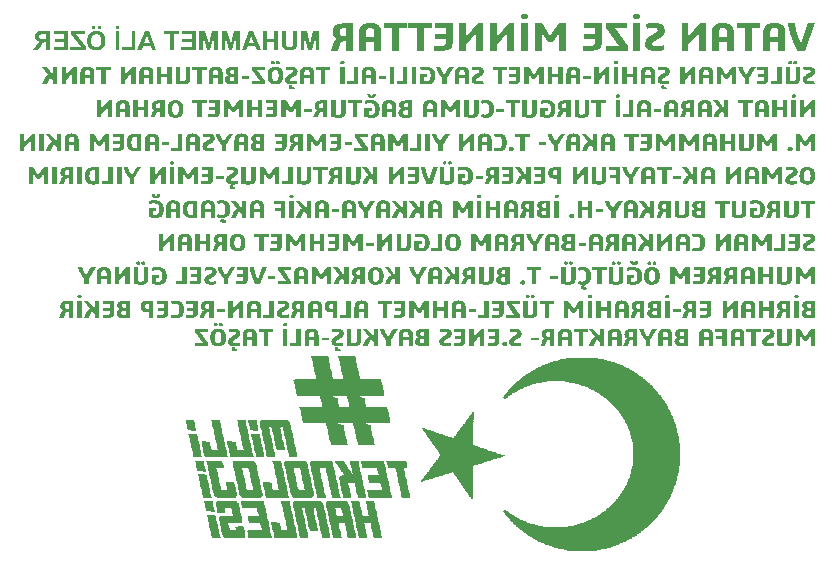
<source format=gbo>
G04*
G04 #@! TF.GenerationSoftware,Altium Limited,Altium Designer,20.0.13 (296)*
G04*
G04 Layer_Color=32896*
%FSLAX44Y44*%
%MOMM*%
G71*
G01*
G75*
%ADD92C,0.0508*%
G36*
X769426Y456241D02*
X769670Y456217D01*
X769890Y456144D01*
X770085Y456095D01*
X770207Y456022D01*
X770329Y455949D01*
X770378Y455924D01*
X770402Y455900D01*
X770549Y455753D01*
X770647Y455582D01*
X770744Y455412D01*
X770793Y455241D01*
X770817Y455094D01*
X770842Y454972D01*
Y454899D01*
Y454875D01*
X770817Y454631D01*
X770769Y454435D01*
X770695Y454240D01*
X770622Y454094D01*
X770549Y453971D01*
X770476Y453898D01*
X770427Y453849D01*
X770402Y453825D01*
X770231Y453703D01*
X770012Y453630D01*
X769597Y453532D01*
X769426Y453508D01*
X769279Y453483D01*
X769133D01*
X768840Y453508D01*
X768596Y453532D01*
X768376Y453581D01*
X768205Y453654D01*
X768059Y453727D01*
X767961Y453776D01*
X767913Y453801D01*
X767888Y453825D01*
X767742Y453971D01*
X767620Y454142D01*
X767546Y454313D01*
X767473Y454484D01*
X767449Y454631D01*
X767424Y454753D01*
Y454850D01*
Y454875D01*
X767449Y455119D01*
X767498Y455314D01*
X767571Y455485D01*
X767644Y455631D01*
X767742Y455753D01*
X767815Y455826D01*
X767864Y455875D01*
X767888Y455900D01*
X768059Y456022D01*
X768279Y456119D01*
X768474Y456168D01*
X768669Y456217D01*
X768865Y456241D01*
X769011Y456266D01*
X769133D01*
X769426Y456241D01*
D02*
G37*
G36*
X765130D02*
X765374Y456217D01*
X765594Y456144D01*
X765789Y456095D01*
X765911Y456022D01*
X766033Y455949D01*
X766082Y455924D01*
X766106Y455900D01*
X766253Y455753D01*
X766350Y455582D01*
X766448Y455412D01*
X766497Y455241D01*
X766521Y455094D01*
X766546Y454972D01*
Y454899D01*
Y454875D01*
X766521Y454631D01*
X766472Y454435D01*
X766399Y454240D01*
X766326Y454094D01*
X766253Y453971D01*
X766180Y453898D01*
X766131Y453849D01*
X766106Y453825D01*
X765936Y453703D01*
X765716Y453630D01*
X765301Y453532D01*
X765130Y453508D01*
X764984Y453483D01*
X764837D01*
X764544Y453508D01*
X764300Y453532D01*
X764080Y453581D01*
X763910Y453654D01*
X763763Y453727D01*
X763665Y453776D01*
X763617Y453801D01*
X763592Y453825D01*
X763446Y453971D01*
X763324Y454142D01*
X763250Y454313D01*
X763177Y454484D01*
X763153Y454631D01*
X763128Y454753D01*
Y454850D01*
Y454875D01*
X763153Y455119D01*
X763202Y455314D01*
X763275Y455485D01*
X763348Y455631D01*
X763446Y455753D01*
X763519Y455826D01*
X763568Y455875D01*
X763592Y455900D01*
X763763Y456022D01*
X763983Y456119D01*
X764178Y456168D01*
X764373Y456217D01*
X764568Y456241D01*
X764715Y456266D01*
X764837D01*
X765130Y456241D01*
D02*
G37*
G36*
X331399Y456241D02*
X331643Y456217D01*
X331863Y456144D01*
X332058Y456095D01*
X332180Y456022D01*
X332303Y455948D01*
X332351Y455924D01*
X332376Y455900D01*
X332522Y455753D01*
X332620Y455582D01*
X332717Y455411D01*
X332766Y455241D01*
X332791Y455094D01*
X332815Y454972D01*
Y454899D01*
Y454874D01*
X332791Y454630D01*
X332742Y454435D01*
X332669Y454240D01*
X332595Y454093D01*
X332522Y453971D01*
X332449Y453898D01*
X332400Y453849D01*
X332376Y453825D01*
X332205Y453703D01*
X331985Y453630D01*
X331570Y453532D01*
X331399Y453508D01*
X331253Y453483D01*
X331106D01*
X330813Y453508D01*
X330569Y453532D01*
X330350Y453581D01*
X330179Y453654D01*
X330032Y453727D01*
X329935Y453776D01*
X329886Y453801D01*
X329861Y453825D01*
X329715Y453971D01*
X329593Y454142D01*
X329520Y454313D01*
X329447Y454484D01*
X329422Y454630D01*
X329398Y454752D01*
Y454850D01*
Y454874D01*
X329422Y455119D01*
X329471Y455314D01*
X329544Y455485D01*
X329617Y455631D01*
X329715Y455753D01*
X329788Y455826D01*
X329837Y455875D01*
X329861Y455900D01*
X330032Y456022D01*
X330252Y456119D01*
X330447Y456168D01*
X330643Y456217D01*
X330838Y456241D01*
X330984Y456266D01*
X331106D01*
X331399Y456241D01*
D02*
G37*
G36*
X327079D02*
X327323Y456217D01*
X327543Y456144D01*
X327738Y456095D01*
X327860Y456022D01*
X327982Y455948D01*
X328031Y455924D01*
X328055Y455900D01*
X328202Y455753D01*
X328299Y455582D01*
X328397Y455411D01*
X328446Y455241D01*
X328470Y455094D01*
X328495Y454972D01*
Y454899D01*
Y454874D01*
X328470Y454630D01*
X328421Y454435D01*
X328348Y454240D01*
X328275Y454093D01*
X328202Y453971D01*
X328129Y453898D01*
X328080Y453849D01*
X328055Y453825D01*
X327884Y453703D01*
X327665Y453630D01*
X327250Y453532D01*
X327079Y453508D01*
X326932Y453483D01*
X326786D01*
X326493Y453508D01*
X326249Y453532D01*
X326029Y453581D01*
X325858Y453654D01*
X325712Y453727D01*
X325614Y453776D01*
X325565Y453801D01*
X325541Y453825D01*
X325395Y453971D01*
X325273Y454142D01*
X325199Y454313D01*
X325126Y454484D01*
X325102Y454630D01*
X325077Y454752D01*
Y454850D01*
Y454874D01*
X325102Y455119D01*
X325150Y455314D01*
X325224Y455485D01*
X325297Y455631D01*
X325395Y455753D01*
X325468Y455826D01*
X325517Y455875D01*
X325541Y455900D01*
X325712Y456022D01*
X325932Y456119D01*
X326127Y456168D01*
X326322Y456217D01*
X326517Y456241D01*
X326664Y456266D01*
X326786D01*
X327079Y456241D01*
D02*
G37*
G36*
X617648Y456315D02*
X617917Y456290D01*
X618136Y456217D01*
X618332Y456144D01*
X618478Y456071D01*
X618576Y456022D01*
X618649Y455973D01*
X618674Y455948D01*
X618820Y455802D01*
X618942Y455607D01*
X619015Y455436D01*
X619089Y455265D01*
X619113Y455119D01*
X619137Y454997D01*
Y454899D01*
Y454874D01*
X619113Y454630D01*
X619064Y454411D01*
X618991Y454240D01*
X618893Y454093D01*
X618820Y453971D01*
X618747Y453874D01*
X618698Y453825D01*
X618674Y453801D01*
X618478Y453679D01*
X618283Y453581D01*
X618063Y453532D01*
X617844Y453483D01*
X617648Y453459D01*
X617502Y453434D01*
X617355D01*
X617062Y453459D01*
X616794Y453483D01*
X616574Y453556D01*
X616379Y453630D01*
X616233Y453679D01*
X616111Y453752D01*
X616062Y453776D01*
X616037Y453801D01*
X615867Y453971D01*
X615744Y454142D01*
X615671Y454313D01*
X615598Y454484D01*
X615574Y454630D01*
X615549Y454753D01*
Y454850D01*
Y454874D01*
X615574Y455119D01*
X615622Y455338D01*
X615696Y455509D01*
X615793Y455680D01*
X615891Y455778D01*
X615964Y455875D01*
X616013Y455924D01*
X616037Y455948D01*
X616233Y456071D01*
X616428Y456168D01*
X616648Y456241D01*
X616867Y456290D01*
X617062Y456315D01*
X617209Y456339D01*
X617355D01*
X617648Y456315D01*
D02*
G37*
G36*
X386076Y456315D02*
X386345Y456290D01*
X386565Y456217D01*
X386760Y456144D01*
X386906Y456071D01*
X387004Y456022D01*
X387077Y455973D01*
X387102Y455948D01*
X387248Y455802D01*
X387370Y455607D01*
X387443Y455436D01*
X387517Y455265D01*
X387541Y455119D01*
X387565Y454996D01*
Y454899D01*
Y454874D01*
X387541Y454630D01*
X387492Y454411D01*
X387419Y454240D01*
X387321Y454093D01*
X387248Y453971D01*
X387175Y453874D01*
X387126Y453825D01*
X387102Y453801D01*
X386906Y453678D01*
X386711Y453581D01*
X386491Y453532D01*
X386272Y453483D01*
X386076Y453459D01*
X385930Y453434D01*
X385784D01*
X385490Y453459D01*
X385222Y453483D01*
X385002Y453556D01*
X384807Y453630D01*
X384661Y453678D01*
X384539Y453752D01*
X384490Y453776D01*
X384465Y453801D01*
X384295Y453971D01*
X384172Y454142D01*
X384099Y454313D01*
X384026Y454484D01*
X384002Y454630D01*
X383977Y454752D01*
Y454850D01*
Y454874D01*
X384002Y455119D01*
X384050Y455338D01*
X384124Y455509D01*
X384221Y455680D01*
X384319Y455778D01*
X384392Y455875D01*
X384441Y455924D01*
X384465Y455948D01*
X384661Y456071D01*
X384856Y456168D01*
X385076Y456241D01*
X385295Y456290D01*
X385490Y456315D01*
X385637Y456339D01*
X385784D01*
X386076Y456315D01*
D02*
G37*
G36*
X635370Y436787D02*
X631635D01*
Y442816D01*
X626509D01*
Y436787D01*
X622774D01*
Y451189D01*
X626509D01*
Y445526D01*
X631635D01*
Y451189D01*
X635370D01*
Y436787D01*
D02*
G37*
G36*
X572345D02*
X568610D01*
Y442816D01*
X563484Y442816D01*
Y436787D01*
X559749D01*
Y451189D01*
X563484D01*
Y445526D01*
X568610Y445526D01*
Y451189D01*
X572345D01*
Y436787D01*
D02*
G37*
G36*
X241280Y436787D02*
X237545D01*
Y442816D01*
X232419D01*
Y436787D01*
X228685D01*
Y451189D01*
X232419D01*
Y445526D01*
X237545D01*
Y451189D01*
X241280D01*
Y436787D01*
D02*
G37*
G36*
X729980Y441791D02*
Y436787D01*
X726197D01*
Y441938D01*
X725855Y442230D01*
X725538Y442523D01*
X725269Y442816D01*
X725001Y443085D01*
X724781Y443329D01*
X724635Y443524D01*
X724513Y443646D01*
X724488Y443695D01*
X724195Y444086D01*
X723927Y444501D01*
X723658Y444867D01*
X723439Y445233D01*
X723268Y445526D01*
X723121Y445770D01*
X723073Y445843D01*
X723024Y445916D01*
X722999Y445941D01*
Y445965D01*
X722511Y446893D01*
X722316Y447308D01*
X722121Y447698D01*
X721974Y448040D01*
X721877Y448308D01*
X721828Y448406D01*
X721803Y448479D01*
X721779Y448504D01*
Y448528D01*
X721584Y449041D01*
X721388Y449505D01*
X721242Y449968D01*
X721095Y450359D01*
X720973Y450700D01*
X720900Y450969D01*
X720876Y451067D01*
X720851Y451140D01*
X720827Y451164D01*
Y451189D01*
X724561D01*
X724708Y450530D01*
X724806Y450212D01*
X724903Y449944D01*
X724977Y449700D01*
X725050Y449505D01*
X725074Y449382D01*
X725098Y449334D01*
X725245Y448992D01*
X725391Y448650D01*
X725538Y448333D01*
X725660Y448040D01*
X725782Y447820D01*
X725880Y447625D01*
X725928Y447527D01*
X725953Y447478D01*
X726124Y447161D01*
X726295Y446844D01*
X726466Y446575D01*
X726612Y446331D01*
X726734Y446112D01*
X726832Y445965D01*
X726905Y445868D01*
X726929Y445843D01*
X727124Y445575D01*
X727295Y445355D01*
X727466Y445160D01*
X727588Y445013D01*
X727710Y444891D01*
X727808Y444794D01*
X727857Y444745D01*
X727881Y444720D01*
X731860Y451189D01*
X735888D01*
X729980Y441791D01*
D02*
G37*
G36*
X474219Y441791D02*
Y436787D01*
X470435D01*
Y441937D01*
X470093Y442230D01*
X469776Y442523D01*
X469508Y442816D01*
X469239Y443085D01*
X469020Y443329D01*
X468873Y443524D01*
X468751Y443646D01*
X468727Y443695D01*
X468434Y444086D01*
X468165Y444501D01*
X467897Y444867D01*
X467677Y445233D01*
X467506Y445526D01*
X467360Y445770D01*
X467311Y445843D01*
X467262Y445916D01*
X467238Y445941D01*
Y445965D01*
X466749Y446893D01*
X466554Y447308D01*
X466359Y447698D01*
X466212Y448040D01*
X466115Y448308D01*
X466066Y448406D01*
X466042Y448479D01*
X466017Y448504D01*
Y448528D01*
X465822Y449041D01*
X465627Y449504D01*
X465480Y449968D01*
X465334Y450359D01*
X465212Y450700D01*
X465138Y450969D01*
X465114Y451067D01*
X465090Y451140D01*
X465065Y451164D01*
Y451189D01*
X468800D01*
X468946Y450530D01*
X469044Y450212D01*
X469142Y449944D01*
X469215Y449700D01*
X469288Y449504D01*
X469312Y449382D01*
X469337Y449334D01*
X469483Y448992D01*
X469630Y448650D01*
X469776Y448333D01*
X469898Y448040D01*
X470020Y447820D01*
X470118Y447625D01*
X470167Y447527D01*
X470191Y447478D01*
X470362Y447161D01*
X470533Y446844D01*
X470704Y446575D01*
X470850Y446331D01*
X470972Y446111D01*
X471070Y445965D01*
X471143Y445867D01*
X471167Y445843D01*
X471363Y445574D01*
X471534Y445355D01*
X471704Y445160D01*
X471827Y445013D01*
X471949Y444891D01*
X472046Y444793D01*
X472095Y444745D01*
X472119Y444720D01*
X476098Y451189D01*
X480126D01*
X474219Y441791D01*
D02*
G37*
G36*
X719118Y436787D02*
X715384D01*
Y445941D01*
X712186Y441108D01*
X709550D01*
X706328Y445941D01*
Y436787D01*
X702593D01*
Y451189D01*
X706303D01*
X710868Y444427D01*
X715408Y451189D01*
X719118D01*
Y436787D01*
D02*
G37*
G36*
X556161Y436787D02*
X552426D01*
Y445941D01*
X549229Y441108D01*
X546593D01*
X543371Y445941D01*
Y436787D01*
X539636D01*
Y451189D01*
X543346D01*
X547911Y444427D01*
X552451Y451189D01*
X556161D01*
Y436787D01*
D02*
G37*
G36*
X684579Y436787D02*
X680966D01*
Y445989D01*
X675425Y439668D01*
Y436787D01*
X671813D01*
Y451189D01*
X675425D01*
Y444086D01*
X681723Y451189D01*
X684579D01*
Y436787D01*
D02*
G37*
G36*
X611863D02*
X608251D01*
Y445989D01*
X602710Y439668D01*
Y436787D01*
X599097D01*
Y451189D01*
X602710D01*
Y444086D01*
X609007Y451189D01*
X611863D01*
Y436787D01*
D02*
G37*
G36*
X210670Y436787D02*
X207058D01*
Y445989D01*
X201517Y439667D01*
Y436787D01*
X197904D01*
Y451189D01*
X201517D01*
Y444086D01*
X207815Y451189D01*
X210670D01*
Y436787D01*
D02*
G37*
G36*
X160753D02*
X157141D01*
Y445989D01*
X151600Y439667D01*
Y436787D01*
X147987D01*
Y451189D01*
X151600D01*
Y444086D01*
X157897Y451189D01*
X160753D01*
Y436787D01*
D02*
G37*
G36*
X144399D02*
X140664D01*
Y440131D01*
X139249Y441937D01*
X139004Y441913D01*
X138785Y441864D01*
X138589Y441815D01*
X138419Y441742D01*
X138272Y441645D01*
X138174Y441596D01*
X138126Y441547D01*
X138101Y441522D01*
X137930Y441376D01*
X137760Y441181D01*
X137467Y440839D01*
X137369Y440668D01*
X137296Y440546D01*
X137247Y440448D01*
X137222Y440424D01*
X137076Y440156D01*
X136930Y439887D01*
X136783Y439619D01*
X136685Y439350D01*
X136588Y439130D01*
X136515Y438960D01*
X136466Y438838D01*
X136441Y438789D01*
X136149Y438081D01*
X136002Y437739D01*
X135856Y437446D01*
X135758Y437178D01*
X135660Y436982D01*
X135611Y436836D01*
X135587Y436811D01*
Y436787D01*
X131438Y436787D01*
X131657Y437275D01*
X131877Y437739D01*
X132072Y438178D01*
X132243Y438545D01*
X132389Y438886D01*
X132512Y439130D01*
X132560Y439228D01*
X132585Y439301D01*
X132609Y439326D01*
Y439350D01*
X132804Y439814D01*
X133024Y440253D01*
X133219Y440644D01*
X133390Y440985D01*
X133537Y441278D01*
X133659Y441498D01*
X133732Y441620D01*
X133756Y441669D01*
X133976Y442060D01*
X134196Y442401D01*
X134416Y442694D01*
X134611Y442963D01*
X134806Y443158D01*
X134928Y443329D01*
X135026Y443426D01*
X135050Y443451D01*
X135319Y443719D01*
X135587Y443939D01*
X135856Y444110D01*
X136100Y444232D01*
X136319Y444330D01*
X136515Y444403D01*
X136612Y444452D01*
X136661D01*
X131364Y451189D01*
X135270Y451189D01*
X140664Y444061D01*
Y451189D01*
X144399D01*
Y436787D01*
D02*
G37*
G36*
X596070Y441449D02*
X589822D01*
Y443866D01*
X596070D01*
Y441449D01*
D02*
G37*
G36*
X422715Y441449D02*
X416466D01*
Y443866D01*
X422715D01*
Y441449D01*
D02*
G37*
G36*
X307014D02*
X300765D01*
Y443866D01*
X307014D01*
Y441449D01*
D02*
G37*
G36*
X773185Y441523D02*
X773161Y441083D01*
X773136Y440693D01*
X773087Y440327D01*
X773039Y440009D01*
X772990Y439741D01*
X772941Y439546D01*
X772892Y439423D01*
Y439375D01*
X772746Y439033D01*
X772599Y438716D01*
X772428Y438447D01*
X772258Y438227D01*
X772111Y438032D01*
X771989Y437910D01*
X771891Y437812D01*
X771867Y437788D01*
X771574Y437568D01*
X771257Y437373D01*
X770939Y437202D01*
X770647Y437056D01*
X770378Y436958D01*
X770183Y436885D01*
X770036Y436836D01*
X770012Y436812D01*
X769987D01*
X769524Y436714D01*
X769035Y436641D01*
X768572Y436567D01*
X768108Y436543D01*
X767717Y436519D01*
X767546Y436494D01*
X767132D01*
X766424Y436519D01*
X765765Y436543D01*
X765179Y436592D01*
X764666Y436665D01*
X764446Y436690D01*
X764227Y436714D01*
X764056Y436738D01*
X763910Y436763D01*
X763787Y436787D01*
X763714D01*
X763665Y436812D01*
X763641D01*
X763080Y436934D01*
X762567Y437031D01*
X762128Y437129D01*
X761761Y437227D01*
X761469Y437300D01*
X761249Y437349D01*
X761102Y437397D01*
X761054D01*
Y451189D01*
X764788D01*
Y439326D01*
X765106Y439277D01*
X765423Y439228D01*
X765545Y439204D01*
X765667D01*
X765740Y439179D01*
X765765D01*
X766204Y439131D01*
X766424D01*
X766594Y439106D01*
X767010D01*
X767424Y439131D01*
X767766Y439179D01*
X768083Y439253D01*
X768352Y439350D01*
X768547Y439448D01*
X768694Y439521D01*
X768791Y439570D01*
X768816Y439594D01*
X769035Y439814D01*
X769182Y440058D01*
X769304Y440351D01*
X769377Y440620D01*
X769426Y440864D01*
X769450Y441083D01*
Y441230D01*
Y441254D01*
Y441278D01*
Y451189D01*
X773185D01*
Y441523D01*
D02*
G37*
G36*
X457132Y451433D02*
X457742Y451408D01*
X458279Y451335D01*
X458743Y451262D01*
X459158Y451189D01*
X459305Y451164D01*
X459451Y451140D01*
X459549Y451115D01*
X459622Y451091D01*
X459671Y451067D01*
X459695D01*
X460208Y450920D01*
X460696Y450725D01*
X461111Y450505D01*
X461477Y450310D01*
X461770Y450115D01*
X461965Y449968D01*
X462112Y449871D01*
X462160Y449822D01*
X462527Y449480D01*
X462844Y449114D01*
X463112Y448723D01*
X463332Y448357D01*
X463503Y448040D01*
X463649Y447796D01*
X463698Y447698D01*
X463723Y447625D01*
X463747Y447576D01*
Y447552D01*
X463942Y446990D01*
X464064Y446404D01*
X464162Y445819D01*
X464235Y445257D01*
X464260Y445013D01*
X464284Y444769D01*
Y444574D01*
X464309Y444379D01*
Y444232D01*
Y444134D01*
Y444061D01*
Y444037D01*
X464284Y443231D01*
X464235Y442499D01*
X464186Y442157D01*
X464162Y441864D01*
X464113Y441571D01*
X464064Y441327D01*
X464016Y441083D01*
X463967Y440888D01*
X463942Y440717D01*
X463894Y440571D01*
X463869Y440448D01*
X463845Y440375D01*
X463820Y440326D01*
Y440302D01*
X463601Y439790D01*
X463381Y439326D01*
X463137Y438935D01*
X462893Y438593D01*
X462673Y438325D01*
X462502Y438130D01*
X462405Y438032D01*
X462356Y437983D01*
X461990Y437690D01*
X461599Y437446D01*
X461208Y437251D01*
X460842Y437080D01*
X460525Y436958D01*
X460281Y436885D01*
X460183Y436860D01*
X460110Y436836D01*
X460086Y436811D01*
X460061D01*
X459524Y436714D01*
X459012Y436641D01*
X458475Y436567D01*
X458011Y436543D01*
X457596Y436519D01*
X457425Y436494D01*
X456986D01*
X456400Y436519D01*
X456156D01*
X455912Y436543D01*
X455716Y436567D01*
X455546D01*
X455448Y436592D01*
X455424D01*
X454838Y436665D01*
X454594Y436689D01*
X454374Y436738D01*
X454179Y436763D01*
X454032D01*
X453935Y436787D01*
X453910D01*
X453397Y436885D01*
X453153Y436934D01*
X452958Y436958D01*
X452787Y437007D01*
X452641Y437031D01*
X452568Y437056D01*
X452543D01*
X452079Y437178D01*
X451884Y437226D01*
X451713Y437275D01*
X451591Y437300D01*
X451494Y437324D01*
X451420Y437349D01*
X451396D01*
Y445086D01*
X457596D01*
Y442426D01*
X455106D01*
Y439277D01*
X455472Y439228D01*
X455814Y439179D01*
X455936D01*
X456058Y439155D01*
X456156D01*
X456546Y439130D01*
X456742D01*
X456888Y439106D01*
X457205D01*
X457718Y439130D01*
X457962Y439179D01*
X458157Y439204D01*
X458304Y439253D01*
X458450Y439277D01*
X458523Y439301D01*
X458548D01*
X458768Y439399D01*
X458938Y439497D01*
X459109Y439619D01*
X459256Y439741D01*
X459378Y439863D01*
X459475Y439936D01*
X459524Y440009D01*
X459549Y440034D01*
X459695Y440253D01*
X459817Y440497D01*
X459939Y440766D01*
X460012Y441010D01*
X460086Y441205D01*
X460135Y441400D01*
X460183Y441498D01*
Y441547D01*
X460257Y441937D01*
X460305Y442352D01*
X460354Y442767D01*
X460379Y443158D01*
Y443500D01*
X460403Y443793D01*
Y443890D01*
Y443964D01*
Y444012D01*
Y444037D01*
Y444501D01*
X460379Y444940D01*
X460330Y445330D01*
X460281Y445648D01*
X460257Y445892D01*
X460208Y446087D01*
X460183Y446209D01*
Y446258D01*
X460086Y446600D01*
X459964Y446893D01*
X459842Y447137D01*
X459720Y447356D01*
X459622Y447527D01*
X459524Y447649D01*
X459475Y447723D01*
X459451Y447747D01*
X459256Y447942D01*
X459036Y448113D01*
X458816Y448260D01*
X458621Y448382D01*
X458450Y448455D01*
X458304Y448528D01*
X458206Y448577D01*
X458182D01*
X457889Y448675D01*
X457571Y448723D01*
X457254Y448772D01*
X456961Y448821D01*
X456717D01*
X456522Y448845D01*
X455887D01*
X455448Y448821D01*
X455057Y448797D01*
X454691Y448772D01*
X454374Y448723D01*
X454130Y448699D01*
X454057D01*
X453983Y448675D01*
X453935D01*
X453495Y448626D01*
X453105Y448553D01*
X452763Y448504D01*
X452470Y448455D01*
X452226Y448430D01*
X452055Y448382D01*
X451957Y448357D01*
X451908D01*
X451664Y450969D01*
X451982Y451042D01*
X452299Y451091D01*
X452445Y451115D01*
X452543Y451140D01*
X452641D01*
X453080Y451213D01*
X453300Y451237D01*
X453471Y451262D01*
X453642D01*
X453764Y451286D01*
X453886D01*
X454374Y451335D01*
X454594Y451359D01*
X454813Y451384D01*
X454984D01*
X455106Y451408D01*
X455228D01*
X455716Y451433D01*
X455936Y451457D01*
X456497D01*
X457132Y451433D01*
D02*
G37*
G36*
X256951Y441522D02*
X256926Y441083D01*
X256902Y440693D01*
X256853Y440326D01*
X256804Y440009D01*
X256755Y439741D01*
X256707Y439545D01*
X256658Y439423D01*
Y439375D01*
X256511Y439033D01*
X256365Y438715D01*
X256194Y438447D01*
X256023Y438227D01*
X255877Y438032D01*
X255755Y437910D01*
X255657Y437812D01*
X255632Y437788D01*
X255340Y437568D01*
X255022Y437373D01*
X254705Y437202D01*
X254412Y437056D01*
X254144Y436958D01*
X253948Y436885D01*
X253802Y436836D01*
X253777Y436811D01*
X253753D01*
X253289Y436714D01*
X252801Y436641D01*
X252337Y436567D01*
X251873Y436543D01*
X251483Y436519D01*
X251312Y436494D01*
X250873D01*
X250165Y436519D01*
X249506Y436543D01*
X248920Y436592D01*
X248407Y436665D01*
X248188Y436689D01*
X247968Y436714D01*
X247797Y436738D01*
X247651Y436763D01*
X247529Y436787D01*
X247455D01*
X247407Y436811D01*
X247382D01*
X246821Y436934D01*
X246308Y437031D01*
X245869Y437129D01*
X245503Y437226D01*
X245210Y437300D01*
X244990Y437349D01*
X244844Y437397D01*
X244795D01*
Y451189D01*
X248529D01*
Y439326D01*
X248847Y439277D01*
X249164Y439228D01*
X249286Y439204D01*
X249408D01*
X249481Y439179D01*
X249506D01*
X249945Y439130D01*
X250165D01*
X250360Y439106D01*
X250775D01*
X251190Y439130D01*
X251532Y439179D01*
X251849Y439252D01*
X252118Y439350D01*
X252313Y439448D01*
X252459Y439521D01*
X252557Y439570D01*
X252581Y439594D01*
X252801Y439814D01*
X252948Y440058D01*
X253069Y440351D01*
X253143Y440619D01*
X253192Y440863D01*
X253216Y441083D01*
Y441230D01*
Y441254D01*
Y441278D01*
Y451189D01*
X256951D01*
Y441522D01*
D02*
G37*
G36*
X757563Y436787D02*
X748410D01*
Y439350D01*
X753828D01*
Y451189D01*
X757563D01*
Y436787D01*
D02*
G37*
G36*
X746384Y440888D02*
X746359Y440449D01*
X746335Y440083D01*
X746286Y439741D01*
X746213Y439448D01*
X746139Y439228D01*
X746091Y439057D01*
X746066Y438960D01*
X746042Y438911D01*
X745895Y438642D01*
X745724Y438374D01*
X745554Y438178D01*
X745383Y437983D01*
X745236Y437837D01*
X745114Y437739D01*
X745017Y437666D01*
X744992Y437641D01*
X744724Y437471D01*
X744431Y437324D01*
X744138Y437202D01*
X743869Y437129D01*
X743625Y437056D01*
X743454Y437007D01*
X743332Y436958D01*
X743283D01*
X742893Y436909D01*
X742502Y436860D01*
X742112Y436836D01*
X741770Y436812D01*
X741453Y436787D01*
X736717D01*
Y439350D01*
X740794D01*
X741062Y439375D01*
X741331Y439399D01*
X741551Y439448D01*
X741746Y439497D01*
X741892Y439546D01*
X742014Y439570D01*
X742087Y439619D01*
X742112D01*
X742283Y439741D01*
X742429Y439912D01*
X742527Y440107D01*
X742576Y440302D01*
X742625Y440497D01*
X742649Y440644D01*
Y440742D01*
Y440790D01*
Y442792D01*
X737328D01*
Y445355D01*
X742649D01*
Y448626D01*
X736962D01*
Y451189D01*
X746384D01*
Y440888D01*
D02*
G37*
G36*
X694269Y451433D02*
X694807Y451408D01*
X695295Y451335D01*
X695710Y451262D01*
X696027Y451189D01*
X696295Y451140D01*
X696369Y451115D01*
X696442Y451091D01*
X696466Y451067D01*
X696491D01*
X696881Y450920D01*
X697247Y450749D01*
X697565Y450578D01*
X697809Y450408D01*
X698028Y450261D01*
X698175Y450139D01*
X698273Y450042D01*
X698297Y450017D01*
X698517Y449749D01*
X698712Y449456D01*
X698883Y449187D01*
X699029Y448919D01*
X699127Y448675D01*
X699200Y448504D01*
X699225Y448382D01*
X699249Y448333D01*
X699347Y447967D01*
X699395Y447576D01*
X699444Y447210D01*
X699493Y446868D01*
Y446575D01*
X699518Y446331D01*
Y446185D01*
Y446160D01*
Y446136D01*
Y436787D01*
X695856D01*
Y441596D01*
X691438D01*
Y436787D01*
X687703D01*
Y446136D01*
X687728Y446575D01*
X687752Y446990D01*
X687801Y447356D01*
X687850Y447698D01*
X687923Y447967D01*
X687972Y448162D01*
X687996Y448284D01*
X688021Y448333D01*
X688143Y448699D01*
X688289Y449016D01*
X688460Y449309D01*
X688631Y449553D01*
X688777Y449749D01*
X688899Y449895D01*
X688997Y449993D01*
X689021Y450017D01*
X689290Y450261D01*
X689583Y450481D01*
X689900Y450652D01*
X690193Y450798D01*
X690462Y450920D01*
X690657Y450993D01*
X690803Y451042D01*
X690828Y451067D01*
X690852D01*
X691292Y451189D01*
X691755Y451286D01*
X692243Y451360D01*
X692683Y451408D01*
X693073Y451433D01*
X693244Y451457D01*
X693659D01*
X694269Y451433D01*
D02*
G37*
G36*
X645060D02*
X645597Y451408D01*
X646085Y451335D01*
X646500Y451262D01*
X646818Y451189D01*
X647086Y451140D01*
X647159Y451115D01*
X647233Y451091D01*
X647257Y451067D01*
X647281D01*
X647672Y450920D01*
X648038Y450749D01*
X648355Y450578D01*
X648599Y450408D01*
X648819Y450261D01*
X648966Y450139D01*
X649063Y450042D01*
X649088Y450017D01*
X649307Y449749D01*
X649503Y449456D01*
X649673Y449187D01*
X649820Y448919D01*
X649918Y448675D01*
X649991Y448504D01*
X650015Y448382D01*
X650040Y448333D01*
X650137Y447967D01*
X650186Y447576D01*
X650235Y447210D01*
X650284Y446868D01*
Y446575D01*
X650308Y446331D01*
Y446185D01*
Y446160D01*
Y446136D01*
Y436787D01*
X646647D01*
Y441596D01*
X642229D01*
Y436787D01*
X638494D01*
Y446136D01*
X638518Y446575D01*
X638543Y446990D01*
X638592Y447356D01*
X638640Y447698D01*
X638714Y447967D01*
X638763Y448162D01*
X638787Y448284D01*
X638811Y448333D01*
X638933Y448699D01*
X639080Y449016D01*
X639251Y449309D01*
X639422Y449553D01*
X639568Y449749D01*
X639690Y449895D01*
X639788Y449993D01*
X639812Y450017D01*
X640081Y450261D01*
X640374Y450481D01*
X640691Y450652D01*
X640984Y450798D01*
X641252Y450920D01*
X641448Y450993D01*
X641594Y451042D01*
X641618Y451067D01*
X641643D01*
X642082Y451189D01*
X642546Y451286D01*
X643034Y451360D01*
X643474Y451408D01*
X643864Y451433D01*
X644035Y451457D01*
X644450D01*
X645060Y451433D01*
D02*
G37*
G36*
X619211Y436787D02*
X615476D01*
Y451189D01*
X619211D01*
Y436787D01*
D02*
G37*
G36*
X582035Y451433D02*
X582572Y451408D01*
X583060Y451335D01*
X583475Y451262D01*
X583792Y451189D01*
X584061Y451140D01*
X584134Y451115D01*
X584207Y451091D01*
X584232Y451067D01*
X584256D01*
X584647Y450920D01*
X585013Y450749D01*
X585330Y450578D01*
X585574Y450408D01*
X585794Y450261D01*
X585941Y450139D01*
X586038Y450042D01*
X586063Y450017D01*
X586282Y449749D01*
X586478Y449456D01*
X586648Y449187D01*
X586795Y448919D01*
X586893Y448675D01*
X586966Y448504D01*
X586990Y448382D01*
X587015Y448333D01*
X587112Y447967D01*
X587161Y447576D01*
X587210Y447210D01*
X587259Y446868D01*
Y446575D01*
X587283Y446331D01*
Y446185D01*
Y446160D01*
Y446136D01*
Y436787D01*
X583622D01*
Y441596D01*
X579203D01*
Y436787D01*
X575469D01*
Y446136D01*
X575493Y446575D01*
X575518Y446990D01*
X575566Y447356D01*
X575615Y447698D01*
X575689Y447967D01*
X575737Y448162D01*
X575762Y448284D01*
X575786Y448333D01*
X575908Y448699D01*
X576055Y449016D01*
X576226Y449309D01*
X576396Y449553D01*
X576543Y449749D01*
X576665Y449895D01*
X576763Y449993D01*
X576787Y450017D01*
X577056Y450261D01*
X577348Y450481D01*
X577666Y450652D01*
X577959Y450798D01*
X578227Y450920D01*
X578422Y450993D01*
X578569Y451042D01*
X578593Y451067D01*
X578618D01*
X579057Y451189D01*
X579521Y451286D01*
X580009Y451360D01*
X580448Y451408D01*
X580839Y451433D01*
X581010Y451457D01*
X581425D01*
X582035Y451433D01*
D02*
G37*
G36*
X536267Y440888D02*
X536243Y440448D01*
X536219Y440082D01*
X536170Y439741D01*
X536096Y439448D01*
X536023Y439228D01*
X535975Y439057D01*
X535950Y438960D01*
X535926Y438911D01*
X535779Y438642D01*
X535608Y438374D01*
X535438Y438178D01*
X535267Y437983D01*
X535120Y437837D01*
X534998Y437739D01*
X534901Y437666D01*
X534876Y437641D01*
X534608Y437471D01*
X534315Y437324D01*
X534022Y437202D01*
X533753Y437129D01*
X533509Y437056D01*
X533338Y437007D01*
X533216Y436958D01*
X533167D01*
X532777Y436909D01*
X532386Y436860D01*
X531996Y436836D01*
X531654Y436811D01*
X531337Y436787D01*
X526601D01*
Y439350D01*
X530678D01*
X530946Y439375D01*
X531215Y439399D01*
X531434Y439448D01*
X531630Y439497D01*
X531776Y439545D01*
X531898Y439570D01*
X531971Y439619D01*
X531996D01*
X532167Y439741D01*
X532313Y439911D01*
X532411Y440107D01*
X532459Y440302D01*
X532508Y440497D01*
X532533Y440644D01*
Y440742D01*
Y440790D01*
Y442792D01*
X527211D01*
Y445355D01*
X532533D01*
Y448626D01*
X526845D01*
Y451189D01*
X536267D01*
Y440888D01*
D02*
G37*
G36*
X525186Y448626D02*
X520914D01*
Y436787D01*
X517179D01*
Y448626D01*
X512932D01*
Y451189D01*
X525186D01*
Y448626D01*
D02*
G37*
G36*
X487693Y451433D02*
X488230Y451408D01*
X488718Y451335D01*
X489133Y451262D01*
X489450Y451189D01*
X489719Y451140D01*
X489792Y451115D01*
X489865Y451091D01*
X489889Y451067D01*
X489914D01*
X490304Y450920D01*
X490671Y450749D01*
X490988Y450578D01*
X491232Y450408D01*
X491452Y450261D01*
X491598Y450139D01*
X491696Y450041D01*
X491720Y450017D01*
X491940Y449748D01*
X492135Y449456D01*
X492306Y449187D01*
X492453Y448919D01*
X492550Y448675D01*
X492623Y448504D01*
X492648Y448382D01*
X492672Y448333D01*
X492770Y447967D01*
X492819Y447576D01*
X492868Y447210D01*
X492916Y446868D01*
Y446575D01*
X492941Y446331D01*
Y446185D01*
Y446160D01*
Y446136D01*
Y436787D01*
X489279D01*
Y441596D01*
X484861D01*
Y436787D01*
X481127D01*
Y446136D01*
X481151Y446575D01*
X481175Y446990D01*
X481224Y447356D01*
X481273Y447698D01*
X481346Y447967D01*
X481395Y448162D01*
X481419Y448284D01*
X481444Y448333D01*
X481566Y448699D01*
X481712Y449016D01*
X481883Y449309D01*
X482054Y449553D01*
X482201Y449748D01*
X482323Y449895D01*
X482420Y449993D01*
X482445Y450017D01*
X482713Y450261D01*
X483006Y450481D01*
X483323Y450652D01*
X483616Y450798D01*
X483885Y450920D01*
X484080Y450993D01*
X484227Y451042D01*
X484251Y451067D01*
X484275D01*
X484715Y451189D01*
X485178Y451286D01*
X485667Y451359D01*
X486106Y451408D01*
X486497Y451433D01*
X486668Y451457D01*
X487082D01*
X487693Y451433D01*
D02*
G37*
G36*
X448174Y436787D02*
X444439D01*
Y451189D01*
X448174D01*
Y436787D01*
D02*
G37*
G36*
X440851D02*
X431698D01*
Y439350D01*
X437116D01*
Y451189D01*
X440851D01*
Y436787D01*
D02*
G37*
G36*
X429476D02*
X425742D01*
Y451189D01*
X429476D01*
Y436787D01*
D02*
G37*
G36*
X408680Y451433D02*
X409216Y451408D01*
X409705Y451335D01*
X410120Y451262D01*
X410437Y451189D01*
X410705Y451140D01*
X410779Y451115D01*
X410852Y451091D01*
X410876Y451067D01*
X410901D01*
X411291Y450920D01*
X411657Y450749D01*
X411975Y450578D01*
X412219Y450408D01*
X412439Y450261D01*
X412585Y450139D01*
X412683Y450041D01*
X412707Y450017D01*
X412927Y449748D01*
X413122Y449456D01*
X413293Y449187D01*
X413439Y448919D01*
X413537Y448675D01*
X413610Y448504D01*
X413635Y448382D01*
X413659Y448333D01*
X413757Y447967D01*
X413805Y447576D01*
X413854Y447210D01*
X413903Y446868D01*
Y446575D01*
X413927Y446331D01*
Y446185D01*
Y446160D01*
Y446136D01*
Y436787D01*
X410266D01*
Y441596D01*
X405848D01*
Y436787D01*
X402113D01*
Y446136D01*
X402138Y446575D01*
X402162Y446990D01*
X402211Y447356D01*
X402260Y447698D01*
X402333Y447967D01*
X402382Y448162D01*
X402406Y448284D01*
X402431Y448333D01*
X402553Y448699D01*
X402699Y449016D01*
X402870Y449309D01*
X403041Y449553D01*
X403187Y449748D01*
X403309Y449895D01*
X403407Y449993D01*
X403432Y450017D01*
X403700Y450261D01*
X403993Y450481D01*
X404310Y450652D01*
X404603Y450798D01*
X404872Y450920D01*
X405067Y450993D01*
X405213Y451042D01*
X405238Y451067D01*
X405262D01*
X405701Y451189D01*
X406165Y451286D01*
X406654Y451359D01*
X407093Y451408D01*
X407483Y451433D01*
X407654Y451457D01*
X408069D01*
X408680Y451433D01*
D02*
G37*
G36*
X399013Y436787D02*
X389860D01*
Y439350D01*
X395279D01*
Y451189D01*
X399013D01*
Y436787D01*
D02*
G37*
G36*
X387639D02*
X383904D01*
Y451189D01*
X387639D01*
Y436787D01*
D02*
G37*
G36*
X375532Y448626D02*
X371260D01*
Y436787D01*
X367525D01*
Y448626D01*
X363278D01*
Y451189D01*
X375532D01*
Y448626D01*
D02*
G37*
G36*
X356443Y451433D02*
X356980Y451408D01*
X357469Y451335D01*
X357883Y451262D01*
X358201Y451189D01*
X358469Y451140D01*
X358543Y451115D01*
X358616Y451091D01*
X358640Y451067D01*
X358665D01*
X359055Y450920D01*
X359421Y450749D01*
X359739Y450578D01*
X359983Y450408D01*
X360202Y450261D01*
X360349Y450139D01*
X360447Y450041D01*
X360471Y450017D01*
X360691Y449748D01*
X360886Y449456D01*
X361057Y449187D01*
X361203Y448919D01*
X361301Y448675D01*
X361374Y448504D01*
X361399Y448382D01*
X361423Y448333D01*
X361521Y447967D01*
X361569Y447576D01*
X361618Y447210D01*
X361667Y446868D01*
Y446575D01*
X361691Y446331D01*
Y446185D01*
Y446160D01*
Y446136D01*
Y436787D01*
X358030D01*
Y441596D01*
X353612D01*
Y436787D01*
X349877D01*
Y446136D01*
X349902Y446575D01*
X349926Y446990D01*
X349975Y447356D01*
X350024Y447698D01*
X350097Y447967D01*
X350146Y448162D01*
X350170Y448284D01*
X350195Y448333D01*
X350317Y448699D01*
X350463Y449016D01*
X350634Y449309D01*
X350805Y449553D01*
X350951Y449748D01*
X351073Y449895D01*
X351171Y449993D01*
X351195Y450017D01*
X351464Y450261D01*
X351757Y450481D01*
X352074Y450652D01*
X352367Y450798D01*
X352635Y450920D01*
X352831Y450993D01*
X352977Y451042D01*
X353002Y451067D01*
X353026D01*
X353465Y451189D01*
X353929Y451286D01*
X354417Y451359D01*
X354857Y451408D01*
X355247Y451433D01*
X355418Y451457D01*
X355833D01*
X356443Y451433D01*
D02*
G37*
G36*
X320244Y448626D02*
X313825D01*
X320439Y439228D01*
Y436787D01*
X309016D01*
Y439375D01*
X315826D01*
X309211Y448723D01*
Y451189D01*
X320244D01*
Y448626D01*
D02*
G37*
G36*
X279090Y451433D02*
X279627Y451408D01*
X280115Y451335D01*
X280530Y451262D01*
X280847Y451189D01*
X281116Y451140D01*
X281189Y451115D01*
X281262Y451091D01*
X281287Y451067D01*
X281311D01*
X281702Y450920D01*
X282068Y450749D01*
X282385Y450578D01*
X282629Y450408D01*
X282849Y450261D01*
X282995Y450139D01*
X283093Y450041D01*
X283118Y450017D01*
X283337Y449748D01*
X283533Y449456D01*
X283703Y449187D01*
X283850Y448919D01*
X283947Y448675D01*
X284021Y448504D01*
X284045Y448382D01*
X284069Y448333D01*
X284167Y447967D01*
X284216Y447576D01*
X284265Y447210D01*
X284314Y446868D01*
Y446575D01*
X284338Y446331D01*
Y446185D01*
Y446160D01*
Y446136D01*
Y436787D01*
X280677D01*
Y441596D01*
X276259Y441596D01*
Y436787D01*
X272524D01*
Y446136D01*
X272548Y446575D01*
X272573Y446990D01*
X272621Y447356D01*
X272670Y447698D01*
X272743Y447967D01*
X272792Y448162D01*
X272817Y448284D01*
X272841Y448333D01*
X272963Y448699D01*
X273110Y449016D01*
X273281Y449309D01*
X273451Y449553D01*
X273598Y449748D01*
X273720Y449895D01*
X273818Y449993D01*
X273842Y450017D01*
X274111Y450261D01*
X274403Y450481D01*
X274721Y450652D01*
X275014Y450798D01*
X275282Y450920D01*
X275477Y450993D01*
X275624Y451042D01*
X275648Y451067D01*
X275673D01*
X276112Y451189D01*
X276576Y451286D01*
X277064Y451359D01*
X277503Y451408D01*
X277894Y451433D01*
X278065Y451457D01*
X278480D01*
X279090Y451433D01*
D02*
G37*
G36*
X270937Y448626D02*
X266666D01*
Y436787D01*
X262931D01*
Y448626D01*
X258684D01*
Y451189D01*
X270937D01*
Y448626D01*
D02*
G37*
G36*
X220361Y451433D02*
X220898Y451408D01*
X221386Y451335D01*
X221801Y451262D01*
X222118Y451189D01*
X222387Y451140D01*
X222460Y451115D01*
X222533Y451091D01*
X222558Y451067D01*
X222582D01*
X222973Y450920D01*
X223339Y450749D01*
X223656Y450578D01*
X223900Y450407D01*
X224120Y450261D01*
X224266Y450139D01*
X224364Y450041D01*
X224389Y450017D01*
X224608Y449748D01*
X224804Y449456D01*
X224974Y449187D01*
X225121Y448919D01*
X225218Y448675D01*
X225292Y448504D01*
X225316Y448382D01*
X225340Y448333D01*
X225438Y447967D01*
X225487Y447576D01*
X225536Y447210D01*
X225585Y446868D01*
Y446575D01*
X225609Y446331D01*
Y446185D01*
Y446160D01*
Y446136D01*
Y436787D01*
X221948D01*
Y441596D01*
X217530D01*
Y436787D01*
X213795D01*
Y446136D01*
X213819Y446575D01*
X213844Y446990D01*
X213892Y447356D01*
X213941Y447698D01*
X214014Y447967D01*
X214063Y448162D01*
X214088Y448284D01*
X214112Y448333D01*
X214234Y448699D01*
X214381Y449016D01*
X214552Y449309D01*
X214722Y449553D01*
X214869Y449748D01*
X214991Y449895D01*
X215089Y449993D01*
X215113Y450017D01*
X215381Y450261D01*
X215674Y450481D01*
X215992Y450652D01*
X216285Y450798D01*
X216553Y450920D01*
X216748Y450993D01*
X216895Y451042D01*
X216919Y451067D01*
X216944D01*
X217383Y451189D01*
X217847Y451286D01*
X218335Y451359D01*
X218774Y451408D01*
X219165Y451433D01*
X219336Y451457D01*
X219751D01*
X220361Y451433D01*
D02*
G37*
G36*
X189532Y448626D02*
X185260D01*
Y436787D01*
X181526D01*
Y448626D01*
X177278D01*
Y451189D01*
X189532D01*
Y448626D01*
D02*
G37*
G36*
X170444Y451433D02*
X170981Y451408D01*
X171469Y451335D01*
X171884Y451262D01*
X172201Y451189D01*
X172470Y451140D01*
X172543Y451115D01*
X172616Y451091D01*
X172641Y451067D01*
X172665D01*
X173055Y450920D01*
X173422Y450749D01*
X173739Y450578D01*
X173983Y450407D01*
X174203Y450261D01*
X174349Y450139D01*
X174447Y450041D01*
X174471Y450017D01*
X174691Y449748D01*
X174886Y449456D01*
X175057Y449187D01*
X175204Y448919D01*
X175301Y448675D01*
X175374Y448504D01*
X175399Y448382D01*
X175423Y448333D01*
X175521Y447967D01*
X175570Y447576D01*
X175618Y447210D01*
X175667Y446868D01*
Y446575D01*
X175692Y446331D01*
Y446185D01*
Y446160D01*
Y446136D01*
Y436787D01*
X172030D01*
Y441596D01*
X167612D01*
Y436787D01*
X163878D01*
Y446136D01*
X163902Y446575D01*
X163926Y446990D01*
X163975Y447356D01*
X164024Y447698D01*
X164097Y447967D01*
X164146Y448162D01*
X164170Y448284D01*
X164195Y448333D01*
X164317Y448699D01*
X164463Y449016D01*
X164634Y449309D01*
X164805Y449553D01*
X164952Y449748D01*
X165074Y449895D01*
X165171Y449993D01*
X165196Y450017D01*
X165464Y450261D01*
X165757Y450481D01*
X166074Y450652D01*
X166367Y450798D01*
X166636Y450920D01*
X166831Y450993D01*
X166978Y451042D01*
X167002Y451067D01*
X167026D01*
X167466Y451189D01*
X167930Y451286D01*
X168418Y451359D01*
X168857Y451408D01*
X169248Y451433D01*
X169419Y451457D01*
X169834D01*
X170444Y451433D01*
D02*
G37*
G36*
X780801Y451408D02*
X781240Y451384D01*
X781606Y451335D01*
X781924Y451311D01*
X782168Y451262D01*
X782314Y451238D01*
X782363D01*
X782778Y451164D01*
X783144Y451067D01*
X783461Y450969D01*
X783754Y450871D01*
X783998Y450774D01*
X784169Y450700D01*
X784267Y450652D01*
X784316Y450627D01*
X784609Y450457D01*
X784853Y450261D01*
X785072Y450042D01*
X785243Y449846D01*
X785390Y449675D01*
X785487Y449529D01*
X785536Y449431D01*
X785561Y449407D01*
X785707Y449090D01*
X785805Y448772D01*
X785902Y448430D01*
X785951Y448113D01*
X785976Y447845D01*
X786000Y447601D01*
Y447454D01*
Y447430D01*
Y447405D01*
X785976Y447015D01*
X785927Y446673D01*
X785854Y446356D01*
X785756Y446087D01*
X785683Y445868D01*
X785609Y445721D01*
X785561Y445599D01*
X785536Y445575D01*
X785341Y445282D01*
X785146Y445038D01*
X784926Y444794D01*
X784731Y444598D01*
X784584Y444427D01*
X784438Y444281D01*
X784340Y444208D01*
X784316Y444183D01*
X783754Y443744D01*
X783461Y443549D01*
X783217Y443402D01*
X783022Y443256D01*
X782851Y443158D01*
X782754Y443085D01*
X782705Y443060D01*
X782387Y442890D01*
X782094Y442719D01*
X781826Y442548D01*
X781582Y442401D01*
X781387Y442279D01*
X781240Y442182D01*
X781143Y442133D01*
X781118Y442108D01*
X780850Y441938D01*
X780605Y441791D01*
X780386Y441645D01*
X780215Y441498D01*
X780069Y441401D01*
X779971Y441303D01*
X779898Y441254D01*
X779873Y441230D01*
X779702Y441059D01*
X779580Y440888D01*
X779507Y440742D01*
X779434Y440595D01*
X779409Y440473D01*
X779385Y440375D01*
Y440302D01*
Y440278D01*
X779409Y440009D01*
X779458Y439838D01*
X779531Y439716D01*
X779556Y439668D01*
X779678Y439521D01*
X779824Y439399D01*
X779946Y439326D01*
X779971Y439301D01*
X779995D01*
X780215Y439228D01*
X780410Y439179D01*
X780557Y439131D01*
X780630D01*
X780898Y439106D01*
X781850D01*
X782265Y439131D01*
X782632Y439155D01*
X782949Y439204D01*
X783193Y439228D01*
X783388Y439253D01*
X783510Y439277D01*
X783559D01*
X784218Y439423D01*
X784535Y439497D01*
X784804Y439570D01*
X785048Y439619D01*
X785219Y439668D01*
X785341Y439692D01*
X785390D01*
X785707Y437104D01*
X785390Y437031D01*
X785048Y436958D01*
X784731Y436885D01*
X784438Y436812D01*
X784169Y436763D01*
X783974Y436714D01*
X783828Y436690D01*
X783779D01*
X783339Y436616D01*
X782900Y436567D01*
X782485Y436543D01*
X782094Y436519D01*
X781753Y436494D01*
X780752D01*
X780288Y436543D01*
X779849Y436592D01*
X779434Y436641D01*
X779068Y436714D01*
X778726Y436787D01*
X778409Y436885D01*
X778116Y436982D01*
X777872Y437056D01*
X777652Y437153D01*
X777457Y437227D01*
X777310Y437300D01*
X777188Y437349D01*
X777115Y437397D01*
X777066Y437446D01*
X777042D01*
X776773Y437641D01*
X776553Y437861D01*
X776358Y438081D01*
X776187Y438325D01*
X776041Y438569D01*
X775943Y438813D01*
X775748Y439326D01*
X775650Y439765D01*
X775626Y439960D01*
X775602Y440131D01*
X775577Y440278D01*
Y440375D01*
Y440449D01*
Y440473D01*
X775602Y440888D01*
X775650Y441278D01*
X775724Y441620D01*
X775821Y441913D01*
X775919Y442133D01*
X775992Y442328D01*
X776041Y442426D01*
X776065Y442475D01*
X776261Y442792D01*
X776456Y443060D01*
X776676Y443329D01*
X776871Y443549D01*
X777042Y443719D01*
X777188Y443842D01*
X777286Y443939D01*
X777310Y443964D01*
X777872Y444403D01*
X778140Y444598D01*
X778384Y444745D01*
X778579Y444891D01*
X778750Y444989D01*
X778848Y445038D01*
X778897Y445062D01*
X779214Y445233D01*
X779507Y445404D01*
X779776Y445550D01*
X780020Y445697D01*
X780215Y445794D01*
X780386Y445868D01*
X780483Y445916D01*
X780508Y445941D01*
X780776Y446087D01*
X780996Y446234D01*
X781216Y446380D01*
X781387Y446502D01*
X781533Y446600D01*
X781631Y446673D01*
X781704Y446722D01*
X781728Y446746D01*
X781875Y446893D01*
X781997Y447039D01*
X782070Y447186D01*
X782143Y447332D01*
X782168Y447430D01*
X782192Y447527D01*
Y447576D01*
Y447601D01*
X782168Y447845D01*
X782094Y448064D01*
X781997Y448235D01*
X781899Y448357D01*
X781802Y448455D01*
X781704Y448528D01*
X781631Y448577D01*
X781606D01*
X781362Y448675D01*
X781094Y448723D01*
X780801Y448772D01*
X780508Y448821D01*
X780239D01*
X780044Y448845D01*
X779556D01*
X779287Y448821D01*
X779190D01*
X779092Y448797D01*
X779019D01*
X778677Y448772D01*
X778384Y448748D01*
X778262Y448723D01*
X778165D01*
X778116Y448699D01*
X778091D01*
X777725Y448650D01*
X777432Y448626D01*
X777310Y448601D01*
X777213D01*
X777164Y448577D01*
X777139D01*
X776822Y448528D01*
X776553Y448504D01*
X776456Y448479D01*
X776383D01*
X776334Y448455D01*
X776309D01*
X776065Y451042D01*
X776358Y451091D01*
X776651Y451140D01*
X776944Y451189D01*
X777213Y451238D01*
X777457Y451262D01*
X777652Y451286D01*
X777774Y451311D01*
X777823D01*
X778213Y451360D01*
X778555Y451384D01*
X778897Y451408D01*
X779190D01*
X779434Y451433D01*
X780313D01*
X780801Y451408D01*
D02*
G37*
G36*
X657753Y451408D02*
X658192Y451384D01*
X658559Y451335D01*
X658876Y451311D01*
X659120Y451262D01*
X659266Y451237D01*
X659315D01*
X659730Y451164D01*
X660096Y451067D01*
X660414Y450969D01*
X660706Y450871D01*
X660951Y450774D01*
X661122Y450700D01*
X661219Y450652D01*
X661268Y450627D01*
X661561Y450456D01*
X661805Y450261D01*
X662025Y450042D01*
X662196Y449846D01*
X662342Y449675D01*
X662440Y449529D01*
X662488Y449431D01*
X662513Y449407D01*
X662659Y449090D01*
X662757Y448772D01*
X662855Y448430D01*
X662903Y448113D01*
X662928Y447845D01*
X662952Y447601D01*
Y447454D01*
Y447430D01*
Y447405D01*
X662928Y447015D01*
X662879Y446673D01*
X662806Y446356D01*
X662708Y446087D01*
X662635Y445868D01*
X662562Y445721D01*
X662513Y445599D01*
X662488Y445574D01*
X662293Y445282D01*
X662098Y445037D01*
X661878Y444793D01*
X661683Y444598D01*
X661536Y444427D01*
X661390Y444281D01*
X661292Y444208D01*
X661268Y444183D01*
X660706Y443744D01*
X660438Y443549D01*
X660194Y443402D01*
X659974Y443256D01*
X659828Y443158D01*
X659706Y443085D01*
X659681Y443060D01*
X659364Y442890D01*
X659071Y442719D01*
X658803Y442548D01*
X658559Y442401D01*
X658363Y442279D01*
X658217Y442182D01*
X658119Y442133D01*
X658095Y442108D01*
X657826Y441937D01*
X657582Y441791D01*
X657362Y441645D01*
X657192Y441498D01*
X657045Y441400D01*
X656947Y441303D01*
X656874Y441254D01*
X656850Y441230D01*
X656679Y441059D01*
X656557Y440888D01*
X656484Y440742D01*
X656411Y440595D01*
X656386Y440473D01*
X656362Y440375D01*
Y440302D01*
Y440278D01*
X656386Y440009D01*
X656435Y439838D01*
X656508Y439716D01*
X656533Y439668D01*
X656655Y439521D01*
X656801Y439399D01*
X656923Y439326D01*
X656947Y439301D01*
X656972D01*
X657192Y439228D01*
X657387Y439179D01*
X657533Y439131D01*
X657607D01*
X657875Y439106D01*
X658827D01*
X659242Y439131D01*
X659608Y439155D01*
X659925Y439204D01*
X660170Y439228D01*
X660365Y439253D01*
X660487Y439277D01*
X660536D01*
X661195Y439423D01*
X661512Y439497D01*
X661780Y439570D01*
X662025Y439619D01*
X662196Y439668D01*
X662318Y439692D01*
X662366D01*
X662684Y437104D01*
X662366Y437031D01*
X662025Y436958D01*
X661707Y436885D01*
X661414Y436812D01*
X661146Y436763D01*
X660951Y436714D01*
X660804Y436689D01*
X660755D01*
X660316Y436616D01*
X659877Y436567D01*
X659462Y436543D01*
X659071Y436519D01*
X658729Y436494D01*
X657729D01*
X657265Y436543D01*
X656825Y436592D01*
X656411Y436641D01*
X656044Y436714D01*
X655703Y436787D01*
X655385Y436885D01*
X655092Y436982D01*
X654848Y437056D01*
X654629Y437153D01*
X654433Y437226D01*
X654287Y437300D01*
X654165Y437349D01*
X654092Y437397D01*
X654043Y437446D01*
X654018D01*
X653750Y437641D01*
X653530Y437861D01*
X653335Y438081D01*
X653164Y438325D01*
X653018Y438569D01*
X652920Y438813D01*
X652725Y439326D01*
X652627Y439765D01*
X652603Y439960D01*
X652578Y440131D01*
X652554Y440278D01*
Y440375D01*
Y440449D01*
Y440473D01*
X652578Y440888D01*
X652627Y441278D01*
X652700Y441620D01*
X652798Y441913D01*
X652896Y442133D01*
X652969Y442328D01*
X653018Y442426D01*
X653042Y442475D01*
X653237Y442792D01*
X653432Y443060D01*
X653652Y443329D01*
X653848Y443549D01*
X654018Y443719D01*
X654165Y443842D01*
X654262Y443939D01*
X654287Y443964D01*
X654848Y444403D01*
X655117Y444598D01*
X655361Y444745D01*
X655556Y444891D01*
X655727Y444989D01*
X655825Y445037D01*
X655873Y445062D01*
X656459Y445404D01*
X656728Y445550D01*
X656972Y445697D01*
X657167Y445794D01*
X657338Y445868D01*
X657436Y445916D01*
X657460Y445941D01*
X657729Y446087D01*
X657948Y446234D01*
X658168Y446380D01*
X658339Y446502D01*
X658485Y446600D01*
X658583Y446673D01*
X658656Y446722D01*
X658680Y446746D01*
X658827Y446893D01*
X658949Y447039D01*
X659022Y447186D01*
X659096Y447332D01*
X659120Y447430D01*
X659144Y447527D01*
Y447576D01*
Y447601D01*
X659120Y447845D01*
X659047Y448064D01*
X658949Y448235D01*
X658851Y448357D01*
X658754Y448455D01*
X658656Y448528D01*
X658583Y448577D01*
X658559D01*
X658314Y448675D01*
X658046Y448723D01*
X657753Y448772D01*
X657460Y448821D01*
X657192D01*
X656996Y448845D01*
X656508D01*
X656240Y448821D01*
X656142D01*
X656044Y448797D01*
X655971D01*
X655629Y448772D01*
X655337Y448748D01*
X655214Y448723D01*
X655117D01*
X655068Y448699D01*
X655043D01*
X654677Y448650D01*
X654385Y448626D01*
X654262Y448601D01*
X654165D01*
X654116Y448577D01*
X654092D01*
X653774Y448528D01*
X653506Y448504D01*
X653408Y448479D01*
X653335D01*
X653286Y448455D01*
X653262D01*
X653018Y451042D01*
X653310Y451091D01*
X653603Y451140D01*
X653896Y451189D01*
X654165Y451237D01*
X654409Y451262D01*
X654604Y451286D01*
X654726Y451311D01*
X654775D01*
X655166Y451360D01*
X655507Y451384D01*
X655849Y451408D01*
X656142D01*
X656386Y451433D01*
X657265D01*
X657753Y451408D01*
D02*
G37*
G36*
X500386Y451408D02*
X500825Y451384D01*
X501191Y451335D01*
X501508Y451311D01*
X501753Y451262D01*
X501899Y451237D01*
X501948D01*
X502363Y451164D01*
X502729Y451067D01*
X503046Y450969D01*
X503339Y450871D01*
X503583Y450774D01*
X503754Y450700D01*
X503852Y450652D01*
X503900Y450627D01*
X504193Y450456D01*
X504437Y450261D01*
X504657Y450041D01*
X504828Y449846D01*
X504975Y449675D01*
X505072Y449529D01*
X505121Y449431D01*
X505145Y449407D01*
X505292Y449090D01*
X505390Y448772D01*
X505487Y448430D01*
X505536Y448113D01*
X505560Y447845D01*
X505585Y447601D01*
Y447454D01*
Y447430D01*
Y447405D01*
X505560Y447015D01*
X505512Y446673D01*
X505438Y446356D01*
X505341Y446087D01*
X505267Y445867D01*
X505194Y445721D01*
X505145Y445599D01*
X505121Y445574D01*
X504926Y445282D01*
X504730Y445037D01*
X504511Y444793D01*
X504315Y444598D01*
X504169Y444427D01*
X504023Y444281D01*
X503925Y444208D01*
X503900Y444183D01*
X503339Y443744D01*
X503046Y443549D01*
X502802Y443402D01*
X502607Y443256D01*
X502436Y443158D01*
X502338Y443085D01*
X502290Y443060D01*
X501972Y442890D01*
X501679Y442719D01*
X501411Y442548D01*
X501167Y442401D01*
X500971Y442279D01*
X500825Y442182D01*
X500727Y442133D01*
X500703Y442108D01*
X500434Y441937D01*
X500190Y441791D01*
X499971Y441645D01*
X499800Y441498D01*
X499653Y441400D01*
X499556Y441303D01*
X499482Y441254D01*
X499458Y441230D01*
X499287Y441059D01*
X499165Y440888D01*
X499092Y440742D01*
X499019Y440595D01*
X498994Y440473D01*
X498970Y440375D01*
Y440302D01*
Y440278D01*
X498994Y440009D01*
X499043Y439838D01*
X499116Y439716D01*
X499141Y439667D01*
X499263Y439521D01*
X499409Y439399D01*
X499531Y439326D01*
X499556Y439301D01*
X499580D01*
X499800Y439228D01*
X499995Y439179D01*
X500141Y439130D01*
X500215D01*
X500483Y439106D01*
X501435D01*
X501850Y439130D01*
X502216Y439155D01*
X502534Y439204D01*
X502778Y439228D01*
X502973Y439253D01*
X503095Y439277D01*
X503144D01*
X503803Y439423D01*
X504120Y439497D01*
X504389Y439570D01*
X504633Y439619D01*
X504804Y439667D01*
X504926Y439692D01*
X504975D01*
X505292Y437104D01*
X504975Y437031D01*
X504633Y436958D01*
X504315Y436885D01*
X504023Y436811D01*
X503754Y436763D01*
X503559Y436714D01*
X503412Y436689D01*
X503363D01*
X502924Y436616D01*
X502485Y436567D01*
X502070Y436543D01*
X501679Y436519D01*
X501338Y436494D01*
X500337D01*
X499873Y436543D01*
X499434Y436592D01*
X499019Y436641D01*
X498652Y436714D01*
X498311Y436787D01*
X497994Y436885D01*
X497701Y436982D01*
X497457Y437056D01*
X497237Y437153D01*
X497042Y437226D01*
X496895Y437300D01*
X496773Y437349D01*
X496700Y437397D01*
X496651Y437446D01*
X496627D01*
X496358Y437641D01*
X496138Y437861D01*
X495943Y438081D01*
X495772Y438325D01*
X495626Y438569D01*
X495528Y438813D01*
X495333Y439326D01*
X495235Y439765D01*
X495211Y439960D01*
X495186Y440131D01*
X495162Y440278D01*
Y440375D01*
Y440448D01*
Y440473D01*
X495186Y440888D01*
X495235Y441278D01*
X495308Y441620D01*
X495406Y441913D01*
X495504Y442133D01*
X495577Y442328D01*
X495626Y442426D01*
X495650Y442475D01*
X495845Y442792D01*
X496041Y443060D01*
X496260Y443329D01*
X496456Y443549D01*
X496627Y443719D01*
X496773Y443842D01*
X496871Y443939D01*
X496895Y443964D01*
X497457Y444403D01*
X497725Y444598D01*
X497969Y444745D01*
X498164Y444891D01*
X498335Y444989D01*
X498433Y445037D01*
X498482Y445062D01*
X498799Y445233D01*
X499092Y445404D01*
X499360Y445550D01*
X499604Y445697D01*
X499800Y445794D01*
X499971Y445867D01*
X500068Y445916D01*
X500093Y445941D01*
X500361Y446087D01*
X500581Y446234D01*
X500801Y446380D01*
X500971Y446502D01*
X501118Y446600D01*
X501216Y446673D01*
X501289Y446722D01*
X501313Y446746D01*
X501460Y446893D01*
X501582Y447039D01*
X501655Y447186D01*
X501728Y447332D01*
X501753Y447430D01*
X501777Y447527D01*
Y447576D01*
Y447601D01*
X501753Y447845D01*
X501679Y448064D01*
X501582Y448235D01*
X501484Y448357D01*
X501386Y448455D01*
X501289Y448528D01*
X501216Y448577D01*
X501191D01*
X500947Y448675D01*
X500678Y448723D01*
X500386Y448772D01*
X500093Y448821D01*
X499824D01*
X499629Y448845D01*
X499141D01*
X498872Y448821D01*
X498775D01*
X498677Y448797D01*
X498604D01*
X498262Y448772D01*
X497969Y448748D01*
X497847Y448723D01*
X497749D01*
X497701Y448699D01*
X497676D01*
X497310Y448650D01*
X497017Y448626D01*
X496895Y448601D01*
X496797D01*
X496749Y448577D01*
X496724D01*
X496407Y448528D01*
X496138Y448504D01*
X496041Y448479D01*
X495967D01*
X495919Y448455D01*
X495894D01*
X495650Y451042D01*
X495943Y451091D01*
X496236Y451140D01*
X496529Y451189D01*
X496797Y451237D01*
X497042Y451262D01*
X497237Y451286D01*
X497359Y451311D01*
X497408D01*
X497798Y451359D01*
X498140Y451384D01*
X498482Y451408D01*
X498775D01*
X499019Y451433D01*
X499897D01*
X500386Y451408D01*
D02*
G37*
G36*
X342603Y451408D02*
X343043Y451384D01*
X343409Y451335D01*
X343726Y451311D01*
X343970Y451262D01*
X344117Y451237D01*
X344165D01*
X344580Y451164D01*
X344947Y451067D01*
X345264Y450969D01*
X345557Y450871D01*
X345801Y450774D01*
X345972Y450700D01*
X346069Y450652D01*
X346118Y450627D01*
X346411Y450456D01*
X346655Y450261D01*
X346875Y450041D01*
X347046Y449846D01*
X347192Y449675D01*
X347290Y449529D01*
X347339Y449431D01*
X347363Y449407D01*
X347509Y449089D01*
X347607Y448772D01*
X347705Y448430D01*
X347754Y448113D01*
X347778Y447845D01*
X347802Y447601D01*
Y447454D01*
Y447430D01*
Y447405D01*
X347778Y447015D01*
X347729Y446673D01*
X347656Y446356D01*
X347558Y446087D01*
X347485Y445867D01*
X347412Y445721D01*
X347363Y445599D01*
X347339Y445574D01*
X347143Y445282D01*
X346948Y445037D01*
X346728Y444793D01*
X346533Y444598D01*
X346387Y444427D01*
X346240Y444281D01*
X346143Y444208D01*
X346118Y444183D01*
X345557Y443744D01*
X345288Y443549D01*
X345044Y443402D01*
X344824Y443256D01*
X344678Y443158D01*
X344556Y443085D01*
X344532Y443060D01*
X344214Y442890D01*
X343921Y442719D01*
X343653Y442548D01*
X343409Y442401D01*
X343214Y442279D01*
X343067Y442182D01*
X342969Y442133D01*
X342945Y442108D01*
X342677Y441937D01*
X342432Y441791D01*
X342213Y441645D01*
X342042Y441498D01*
X341895Y441400D01*
X341798Y441303D01*
X341725Y441254D01*
X341700Y441230D01*
X341529Y441059D01*
X341407Y440888D01*
X341334Y440741D01*
X341261Y440595D01*
X341236Y440473D01*
X341212Y440375D01*
Y440302D01*
Y440278D01*
X341236Y440009D01*
X341285Y439838D01*
X341358Y439716D01*
X341383Y439667D01*
X341505Y439521D01*
X341651Y439399D01*
X341773Y439326D01*
X341798Y439301D01*
X341822D01*
X342042Y439228D01*
X342237Y439179D01*
X342383Y439130D01*
X342457D01*
X342725Y439106D01*
X343677D01*
X344092Y439130D01*
X344458Y439155D01*
X344776Y439204D01*
X345020Y439228D01*
X345215Y439253D01*
X345337Y439277D01*
X345386D01*
X346045Y439423D01*
X346362Y439497D01*
X346631Y439570D01*
X346875Y439619D01*
X347046Y439667D01*
X347168Y439692D01*
X347217D01*
X347534Y437104D01*
X347217Y437031D01*
X346875Y436958D01*
X346558Y436885D01*
X346265Y436811D01*
X345996Y436763D01*
X345801Y436714D01*
X345654Y436689D01*
X345606D01*
X345166Y436616D01*
X344727Y436567D01*
X344312Y436543D01*
X343921Y436519D01*
X343580Y436494D01*
X342579D01*
X342115Y436543D01*
X341676Y436592D01*
X341261Y436641D01*
X340895Y436714D01*
X340553Y436787D01*
X340235Y436885D01*
X339943Y436982D01*
X339698Y437056D01*
X339479Y437153D01*
X339283Y437226D01*
X339137Y437300D01*
X339015Y437349D01*
X338942Y437397D01*
X338893Y437446D01*
X338869D01*
X338600Y437641D01*
X338380Y437861D01*
X338185Y438081D01*
X338014Y438325D01*
X337868Y438569D01*
X337770Y438813D01*
X337575Y439326D01*
X337477Y439765D01*
X337453Y439960D01*
X337428Y440131D01*
X337404Y440278D01*
Y440375D01*
Y440448D01*
Y440473D01*
X337428Y440888D01*
X337477Y441278D01*
X337551Y441620D01*
X337648Y441913D01*
X337746Y442133D01*
X337819Y442328D01*
X337868Y442426D01*
X337892Y442475D01*
X338088Y442792D01*
X338283Y443060D01*
X338502Y443329D01*
X338698Y443549D01*
X338869Y443719D01*
X339015Y443841D01*
X339113Y443939D01*
X339137Y443964D01*
X339698Y444403D01*
X339967Y444598D01*
X340211Y444745D01*
X340406Y444891D01*
X340577Y444989D01*
X340675Y445037D01*
X340724Y445062D01*
X341310Y445404D01*
X341578Y445550D01*
X341822Y445696D01*
X342017Y445794D01*
X342188Y445867D01*
X342286Y445916D01*
X342310Y445941D01*
X342579Y446087D01*
X342799Y446233D01*
X343018Y446380D01*
X343189Y446502D01*
X343335Y446600D01*
X343433Y446673D01*
X343506Y446722D01*
X343531Y446746D01*
X343677Y446893D01*
X343799Y447039D01*
X343872Y447186D01*
X343946Y447332D01*
X343970Y447430D01*
X343995Y447527D01*
Y447576D01*
Y447601D01*
X343970Y447845D01*
X343897Y448064D01*
X343799Y448235D01*
X343702Y448357D01*
X343604Y448455D01*
X343506Y448528D01*
X343433Y448577D01*
X343409D01*
X343165Y448675D01*
X342896Y448723D01*
X342603Y448772D01*
X342310Y448821D01*
X342042D01*
X341847Y448845D01*
X341358D01*
X341090Y448821D01*
X340992D01*
X340895Y448797D01*
X340821D01*
X340480Y448772D01*
X340187Y448748D01*
X340065Y448723D01*
X339967D01*
X339918Y448699D01*
X339894D01*
X339528Y448650D01*
X339235Y448626D01*
X339113Y448601D01*
X339015D01*
X338966Y448577D01*
X338942D01*
X338624Y448528D01*
X338356Y448504D01*
X338258Y448479D01*
X338185D01*
X338136Y448455D01*
X338112D01*
X337868Y451042D01*
X338161Y451091D01*
X338454Y451140D01*
X338746Y451189D01*
X339015Y451237D01*
X339259Y451262D01*
X339454Y451286D01*
X339576Y451311D01*
X339625D01*
X340016Y451359D01*
X340358Y451384D01*
X340699Y451408D01*
X340992D01*
X341236Y451433D01*
X342115D01*
X342603Y451408D01*
D02*
G37*
G36*
X329569Y451433D02*
X330130Y451384D01*
X330667Y451286D01*
X331155Y451164D01*
X331619Y451042D01*
X332010Y450896D01*
X332400Y450725D01*
X332717Y450554D01*
X333010Y450383D01*
X333254Y450212D01*
X333474Y450066D01*
X333645Y449944D01*
X333791Y449822D01*
X333889Y449724D01*
X333938Y449675D01*
X333962Y449651D01*
X334255Y449285D01*
X334499Y448894D01*
X334719Y448455D01*
X334914Y447991D01*
X335061Y447527D01*
X335207Y447039D01*
X335402Y446111D01*
X335451Y445672D01*
X335500Y445282D01*
X335549Y444891D01*
X335573Y444574D01*
X335598Y444305D01*
Y444110D01*
Y443988D01*
Y443939D01*
X335573Y443231D01*
X335524Y442597D01*
X335451Y441986D01*
X335329Y441425D01*
X335207Y440912D01*
X335085Y440448D01*
X334939Y440034D01*
X334768Y439667D01*
X334621Y439326D01*
X334475Y439057D01*
X334353Y438813D01*
X334206Y438618D01*
X334109Y438471D01*
X334035Y438374D01*
X333987Y438301D01*
X333962Y438276D01*
X333645Y437959D01*
X333279Y437690D01*
X332888Y437446D01*
X332498Y437251D01*
X332083Y437080D01*
X331668Y436934D01*
X331253Y436811D01*
X330838Y436714D01*
X330472Y436641D01*
X330106Y436592D01*
X329788Y436543D01*
X329520Y436519D01*
X329276D01*
X329105Y436494D01*
X328958D01*
X328348Y436519D01*
X327787Y436567D01*
X327274Y436665D01*
X326786Y436763D01*
X326322Y436909D01*
X325932Y437056D01*
X325565Y437226D01*
X325224Y437397D01*
X324931Y437544D01*
X324687Y437715D01*
X324467Y437861D01*
X324296Y438008D01*
X324150Y438105D01*
X324052Y438203D01*
X324003Y438252D01*
X323979Y438276D01*
X323686Y438642D01*
X323442Y439033D01*
X323198Y439472D01*
X323027Y439936D01*
X322856Y440400D01*
X322734Y440863D01*
X322514Y441791D01*
X322466Y442230D01*
X322417Y442621D01*
X322368Y442987D01*
X322343Y443304D01*
X322319Y443573D01*
Y443768D01*
Y443890D01*
Y443939D01*
X322343Y444647D01*
X322392Y445306D01*
X322466Y445916D01*
X322588Y446478D01*
X322710Y446990D01*
X322832Y447454D01*
X323003Y447893D01*
X323149Y448260D01*
X323295Y448601D01*
X323442Y448870D01*
X323588Y449114D01*
X323710Y449309D01*
X323832Y449456D01*
X323906Y449578D01*
X323954Y449627D01*
X323979Y449651D01*
X324296Y449968D01*
X324662Y450237D01*
X325053Y450481D01*
X325443Y450700D01*
X325858Y450871D01*
X326273Y451018D01*
X326688Y451140D01*
X327079Y451237D01*
X327469Y451311D01*
X327811Y451359D01*
X328129Y451408D01*
X328421Y451433D01*
X328641Y451457D01*
X328958D01*
X329569Y451433D01*
D02*
G37*
G36*
X297739Y437056D02*
X297202Y436958D01*
X296714Y436885D01*
X296225Y436811D01*
X295810Y436738D01*
X295469Y436714D01*
X295200Y436665D01*
X295103D01*
X295005Y436641D01*
X294956D01*
X294468Y436592D01*
X293980Y436567D01*
X293565Y436519D01*
X293199D01*
X292881Y436494D01*
X291978D01*
X291514Y436519D01*
X291099Y436567D01*
X290733Y436616D01*
X290440Y436641D01*
X290196Y436689D01*
X290050Y436714D01*
X290001D01*
X289586Y436811D01*
X289195Y436909D01*
X288878Y437031D01*
X288585Y437153D01*
X288341Y437251D01*
X288170Y437349D01*
X288073Y437397D01*
X288024Y437422D01*
X287731Y437617D01*
X287462Y437837D01*
X287243Y438056D01*
X287072Y438276D01*
X286925Y438447D01*
X286803Y438618D01*
X286754Y438716D01*
X286730Y438740D01*
X286559Y439057D01*
X286437Y439399D01*
X286364Y439741D01*
X286291Y440058D01*
X286266Y440351D01*
X286242Y440571D01*
Y440717D01*
Y440741D01*
Y440766D01*
Y441059D01*
X286291Y441327D01*
X286315Y441547D01*
X286364Y441742D01*
X286413Y441913D01*
X286462Y442035D01*
X286486Y442108D01*
X286510Y442133D01*
X286706Y442548D01*
X286828Y442719D01*
X286925Y442865D01*
X287023Y442963D01*
X287096Y443060D01*
X287145Y443109D01*
X287169Y443134D01*
X287487Y443402D01*
X287780Y443597D01*
X287902Y443671D01*
X287999Y443719D01*
X288073Y443768D01*
X288097D01*
X288488Y443939D01*
X288683Y443988D01*
X288854Y444037D01*
X289000Y444086D01*
X289098Y444110D01*
X289171Y444134D01*
X289195D01*
X288780Y444305D01*
X288414Y444476D01*
X288097Y444671D01*
X287853Y444867D01*
X287633Y445013D01*
X287511Y445159D01*
X287414Y445257D01*
X287389Y445282D01*
X287194Y445599D01*
X287047Y445941D01*
X286925Y446307D01*
X286852Y446673D01*
X286803Y446966D01*
X286779Y447234D01*
Y447332D01*
Y447405D01*
Y447430D01*
Y447454D01*
X286803Y447820D01*
X286852Y448162D01*
X286925Y448479D01*
X286999Y448723D01*
X287072Y448943D01*
X287145Y449089D01*
X287194Y449187D01*
X287218Y449212D01*
X287389Y449456D01*
X287584Y449700D01*
X287780Y449895D01*
X287951Y450041D01*
X288121Y450188D01*
X288268Y450285D01*
X288365Y450334D01*
X288390Y450359D01*
X288683Y450505D01*
X289000Y450652D01*
X289293Y450749D01*
X289586Y450847D01*
X289830Y450920D01*
X290050Y450969D01*
X290172Y450993D01*
X290221D01*
X291051Y451115D01*
X291441Y451140D01*
X291807Y451164D01*
X292149Y451189D01*
X297739D01*
Y437056D01*
D02*
G37*
G36*
X658510Y435860D02*
X658412Y435689D01*
X658363Y435591D01*
X658339Y435542D01*
X658266Y435347D01*
X658241Y435176D01*
X658217Y435079D01*
Y435030D01*
X658241Y434834D01*
X658290Y434712D01*
X658339Y434615D01*
X658363Y434590D01*
X658412Y434542D01*
X658510Y434517D01*
X658680Y434468D01*
X658827Y434444D01*
X658900D01*
X659096Y434468D01*
X659291Y434493D01*
X659437Y434517D01*
X659486D01*
X659706Y434566D01*
X659877Y434615D01*
X659974Y434639D01*
X660023D01*
X660389Y432760D01*
X659999Y432638D01*
X659657Y432540D01*
X659510Y432515D01*
X659388Y432491D01*
X659315Y432467D01*
X659291D01*
X658851Y432418D01*
X658656Y432393D01*
X658485D01*
X658339Y432369D01*
X658119D01*
X657631Y432393D01*
X657216Y432467D01*
X656874Y432540D01*
X656581Y432662D01*
X656386Y432760D01*
X656240Y432833D01*
X656142Y432906D01*
X656118Y432930D01*
X655922Y433150D01*
X655776Y433394D01*
X655678Y433614D01*
X655605Y433858D01*
X655556Y434053D01*
X655532Y434224D01*
Y434322D01*
Y434371D01*
X655581Y434712D01*
X655654Y435005D01*
X655703Y435127D01*
X655727Y435201D01*
X655776Y435249D01*
Y435274D01*
X655947Y435567D01*
X656118Y435811D01*
X656191Y435884D01*
X656264Y435957D01*
X656288Y436006D01*
X656313Y436031D01*
X658632D01*
X658510Y435860D01*
D02*
G37*
G36*
X343360Y435860D02*
X343262Y435689D01*
X343214Y435591D01*
X343189Y435542D01*
X343116Y435347D01*
X343091Y435176D01*
X343067Y435079D01*
Y435030D01*
X343091Y434834D01*
X343140Y434712D01*
X343189Y434615D01*
X343214Y434590D01*
X343262Y434541D01*
X343360Y434517D01*
X343531Y434468D01*
X343677Y434444D01*
X343750D01*
X343946Y434468D01*
X344141Y434493D01*
X344287Y434517D01*
X344336D01*
X344556Y434566D01*
X344727Y434615D01*
X344824Y434639D01*
X344873D01*
X345239Y432760D01*
X344849Y432637D01*
X344507Y432540D01*
X344361Y432515D01*
X344239Y432491D01*
X344165Y432467D01*
X344141D01*
X343702Y432418D01*
X343506Y432393D01*
X343335D01*
X343189Y432369D01*
X342969D01*
X342481Y432393D01*
X342066Y432467D01*
X341725Y432540D01*
X341432Y432662D01*
X341236Y432760D01*
X341090Y432833D01*
X340992Y432906D01*
X340968Y432930D01*
X340773Y433150D01*
X340626Y433394D01*
X340528Y433614D01*
X340455Y433858D01*
X340406Y434053D01*
X340382Y434224D01*
Y434322D01*
Y434371D01*
X340431Y434712D01*
X340504Y435005D01*
X340553Y435127D01*
X340577Y435201D01*
X340626Y435249D01*
Y435274D01*
X340797Y435567D01*
X340968Y435811D01*
X341041Y435884D01*
X341114Y435957D01*
X341139Y436006D01*
X341163Y436030D01*
X343482D01*
X343360Y435860D01*
D02*
G37*
G36*
X414049Y427844D02*
X414025Y427551D01*
X413976Y427282D01*
X413927Y427063D01*
X413879Y426892D01*
X413830Y426770D01*
X413781Y426672D01*
Y426648D01*
X413537Y426257D01*
X413415Y426086D01*
X413293Y425964D01*
X413195Y425842D01*
X413098Y425769D01*
X413049Y425720D01*
X413024Y425696D01*
X412658Y425452D01*
X412292Y425281D01*
X412146Y425232D01*
X412024Y425183D01*
X411950Y425159D01*
X411926D01*
X411438Y425085D01*
X411194Y425037D01*
X410974D01*
X410779Y425012D01*
X410217D01*
X409973Y425037D01*
X409729Y425061D01*
X409509Y425085D01*
X409363Y425110D01*
X409216Y425134D01*
X409143Y425159D01*
X409119D01*
X408680Y425305D01*
X408484Y425403D01*
X408338Y425500D01*
X408191Y425574D01*
X408094Y425647D01*
X408045Y425671D01*
X408020Y425696D01*
X407703Y425989D01*
X407483Y426306D01*
X407386Y426452D01*
X407337Y426550D01*
X407288Y426623D01*
Y426648D01*
X407191Y426892D01*
X407117Y427136D01*
X407068Y427404D01*
X407020Y427624D01*
X406995Y427844D01*
X406971Y428015D01*
Y428112D01*
Y428161D01*
X409436D01*
X409461Y427941D01*
X409485Y427746D01*
X409558Y427600D01*
X409607Y427478D01*
X409656Y427380D01*
X409705Y427307D01*
X409729Y427282D01*
X409753Y427258D01*
X409851Y427160D01*
X409973Y427111D01*
X410242Y427014D01*
X410339D01*
X410437Y426989D01*
X410510D01*
X410681Y427014D01*
X410852Y427038D01*
X411096Y427136D01*
X411194Y427185D01*
X411267Y427209D01*
X411291Y427258D01*
X411316D01*
X411413Y427380D01*
X411462Y427502D01*
X411560Y427819D01*
Y427941D01*
X411584Y428063D01*
Y428137D01*
Y428161D01*
X414074D01*
X414049Y427844D01*
D02*
G37*
G36*
X768083Y428039D02*
X768352Y428015D01*
X768572Y427941D01*
X768767Y427868D01*
X768913Y427795D01*
X769011Y427746D01*
X769084Y427697D01*
X769109Y427673D01*
X769255Y427527D01*
X769377Y427331D01*
X769450Y427160D01*
X769524Y426989D01*
X769548Y426843D01*
X769573Y426721D01*
Y426623D01*
Y426599D01*
X769548Y426355D01*
X769499Y426135D01*
X769426Y425964D01*
X769328Y425818D01*
X769255Y425696D01*
X769182Y425598D01*
X769133Y425549D01*
X769109Y425525D01*
X768913Y425403D01*
X768718Y425305D01*
X768498Y425256D01*
X768279Y425208D01*
X768083Y425183D01*
X767937Y425159D01*
X767791D01*
X767498Y425183D01*
X767229Y425208D01*
X767010Y425281D01*
X766814Y425354D01*
X766668Y425403D01*
X766546Y425476D01*
X766497Y425500D01*
X766472Y425525D01*
X766302Y425696D01*
X766180Y425867D01*
X766106Y426037D01*
X766033Y426208D01*
X766009Y426355D01*
X765984Y426477D01*
Y426575D01*
Y426599D01*
X766009Y426843D01*
X766058Y427063D01*
X766131Y427234D01*
X766228Y427404D01*
X766326Y427502D01*
X766399Y427600D01*
X766448Y427649D01*
X766472Y427673D01*
X766668Y427795D01*
X766863Y427893D01*
X767083Y427966D01*
X767302Y428015D01*
X767498Y428039D01*
X767644Y428064D01*
X767791D01*
X768083Y428039D01*
D02*
G37*
G36*
X619186Y428039D02*
X619455Y428015D01*
X619674Y427941D01*
X619870Y427868D01*
X620016Y427795D01*
X620114Y427746D01*
X620187Y427697D01*
X620211Y427673D01*
X620358Y427526D01*
X620480Y427331D01*
X620553Y427160D01*
X620626Y426989D01*
X620651Y426843D01*
X620675Y426721D01*
Y426623D01*
Y426599D01*
X620651Y426355D01*
X620602Y426135D01*
X620529Y425964D01*
X620431Y425818D01*
X620358Y425696D01*
X620285Y425598D01*
X620236Y425549D01*
X620211Y425525D01*
X620016Y425403D01*
X619821Y425305D01*
X619601Y425256D01*
X619381Y425207D01*
X619186Y425183D01*
X619040Y425159D01*
X618893D01*
X618600Y425183D01*
X618332Y425207D01*
X618112Y425281D01*
X617917Y425354D01*
X617770Y425403D01*
X617648Y425476D01*
X617599Y425500D01*
X617575Y425525D01*
X617404Y425696D01*
X617282Y425867D01*
X617209Y426037D01*
X617136Y426208D01*
X617111Y426355D01*
X617087Y426477D01*
Y426575D01*
Y426599D01*
X617111Y426843D01*
X617160Y427063D01*
X617233Y427234D01*
X617331Y427404D01*
X617429Y427502D01*
X617502Y427600D01*
X617551Y427649D01*
X617575Y427673D01*
X617770Y427795D01*
X617966Y427893D01*
X618185Y427966D01*
X618405Y428015D01*
X618600Y428039D01*
X618747Y428063D01*
X618893D01*
X619186Y428039D01*
D02*
G37*
G36*
X762298Y408512D02*
X758564D01*
Y414541D01*
X753438D01*
Y408512D01*
X749703D01*
Y422913D01*
X753438D01*
Y417250D01*
X758564D01*
Y422913D01*
X762298D01*
Y408512D01*
D02*
G37*
G36*
X317925Y408512D02*
X314191D01*
Y414541D01*
X309065D01*
Y408512D01*
X305330D01*
Y422913D01*
X309065D01*
Y417250D01*
X314191D01*
Y422913D01*
X317925D01*
Y408512D01*
D02*
G37*
G36*
X221313Y408511D02*
X217578D01*
Y414540D01*
X212452D01*
Y408511D01*
X208718D01*
Y422913D01*
X212452D01*
Y417250D01*
X217578D01*
Y422913D01*
X221313D01*
Y408511D01*
D02*
G37*
G36*
X485447Y408512D02*
X481712D01*
Y417665D01*
X478515Y412832D01*
X475879D01*
X472657Y417665D01*
Y408512D01*
X468922D01*
Y422913D01*
X472632D01*
X477197Y416152D01*
X481737Y422913D01*
X485447D01*
Y408512D01*
D02*
G37*
G36*
X350439Y408512D02*
X346704D01*
Y417665D01*
X343506Y412832D01*
X340870D01*
X337648Y417665D01*
Y408512D01*
X333913D01*
Y422913D01*
X337624D01*
X342188Y416152D01*
X346728Y422913D01*
X350439D01*
Y408512D01*
D02*
G37*
G36*
X301742D02*
X298007D01*
Y417665D01*
X294810Y412832D01*
X292173D01*
X288951Y417665D01*
Y408512D01*
X285217D01*
Y422913D01*
X288927D01*
X293491Y416152D01*
X298032Y422913D01*
X301742D01*
Y408512D01*
D02*
G37*
G36*
X786000Y408512D02*
X782387D01*
Y417714D01*
X776846Y411392D01*
Y408512D01*
X773234D01*
Y422913D01*
X776846D01*
Y415810D01*
X783144Y422913D01*
X786000D01*
Y408512D01*
D02*
G37*
G36*
X190704Y408511D02*
X187091D01*
Y417714D01*
X181550Y411392D01*
Y408511D01*
X177937D01*
Y422913D01*
X181550D01*
Y415810D01*
X187848Y422913D01*
X190704D01*
Y408511D01*
D02*
G37*
G36*
X712601Y408512D02*
X708866D01*
Y411856D01*
X707450Y413662D01*
X707206Y413638D01*
X706987Y413589D01*
X706792Y413540D01*
X706621Y413467D01*
X706474Y413369D01*
X706376Y413320D01*
X706328Y413271D01*
X706303Y413247D01*
X706132Y413101D01*
X705962Y412905D01*
X705669Y412564D01*
X705571Y412393D01*
X705498Y412271D01*
X705449Y412173D01*
X705424Y412149D01*
X705278Y411880D01*
X705132Y411612D01*
X704985Y411343D01*
X704887Y411074D01*
X704790Y410855D01*
X704717Y410684D01*
X704668Y410562D01*
X704643Y410513D01*
X704351Y409805D01*
X704204Y409464D01*
X704058Y409171D01*
X703960Y408902D01*
X703862Y408707D01*
X703813Y408560D01*
X703789Y408536D01*
Y408512D01*
X699640D01*
X699859Y409000D01*
X700079Y409464D01*
X700274Y409903D01*
X700445Y410269D01*
X700592Y410611D01*
X700714Y410855D01*
X700762Y410952D01*
X700787Y411026D01*
X700811Y411050D01*
Y411074D01*
X701006Y411538D01*
X701226Y411978D01*
X701421Y412368D01*
X701592Y412710D01*
X701739Y413003D01*
X701861Y413223D01*
X701934Y413345D01*
X701958Y413393D01*
X702178Y413784D01*
X702398Y414126D01*
X702617Y414419D01*
X702813Y414687D01*
X703008Y414882D01*
X703130Y415053D01*
X703228Y415151D01*
X703252Y415175D01*
X703521Y415444D01*
X703789Y415663D01*
X704058Y415834D01*
X704302Y415956D01*
X704521Y416054D01*
X704717Y416127D01*
X704814Y416176D01*
X704863D01*
X699566Y422913D01*
X703472D01*
X708866Y415785D01*
Y422913D01*
X712601D01*
Y408512D01*
D02*
G37*
G36*
X655825Y413174D02*
X649576D01*
Y415590D01*
X655825D01*
Y413174D01*
D02*
G37*
G36*
X522427Y413174D02*
X516179D01*
Y415590D01*
X522427D01*
Y413174D01*
D02*
G37*
G36*
X359739Y413174D02*
X353490D01*
Y415590D01*
X359739D01*
Y413174D01*
D02*
G37*
G36*
X507635Y423157D02*
X508197Y423133D01*
X508734Y423060D01*
X509173Y422986D01*
X509539Y422913D01*
X509686Y422889D01*
X509808Y422864D01*
X509930Y422840D01*
X510003Y422815D01*
X510027Y422791D01*
X510052D01*
X510516Y422620D01*
X510955Y422425D01*
X511321Y422230D01*
X511663Y422010D01*
X511907Y421815D01*
X512102Y421668D01*
X512224Y421571D01*
X512273Y421522D01*
X512590Y421180D01*
X512859Y420789D01*
X513103Y420399D01*
X513298Y420057D01*
X513445Y419715D01*
X513542Y419471D01*
X513591Y419374D01*
X513615Y419300D01*
X513640Y419252D01*
Y419227D01*
X513786Y418666D01*
X513884Y418104D01*
X513982Y417519D01*
X514030Y416982D01*
X514055Y416493D01*
Y416298D01*
X514079Y416127D01*
Y415981D01*
Y415883D01*
Y415810D01*
Y415785D01*
X514055Y415004D01*
X514006Y414321D01*
X513933Y413711D01*
X513884Y413418D01*
X513835Y413174D01*
X513811Y412954D01*
X513762Y412759D01*
X513713Y412588D01*
X513689Y412441D01*
X513664Y412319D01*
X513640Y412246D01*
X513615Y412197D01*
Y412173D01*
X513420Y411660D01*
X513200Y411197D01*
X512981Y410806D01*
X512761Y410464D01*
X512566Y410220D01*
X512395Y410025D01*
X512297Y409903D01*
X512249Y409854D01*
X511882Y409537D01*
X511516Y409293D01*
X511150Y409073D01*
X510808Y408902D01*
X510491Y408756D01*
X510247Y408658D01*
X510149Y408633D01*
X510076Y408609D01*
X510052Y408585D01*
X510027D01*
X509515Y408463D01*
X509002Y408365D01*
X508489Y408316D01*
X508026Y408267D01*
X507635Y408243D01*
X507464Y408219D01*
X506634D01*
X506268Y408243D01*
X505927Y408292D01*
X505609Y408316D01*
X505365Y408365D01*
X505170Y408389D01*
X505048Y408414D01*
X504999D01*
X504633Y408487D01*
X504315Y408536D01*
X504023Y408609D01*
X503778Y408658D01*
X503583Y408707D01*
X503437Y408756D01*
X503339Y408780D01*
X503315D01*
X503583Y411392D01*
X504120Y411270D01*
X504389Y411221D01*
X504608Y411172D01*
X504828Y411123D01*
X504999Y411099D01*
X505097Y411074D01*
X505145D01*
X505780Y411001D01*
X506049Y410952D01*
X506317D01*
X506512Y410928D01*
X507147D01*
X507440Y410952D01*
X507708Y411001D01*
X507928Y411026D01*
X508123Y411074D01*
X508245Y411099D01*
X508343Y411123D01*
X508368D01*
X508587Y411221D01*
X508807Y411319D01*
X508978Y411441D01*
X509124Y411563D01*
X509246Y411685D01*
X509344Y411758D01*
X509393Y411831D01*
X509417Y411856D01*
X509563Y412075D01*
X509661Y412319D01*
X509783Y412563D01*
X509856Y412783D01*
X509930Y413003D01*
X509954Y413174D01*
X510003Y413271D01*
Y413320D01*
X510052Y413711D01*
X510101Y414101D01*
X510125Y414516D01*
X510149Y414907D01*
X510174Y415248D01*
Y415541D01*
Y415639D01*
Y415712D01*
Y415761D01*
Y415785D01*
Y416249D01*
X510149Y416689D01*
X510101Y417079D01*
X510052Y417445D01*
X510003Y417763D01*
X509930Y418080D01*
X509856Y418349D01*
X509783Y418568D01*
X509734Y418788D01*
X509661Y418959D01*
X509588Y419105D01*
X509539Y419227D01*
X509490Y419325D01*
X509441Y419398D01*
X509417Y419447D01*
X509271Y419642D01*
X509100Y419813D01*
X508758Y420106D01*
X508368Y420301D01*
X508001Y420423D01*
X507684Y420521D01*
X507416Y420545D01*
X507318Y420570D01*
X507171D01*
X506537Y420545D01*
X506219Y420521D01*
X505951Y420496D01*
X505707Y420472D01*
X505536Y420448D01*
X505414Y420423D01*
X505365D01*
X505023Y420374D01*
X504706Y420326D01*
X504437Y420277D01*
X504193Y420228D01*
X504023Y420179D01*
X503876Y420130D01*
X503778Y420106D01*
X503754D01*
X503388Y422742D01*
X503632Y422791D01*
X503876Y422840D01*
X504145Y422889D01*
X504389Y422937D01*
X504633Y422986D01*
X504804Y423011D01*
X504926Y423035D01*
X504975D01*
X505707Y423133D01*
X506049Y423157D01*
X506366D01*
X506634Y423181D01*
X507001D01*
X507635Y423157D01*
D02*
G37*
G36*
X594655Y413247D02*
X594630Y412808D01*
X594606Y412417D01*
X594557Y412051D01*
X594508Y411734D01*
X594459Y411465D01*
X594411Y411270D01*
X594362Y411148D01*
Y411099D01*
X594215Y410757D01*
X594069Y410440D01*
X593898Y410171D01*
X593727Y409952D01*
X593581Y409756D01*
X593459Y409634D01*
X593361Y409537D01*
X593337Y409512D01*
X593044Y409293D01*
X592726Y409097D01*
X592409Y408927D01*
X592116Y408780D01*
X591848Y408682D01*
X591652Y408609D01*
X591506Y408560D01*
X591482Y408536D01*
X591457D01*
X590993Y408438D01*
X590505Y408365D01*
X590041Y408292D01*
X589577Y408267D01*
X589187Y408243D01*
X589016Y408219D01*
X588577D01*
X587869Y408243D01*
X587210Y408267D01*
X586624Y408316D01*
X586111Y408390D01*
X585892Y408414D01*
X585672Y408438D01*
X585501Y408463D01*
X585355Y408487D01*
X585233Y408512D01*
X585159D01*
X585111Y408536D01*
X585086D01*
X584525Y408658D01*
X584012Y408756D01*
X583573Y408853D01*
X583207Y408951D01*
X582914Y409024D01*
X582694Y409073D01*
X582548Y409122D01*
X582499D01*
Y422913D01*
X586233D01*
Y411050D01*
X586551Y411001D01*
X586868Y410952D01*
X586990Y410928D01*
X587112D01*
X587185Y410904D01*
X587210D01*
X587649Y410855D01*
X587869D01*
X588064Y410830D01*
X588479D01*
X588894Y410855D01*
X589236Y410904D01*
X589553Y410977D01*
X589822Y411074D01*
X590017Y411172D01*
X590163Y411245D01*
X590261Y411294D01*
X590285Y411319D01*
X590505Y411538D01*
X590652Y411782D01*
X590774Y412075D01*
X590847Y412344D01*
X590896Y412588D01*
X590920Y412808D01*
Y412954D01*
Y412978D01*
Y413003D01*
Y422913D01*
X594655D01*
Y413247D01*
D02*
G37*
G36*
X558944Y423157D02*
X559554Y423133D01*
X560091Y423060D01*
X560555Y422986D01*
X560970Y422913D01*
X561116Y422889D01*
X561263Y422864D01*
X561360Y422840D01*
X561433Y422815D01*
X561482Y422791D01*
X561507D01*
X562019Y422645D01*
X562508Y422449D01*
X562923Y422230D01*
X563289Y422034D01*
X563582Y421839D01*
X563777Y421693D01*
X563923Y421595D01*
X563972Y421546D01*
X564338Y421204D01*
X564655Y420838D01*
X564924Y420448D01*
X565144Y420081D01*
X565315Y419764D01*
X565461Y419520D01*
X565510Y419422D01*
X565534Y419349D01*
X565559Y419300D01*
Y419276D01*
X565754Y418715D01*
X565876Y418129D01*
X565974Y417543D01*
X566047Y416982D01*
X566071Y416737D01*
X566096Y416493D01*
Y416298D01*
X566120Y416103D01*
Y415956D01*
Y415859D01*
Y415785D01*
Y415761D01*
X566096Y414956D01*
X566047Y414223D01*
X565998Y413881D01*
X565974Y413589D01*
X565925Y413296D01*
X565876Y413052D01*
X565827Y412808D01*
X565778Y412612D01*
X565754Y412441D01*
X565705Y412295D01*
X565681Y412173D01*
X565656Y412100D01*
X565632Y412051D01*
Y412026D01*
X565412Y411514D01*
X565192Y411050D01*
X564949Y410659D01*
X564704Y410318D01*
X564485Y410049D01*
X564314Y409854D01*
X564216Y409756D01*
X564167Y409707D01*
X563801Y409415D01*
X563411Y409170D01*
X563020Y408975D01*
X562654Y408804D01*
X562337Y408682D01*
X562093Y408609D01*
X561995Y408585D01*
X561922Y408560D01*
X561897Y408536D01*
X561873D01*
X561336Y408438D01*
X560823Y408365D01*
X560286Y408292D01*
X559823Y408267D01*
X559408Y408243D01*
X559237Y408219D01*
X558797D01*
X558212Y408243D01*
X557967D01*
X557723Y408267D01*
X557528Y408292D01*
X557357D01*
X557259Y408316D01*
X557235D01*
X556649Y408389D01*
X556405Y408414D01*
X556185Y408463D01*
X555990Y408487D01*
X555844D01*
X555746Y408512D01*
X555722D01*
X555209Y408609D01*
X554965Y408658D01*
X554770Y408682D01*
X554599Y408731D01*
X554452Y408756D01*
X554379Y408780D01*
X554355D01*
X553891Y408902D01*
X553696Y408951D01*
X553525Y409000D01*
X553403Y409024D01*
X553305Y409049D01*
X553232Y409073D01*
X553208D01*
Y416811D01*
X559408D01*
Y414150D01*
X556918D01*
Y411001D01*
X557284Y410952D01*
X557626Y410904D01*
X557748D01*
X557870Y410879D01*
X557967D01*
X558358Y410855D01*
X558553D01*
X558700Y410830D01*
X559017D01*
X559530Y410855D01*
X559774Y410904D01*
X559969Y410928D01*
X560115Y410977D01*
X560262Y411001D01*
X560335Y411026D01*
X560359D01*
X560579Y411123D01*
X560750Y411221D01*
X560921Y411343D01*
X561067Y411465D01*
X561189Y411587D01*
X561287Y411660D01*
X561336Y411734D01*
X561360Y411758D01*
X561507Y411978D01*
X561629Y412222D01*
X561751Y412490D01*
X561824Y412734D01*
X561897Y412930D01*
X561946Y413125D01*
X561995Y413223D01*
Y413271D01*
X562068Y413662D01*
X562117Y414077D01*
X562166Y414492D01*
X562190Y414882D01*
Y415224D01*
X562215Y415517D01*
Y415615D01*
Y415688D01*
Y415737D01*
Y415761D01*
Y416225D01*
X562190Y416664D01*
X562141Y417055D01*
X562093Y417372D01*
X562068Y417616D01*
X562019Y417812D01*
X561995Y417934D01*
Y417982D01*
X561897Y418324D01*
X561775Y418617D01*
X561653Y418861D01*
X561531Y419081D01*
X561433Y419252D01*
X561336Y419374D01*
X561287Y419447D01*
X561263Y419471D01*
X561067Y419667D01*
X560848Y419837D01*
X560628Y419984D01*
X560433Y420106D01*
X560262Y420179D01*
X560115Y420252D01*
X560018Y420301D01*
X559993D01*
X559700Y420399D01*
X559383Y420448D01*
X559066Y420496D01*
X558773Y420545D01*
X558529D01*
X558334Y420570D01*
X557699D01*
X557259Y420545D01*
X556869Y420521D01*
X556503Y420496D01*
X556185Y420448D01*
X555941Y420423D01*
X555868D01*
X555795Y420399D01*
X555746D01*
X555307Y420350D01*
X554916Y420277D01*
X554575Y420228D01*
X554282Y420179D01*
X554037Y420155D01*
X553867Y420106D01*
X553769Y420081D01*
X553720D01*
X553476Y422693D01*
X553793Y422767D01*
X554111Y422815D01*
X554257Y422840D01*
X554355Y422864D01*
X554452D01*
X554892Y422937D01*
X555112Y422962D01*
X555282Y422986D01*
X555453D01*
X555575Y423011D01*
X555697D01*
X556185Y423060D01*
X556405Y423084D01*
X556625Y423108D01*
X556796D01*
X556918Y423133D01*
X557040D01*
X557528Y423157D01*
X557748Y423181D01*
X558309D01*
X558944Y423157D01*
D02*
G37*
G36*
X550327Y413247D02*
X550303Y412808D01*
X550278Y412417D01*
X550230Y412051D01*
X550181Y411734D01*
X550132Y411465D01*
X550083Y411270D01*
X550034Y411148D01*
Y411099D01*
X549888Y410757D01*
X549741Y410440D01*
X549571Y410171D01*
X549400Y409952D01*
X549253Y409756D01*
X549131Y409634D01*
X549034Y409537D01*
X549009Y409512D01*
X548716Y409293D01*
X548399Y409097D01*
X548082Y408926D01*
X547789Y408780D01*
X547520Y408682D01*
X547325Y408609D01*
X547178Y408560D01*
X547154Y408536D01*
X547130D01*
X546666Y408438D01*
X546178Y408365D01*
X545714Y408292D01*
X545250Y408267D01*
X544860Y408243D01*
X544689Y408219D01*
X544249D01*
X543541Y408243D01*
X542882Y408267D01*
X542296Y408316D01*
X541784Y408389D01*
X541564Y408414D01*
X541345Y408438D01*
X541174Y408463D01*
X541027Y408487D01*
X540905Y408512D01*
X540832D01*
X540783Y408536D01*
X540759D01*
X540197Y408658D01*
X539685Y408756D01*
X539245Y408853D01*
X538879Y408951D01*
X538586Y409024D01*
X538367Y409073D01*
X538220Y409122D01*
X538171D01*
Y422913D01*
X541906D01*
Y411050D01*
X542223Y411001D01*
X542541Y410952D01*
X542663Y410928D01*
X542785D01*
X542858Y410904D01*
X542882D01*
X543322Y410855D01*
X543541D01*
X543737Y410830D01*
X544152D01*
X544567Y410855D01*
X544908Y410904D01*
X545226Y410977D01*
X545494Y411074D01*
X545689Y411172D01*
X545836Y411245D01*
X545933Y411294D01*
X545958Y411319D01*
X546178Y411538D01*
X546324Y411782D01*
X546446Y412075D01*
X546519Y412344D01*
X546568Y412588D01*
X546593Y412808D01*
Y412954D01*
Y412978D01*
Y413003D01*
Y422913D01*
X550327D01*
Y413247D01*
D02*
G37*
G36*
X501118D02*
X501093Y412808D01*
X501069Y412417D01*
X501020Y412051D01*
X500971Y411734D01*
X500923Y411465D01*
X500874Y411270D01*
X500825Y411148D01*
Y411099D01*
X500678Y410757D01*
X500532Y410440D01*
X500361Y410171D01*
X500190Y409952D01*
X500044Y409756D01*
X499922Y409634D01*
X499824Y409537D01*
X499800Y409512D01*
X499507Y409293D01*
X499189Y409097D01*
X498872Y408926D01*
X498579Y408780D01*
X498311Y408682D01*
X498116Y408609D01*
X497969Y408560D01*
X497945Y408536D01*
X497920D01*
X497457Y408438D01*
X496968Y408365D01*
X496505Y408292D01*
X496041Y408267D01*
X495650Y408243D01*
X495479Y408219D01*
X495040D01*
X494332Y408243D01*
X493673Y408267D01*
X493087Y408316D01*
X492575Y408389D01*
X492355Y408414D01*
X492135Y408438D01*
X491964Y408463D01*
X491818Y408487D01*
X491696Y408512D01*
X491623D01*
X491574Y408536D01*
X491549D01*
X490988Y408658D01*
X490475Y408756D01*
X490036Y408853D01*
X489670Y408951D01*
X489377Y409024D01*
X489157Y409073D01*
X489011Y409122D01*
X488962D01*
Y422913D01*
X492697D01*
Y411050D01*
X493014Y411001D01*
X493331Y410952D01*
X493453Y410928D01*
X493575D01*
X493649Y410904D01*
X493673D01*
X494112Y410855D01*
X494332D01*
X494527Y410830D01*
X494942D01*
X495357Y410855D01*
X495699Y410904D01*
X496016Y410977D01*
X496285Y411074D01*
X496480Y411172D01*
X496627Y411245D01*
X496724Y411294D01*
X496749Y411319D01*
X496968Y411538D01*
X497115Y411782D01*
X497237Y412075D01*
X497310Y412344D01*
X497359Y412588D01*
X497383Y412808D01*
Y412954D01*
Y412978D01*
Y413003D01*
Y422913D01*
X501118D01*
Y413247D01*
D02*
G37*
G36*
X410071Y423157D02*
X410681Y423133D01*
X411218Y423060D01*
X411682Y422986D01*
X412097Y422913D01*
X412243Y422889D01*
X412390Y422864D01*
X412487Y422840D01*
X412561Y422815D01*
X412609Y422791D01*
X412634D01*
X413146Y422645D01*
X413635Y422449D01*
X414049Y422229D01*
X414416Y422034D01*
X414709Y421839D01*
X414904Y421693D01*
X415050Y421595D01*
X415099Y421546D01*
X415465Y421204D01*
X415783Y420838D01*
X416051Y420448D01*
X416271Y420081D01*
X416442Y419764D01*
X416588Y419520D01*
X416637Y419422D01*
X416661Y419349D01*
X416686Y419300D01*
Y419276D01*
X416881Y418715D01*
X417003Y418129D01*
X417101Y417543D01*
X417174Y416982D01*
X417198Y416737D01*
X417223Y416493D01*
Y416298D01*
X417247Y416103D01*
Y415956D01*
Y415859D01*
Y415785D01*
Y415761D01*
X417223Y414955D01*
X417174Y414223D01*
X417125Y413881D01*
X417101Y413589D01*
X417052Y413296D01*
X417003Y413052D01*
X416954Y412808D01*
X416905Y412612D01*
X416881Y412441D01*
X416832Y412295D01*
X416808Y412173D01*
X416783Y412100D01*
X416759Y412051D01*
Y412026D01*
X416539Y411514D01*
X416320Y411050D01*
X416076Y410659D01*
X415856Y410318D01*
X415636Y410049D01*
X415465Y409854D01*
X415368Y409756D01*
X415319Y409707D01*
X414953Y409415D01*
X414562Y409170D01*
X414172Y408975D01*
X413805Y408804D01*
X413488Y408682D01*
X413244Y408609D01*
X413146Y408585D01*
X413073Y408560D01*
X413049Y408536D01*
X413024D01*
X412487Y408438D01*
X411975Y408365D01*
X411438Y408292D01*
X410974Y408267D01*
X410559Y408243D01*
X410388Y408218D01*
X409949D01*
X409363Y408243D01*
X409119D01*
X408875Y408267D01*
X408680Y408292D01*
X408509D01*
X408411Y408316D01*
X408387D01*
X407801Y408389D01*
X407557Y408414D01*
X407313Y408463D01*
X407117Y408487D01*
X406971D01*
X406873Y408512D01*
X406849D01*
X406336Y408609D01*
X406092Y408658D01*
X405897Y408682D01*
X405726Y408731D01*
X405579Y408755D01*
X405506Y408780D01*
X405482D01*
X405042Y408902D01*
X404847Y408951D01*
X404676Y409000D01*
X404554Y409024D01*
X404432Y409049D01*
X404383Y409073D01*
X404359D01*
Y416811D01*
X410559D01*
Y414150D01*
X408069D01*
Y411001D01*
X408435Y410952D01*
X408777Y410904D01*
X408899D01*
X409021Y410879D01*
X409119D01*
X409509Y410855D01*
X409680D01*
X409851Y410830D01*
X410412D01*
X410681Y410855D01*
X410901Y410904D01*
X411096Y410928D01*
X411267Y410977D01*
X411389Y411001D01*
X411462Y411026D01*
X411487D01*
X411706Y411123D01*
X411877Y411221D01*
X412048Y411343D01*
X412194Y411465D01*
X412317Y411587D01*
X412414Y411660D01*
X412463Y411734D01*
X412487Y411758D01*
X412634Y411978D01*
X412756Y412222D01*
X412878Y412490D01*
X412951Y412734D01*
X413024Y412930D01*
X413073Y413125D01*
X413122Y413223D01*
Y413271D01*
X413195Y413662D01*
X413244Y414077D01*
X413293Y414492D01*
X413317Y414882D01*
Y415224D01*
X413342Y415517D01*
Y415615D01*
Y415688D01*
Y415737D01*
Y415761D01*
Y416225D01*
X413317Y416664D01*
X413268Y417055D01*
X413220Y417372D01*
X413195Y417616D01*
X413146Y417811D01*
X413122Y417934D01*
Y417982D01*
X413024Y418324D01*
X412902Y418617D01*
X412780Y418861D01*
X412658Y419081D01*
X412561Y419252D01*
X412463Y419374D01*
X412414Y419447D01*
X412390Y419471D01*
X412194Y419666D01*
X411975Y419837D01*
X411755Y419984D01*
X411560Y420106D01*
X411389Y420179D01*
X411242Y420252D01*
X411145Y420301D01*
X411120D01*
X410827Y420399D01*
X410510Y420448D01*
X410193Y420496D01*
X409900Y420545D01*
X409656D01*
X409461Y420570D01*
X408826D01*
X408387Y420545D01*
X407996Y420521D01*
X407630Y420496D01*
X407313Y420448D01*
X407068Y420423D01*
X406995D01*
X406922Y420399D01*
X406873D01*
X406434Y420350D01*
X406043Y420277D01*
X405701Y420228D01*
X405409Y420179D01*
X405164Y420155D01*
X404994Y420106D01*
X404896Y420081D01*
X404847D01*
X404603Y422693D01*
X404920Y422766D01*
X405238Y422815D01*
X405384Y422840D01*
X405482Y422864D01*
X405579D01*
X406019Y422937D01*
X406239Y422962D01*
X406409Y422986D01*
X406580D01*
X406702Y423011D01*
X406824D01*
X407313Y423060D01*
X407532Y423084D01*
X407752Y423108D01*
X407923D01*
X408045Y423133D01*
X408167D01*
X408655Y423157D01*
X408875Y423181D01*
X409436D01*
X410071Y423157D01*
D02*
G37*
G36*
X388639Y413247D02*
X388615Y412808D01*
X388591Y412417D01*
X388542Y412051D01*
X388493Y411734D01*
X388444Y411465D01*
X388395Y411270D01*
X388346Y411148D01*
Y411099D01*
X388200Y410757D01*
X388054Y410440D01*
X387883Y410171D01*
X387712Y409952D01*
X387565Y409756D01*
X387443Y409634D01*
X387346Y409537D01*
X387321Y409512D01*
X387028Y409293D01*
X386711Y409097D01*
X386394Y408926D01*
X386101Y408780D01*
X385832Y408682D01*
X385637Y408609D01*
X385490Y408560D01*
X385466Y408536D01*
X385442D01*
X384978Y408438D01*
X384490Y408365D01*
X384026Y408292D01*
X383562Y408267D01*
X383172Y408243D01*
X383001Y408218D01*
X382561D01*
X381853Y408243D01*
X381194Y408267D01*
X380609Y408316D01*
X380096Y408389D01*
X379876Y408414D01*
X379657Y408438D01*
X379486Y408463D01*
X379339Y408487D01*
X379217Y408512D01*
X379144D01*
X379095Y408536D01*
X379071D01*
X378509Y408658D01*
X377997Y408755D01*
X377557Y408853D01*
X377191Y408951D01*
X376898Y409024D01*
X376679Y409073D01*
X376532Y409122D01*
X376483D01*
Y422913D01*
X380218D01*
Y411050D01*
X380535Y411001D01*
X380853Y410952D01*
X380975Y410928D01*
X381097D01*
X381170Y410904D01*
X381194D01*
X381634Y410855D01*
X381853D01*
X382049Y410830D01*
X382464D01*
X382879Y410855D01*
X383220Y410904D01*
X383538Y410977D01*
X383806Y411074D01*
X384002Y411172D01*
X384148Y411245D01*
X384246Y411294D01*
X384270Y411319D01*
X384490Y411538D01*
X384636Y411782D01*
X384758Y412075D01*
X384832Y412344D01*
X384880Y412588D01*
X384905Y412808D01*
Y412954D01*
Y412978D01*
Y413003D01*
Y422913D01*
X388639D01*
Y413247D01*
D02*
G37*
G36*
X769646Y408512D02*
X765911D01*
Y422913D01*
X769646D01*
Y408512D01*
D02*
G37*
G36*
X741380Y423157D02*
X741917Y423133D01*
X742405Y423060D01*
X742820Y422986D01*
X743137Y422913D01*
X743406Y422864D01*
X743479Y422840D01*
X743552Y422815D01*
X743576Y422791D01*
X743601D01*
X743991Y422645D01*
X744358Y422474D01*
X744675Y422303D01*
X744919Y422132D01*
X745139Y421986D01*
X745285Y421864D01*
X745383Y421766D01*
X745407Y421741D01*
X745627Y421473D01*
X745822Y421180D01*
X745993Y420911D01*
X746139Y420643D01*
X746237Y420399D01*
X746310Y420228D01*
X746335Y420106D01*
X746359Y420057D01*
X746457Y419691D01*
X746506Y419300D01*
X746554Y418934D01*
X746603Y418593D01*
Y418300D01*
X746628Y418056D01*
Y417909D01*
Y417885D01*
Y417860D01*
Y408512D01*
X742966D01*
Y413320D01*
X738548D01*
Y408512D01*
X734814D01*
Y417860D01*
X734838Y418300D01*
X734862Y418715D01*
X734911Y419081D01*
X734960Y419422D01*
X735033Y419691D01*
X735082Y419886D01*
X735106Y420008D01*
X735131Y420057D01*
X735253Y420423D01*
X735399Y420741D01*
X735570Y421034D01*
X735741Y421278D01*
X735888Y421473D01*
X736010Y421619D01*
X736107Y421717D01*
X736132Y421741D01*
X736400Y421986D01*
X736693Y422205D01*
X737010Y422376D01*
X737303Y422523D01*
X737572Y422645D01*
X737767Y422718D01*
X737914Y422767D01*
X737938Y422791D01*
X737962D01*
X738402Y422913D01*
X738865Y423011D01*
X739354Y423084D01*
X739793Y423133D01*
X740183Y423157D01*
X740354Y423182D01*
X740769D01*
X741380Y423157D01*
D02*
G37*
G36*
X733227Y420350D02*
X728955D01*
Y408512D01*
X725221D01*
Y420350D01*
X720973D01*
Y422913D01*
X733227D01*
Y420350D01*
D02*
G37*
G36*
X693171Y423157D02*
X693708Y423133D01*
X694196Y423060D01*
X694611Y422986D01*
X694929Y422913D01*
X695197Y422864D01*
X695270Y422840D01*
X695343Y422815D01*
X695368Y422791D01*
X695392D01*
X695783Y422645D01*
X696149Y422474D01*
X696466Y422303D01*
X696710Y422132D01*
X696930Y421986D01*
X697076Y421863D01*
X697174Y421766D01*
X697199Y421741D01*
X697418Y421473D01*
X697614Y421180D01*
X697784Y420911D01*
X697931Y420643D01*
X698028Y420399D01*
X698102Y420228D01*
X698126Y420106D01*
X698150Y420057D01*
X698248Y419691D01*
X698297Y419300D01*
X698346Y418934D01*
X698395Y418593D01*
Y418300D01*
X698419Y418056D01*
Y417909D01*
Y417885D01*
Y417860D01*
Y408512D01*
X694758D01*
Y413320D01*
X690340D01*
Y408512D01*
X686605D01*
Y417860D01*
X686629Y418300D01*
X686654Y418715D01*
X686702Y419081D01*
X686751Y419422D01*
X686825Y419691D01*
X686873Y419886D01*
X686898Y420008D01*
X686922Y420057D01*
X687044Y420423D01*
X687191Y420741D01*
X687362Y421034D01*
X687533Y421278D01*
X687679Y421473D01*
X687801Y421619D01*
X687899Y421717D01*
X687923Y421741D01*
X688192Y421986D01*
X688484Y422205D01*
X688802Y422376D01*
X689095Y422523D01*
X689363Y422645D01*
X689558Y422718D01*
X689705Y422767D01*
X689729Y422791D01*
X689754D01*
X690193Y422913D01*
X690657Y423011D01*
X691145Y423084D01*
X691584Y423133D01*
X691975Y423157D01*
X692146Y423182D01*
X692561D01*
X693171Y423157D01*
D02*
G37*
G36*
X683481Y408512D02*
X679746D01*
Y413540D01*
X679599Y413515D01*
X679453D01*
X679355Y413491D01*
X678794D01*
X678428Y413467D01*
X678281Y413442D01*
X678135Y413418D01*
X678037Y413393D01*
X677964Y413369D01*
X677915Y413345D01*
X677891D01*
X677622Y413223D01*
X677427Y413101D01*
X677305Y413003D01*
X677256Y412978D01*
Y412954D01*
X677085Y412759D01*
X676939Y412539D01*
X676890Y412441D01*
X676841Y412368D01*
X676817Y412319D01*
Y412295D01*
X676695Y411978D01*
X676573Y411660D01*
X676548Y411538D01*
X676499Y411441D01*
X676475Y411367D01*
Y411343D01*
X675669Y408512D01*
X671788D01*
X672862Y412173D01*
X672984Y412588D01*
X673131Y412930D01*
X673277Y413223D01*
X673424Y413467D01*
X673546Y413638D01*
X673643Y413784D01*
X673717Y413857D01*
X673741Y413882D01*
X673961Y414101D01*
X674181Y414272D01*
X674400Y414419D01*
X674620Y414565D01*
X674815Y414663D01*
X674962Y414736D01*
X675059Y414760D01*
X675108Y414785D01*
X674791Y414931D01*
X674522Y415053D01*
X674400Y415102D01*
X674327Y415151D01*
X674278Y415200D01*
X674254D01*
X673936Y415395D01*
X673692Y415615D01*
X673595Y415688D01*
X673521Y415761D01*
X673473Y415810D01*
X673448Y415834D01*
X673204Y416152D01*
X673009Y416469D01*
X672960Y416615D01*
X672911Y416713D01*
X672862Y416786D01*
Y416811D01*
X672740Y417275D01*
X672691Y417519D01*
X672667Y417738D01*
X672643Y417934D01*
Y418080D01*
Y418202D01*
Y418226D01*
X672667Y418690D01*
X672691Y419130D01*
X672765Y419520D01*
X672838Y419837D01*
X672911Y420082D01*
X672960Y420277D01*
X673009Y420399D01*
X673033Y420448D01*
X673180Y420765D01*
X673351Y421058D01*
X673546Y421302D01*
X673717Y421497D01*
X673888Y421668D01*
X674010Y421790D01*
X674107Y421863D01*
X674132Y421888D01*
X674425Y422083D01*
X674717Y422254D01*
X675035Y422376D01*
X675328Y422498D01*
X675572Y422571D01*
X675767Y422620D01*
X675914Y422669D01*
X675962D01*
X676377Y422742D01*
X676841Y422815D01*
X677256Y422864D01*
X677671Y422889D01*
X678013Y422913D01*
X683481D01*
Y408512D01*
D02*
G37*
G36*
X664929Y423157D02*
X665466Y423133D01*
X665955Y423060D01*
X666369Y422986D01*
X666687Y422913D01*
X666955Y422864D01*
X667029Y422840D01*
X667102Y422815D01*
X667126Y422791D01*
X667151D01*
X667541Y422645D01*
X667907Y422474D01*
X668225Y422303D01*
X668469Y422132D01*
X668688Y421986D01*
X668835Y421863D01*
X668932Y421766D01*
X668957Y421741D01*
X669177Y421473D01*
X669372Y421180D01*
X669543Y420911D01*
X669689Y420643D01*
X669787Y420399D01*
X669860Y420228D01*
X669884Y420106D01*
X669909Y420057D01*
X670006Y419691D01*
X670055Y419300D01*
X670104Y418934D01*
X670153Y418593D01*
Y418300D01*
X670177Y418056D01*
Y417909D01*
Y417885D01*
Y417860D01*
Y408512D01*
X666516D01*
Y413320D01*
X662098D01*
Y408512D01*
X658363D01*
Y417860D01*
X658388Y418300D01*
X658412Y418715D01*
X658461Y419081D01*
X658510Y419422D01*
X658583Y419691D01*
X658632Y419886D01*
X658656Y420008D01*
X658680Y420057D01*
X658803Y420423D01*
X658949Y420741D01*
X659120Y421034D01*
X659291Y421278D01*
X659437Y421473D01*
X659559Y421619D01*
X659657Y421717D01*
X659681Y421741D01*
X659950Y421986D01*
X660243Y422205D01*
X660560Y422376D01*
X660853Y422523D01*
X661122Y422645D01*
X661317Y422718D01*
X661463Y422767D01*
X661488Y422791D01*
X661512D01*
X661951Y422913D01*
X662415Y423011D01*
X662903Y423084D01*
X663343Y423133D01*
X663733Y423157D01*
X663904Y423182D01*
X664319D01*
X664929Y423157D01*
D02*
G37*
G36*
X641789D02*
X642326Y423133D01*
X642814Y423060D01*
X643229Y422986D01*
X643547Y422913D01*
X643815Y422864D01*
X643888Y422840D01*
X643962Y422815D01*
X643986Y422791D01*
X644010D01*
X644401Y422645D01*
X644767Y422474D01*
X645085Y422303D01*
X645329Y422132D01*
X645548Y421986D01*
X645695Y421863D01*
X645792Y421766D01*
X645817Y421741D01*
X646037Y421473D01*
X646232Y421180D01*
X646403Y420911D01*
X646549Y420643D01*
X646647Y420399D01*
X646720Y420228D01*
X646744Y420106D01*
X646769Y420057D01*
X646866Y419691D01*
X646915Y419300D01*
X646964Y418934D01*
X647013Y418593D01*
Y418300D01*
X647037Y418056D01*
Y417909D01*
Y417885D01*
Y417860D01*
Y408512D01*
X643376D01*
Y413320D01*
X638958D01*
Y408512D01*
X635223D01*
Y417860D01*
X635247Y418300D01*
X635272Y418715D01*
X635321Y419081D01*
X635370Y419422D01*
X635443Y419691D01*
X635492Y419886D01*
X635516Y420008D01*
X635540Y420057D01*
X635662Y420423D01*
X635809Y420741D01*
X635980Y421034D01*
X636151Y421278D01*
X636297Y421473D01*
X636419Y421619D01*
X636517Y421717D01*
X636541Y421741D01*
X636810Y421986D01*
X637103Y422205D01*
X637420Y422376D01*
X637713Y422523D01*
X637981Y422645D01*
X638177Y422718D01*
X638323Y422767D01*
X638348Y422791D01*
X638372D01*
X638811Y422913D01*
X639275Y423011D01*
X639763Y423084D01*
X640203Y423133D01*
X640593Y423157D01*
X640764Y423182D01*
X641179D01*
X641789Y423157D01*
D02*
G37*
G36*
X632123Y408512D02*
X622970D01*
Y411074D01*
X628388D01*
Y422913D01*
X632123D01*
Y408512D01*
D02*
G37*
G36*
X620748D02*
X617014D01*
Y422913D01*
X620748D01*
Y408512D01*
D02*
G37*
G36*
X608641Y420350D02*
X604370D01*
Y408512D01*
X600635D01*
Y420350D01*
X596388D01*
Y422913D01*
X608641D01*
Y420350D01*
D02*
G37*
G36*
X578984Y408512D02*
X575249D01*
Y413540D01*
X575103Y413515D01*
X574956D01*
X574859Y413491D01*
X574297D01*
X573931Y413467D01*
X573785Y413442D01*
X573638Y413418D01*
X573541Y413393D01*
X573467Y413369D01*
X573419Y413345D01*
X573394D01*
X573126Y413223D01*
X572930Y413101D01*
X572808Y413003D01*
X572760Y412978D01*
Y412954D01*
X572589Y412759D01*
X572442Y412539D01*
X572393Y412441D01*
X572345Y412368D01*
X572320Y412319D01*
Y412295D01*
X572198Y411978D01*
X572076Y411660D01*
X572052Y411538D01*
X572003Y411441D01*
X571978Y411367D01*
Y411343D01*
X571173Y408512D01*
X567292Y408512D01*
X568366Y412173D01*
X568488Y412588D01*
X568634Y412930D01*
X568781Y413223D01*
X568927Y413467D01*
X569049Y413638D01*
X569147Y413784D01*
X569220Y413857D01*
X569244Y413882D01*
X569464Y414101D01*
X569684Y414272D01*
X569904Y414419D01*
X570123Y414565D01*
X570318Y414663D01*
X570465Y414736D01*
X570563Y414760D01*
X570611Y414785D01*
X570294Y414931D01*
X570026Y415053D01*
X569904Y415102D01*
X569830Y415151D01*
X569781Y415200D01*
X569757D01*
X569440Y415395D01*
X569196Y415615D01*
X569098Y415688D01*
X569025Y415761D01*
X568976Y415810D01*
X568952Y415834D01*
X568708Y416152D01*
X568512Y416469D01*
X568463Y416615D01*
X568415Y416713D01*
X568366Y416786D01*
Y416811D01*
X568244Y417275D01*
X568195Y417519D01*
X568171Y417738D01*
X568146Y417934D01*
Y418080D01*
Y418202D01*
Y418226D01*
X568171Y418690D01*
X568195Y419130D01*
X568268Y419520D01*
X568341Y419837D01*
X568415Y420082D01*
X568463Y420277D01*
X568512Y420399D01*
X568537Y420448D01*
X568683Y420765D01*
X568854Y421058D01*
X569049Y421302D01*
X569220Y421497D01*
X569391Y421668D01*
X569513Y421790D01*
X569611Y421863D01*
X569635Y421888D01*
X569928Y422083D01*
X570221Y422254D01*
X570538Y422376D01*
X570831Y422498D01*
X571075Y422571D01*
X571270Y422620D01*
X571417Y422669D01*
X571466D01*
X571881Y422742D01*
X572345Y422815D01*
X572760Y422864D01*
X573174Y422889D01*
X573516Y422913D01*
X578984D01*
Y408512D01*
D02*
G37*
G36*
X536194Y420350D02*
X531922D01*
Y408512D01*
X528188D01*
Y420350D01*
X523941D01*
Y422913D01*
X536194D01*
Y420350D01*
D02*
G37*
G36*
X460598Y423157D02*
X461135Y423133D01*
X461623Y423060D01*
X462038Y422986D01*
X462356Y422913D01*
X462624Y422864D01*
X462697Y422840D01*
X462771Y422815D01*
X462795Y422791D01*
X462820D01*
X463210Y422645D01*
X463576Y422474D01*
X463894Y422303D01*
X464138Y422132D01*
X464357Y421986D01*
X464504Y421863D01*
X464601Y421766D01*
X464626Y421741D01*
X464846Y421473D01*
X465041Y421180D01*
X465212Y420911D01*
X465358Y420643D01*
X465456Y420399D01*
X465529Y420228D01*
X465553Y420106D01*
X465578Y420057D01*
X465675Y419691D01*
X465724Y419300D01*
X465773Y418934D01*
X465822Y418593D01*
Y418300D01*
X465846Y418056D01*
Y417909D01*
Y417885D01*
Y417860D01*
Y408512D01*
X462185D01*
Y413320D01*
X457767D01*
Y408512D01*
X454032D01*
Y417860D01*
X454057Y418300D01*
X454081Y418715D01*
X454130Y419081D01*
X454179Y419422D01*
X454252Y419691D01*
X454301Y419886D01*
X454325Y420008D01*
X454350Y420057D01*
X454472Y420423D01*
X454618Y420741D01*
X454789Y421034D01*
X454960Y421278D01*
X455106Y421473D01*
X455228Y421619D01*
X455326Y421717D01*
X455350Y421741D01*
X455619Y421986D01*
X455912Y422205D01*
X456229Y422376D01*
X456522Y422523D01*
X456790Y422645D01*
X456986Y422718D01*
X457132Y422767D01*
X457156Y422791D01*
X457181D01*
X457620Y422913D01*
X458084Y423011D01*
X458572Y423084D01*
X459012Y423133D01*
X459402Y423157D01*
X459573Y423181D01*
X459988D01*
X460598Y423157D01*
D02*
G37*
G36*
X425986D02*
X426523Y423133D01*
X427011Y423060D01*
X427426Y422986D01*
X427743Y422913D01*
X428012Y422864D01*
X428085Y422840D01*
X428158Y422815D01*
X428183Y422791D01*
X428207D01*
X428597Y422645D01*
X428964Y422474D01*
X429281Y422303D01*
X429525Y422132D01*
X429745Y421986D01*
X429891Y421863D01*
X429989Y421766D01*
X430013Y421741D01*
X430233Y421473D01*
X430428Y421180D01*
X430599Y420911D01*
X430746Y420643D01*
X430843Y420399D01*
X430916Y420228D01*
X430941Y420106D01*
X430965Y420057D01*
X431063Y419691D01*
X431112Y419300D01*
X431161Y418934D01*
X431209Y418593D01*
Y418300D01*
X431234Y418056D01*
Y417909D01*
Y417885D01*
Y417860D01*
Y408512D01*
X427572D01*
Y413320D01*
X423154D01*
Y408512D01*
X419420Y408512D01*
Y417860D01*
X419444Y418300D01*
X419468Y418715D01*
X419517Y419081D01*
X419566Y419422D01*
X419639Y419691D01*
X419688Y419886D01*
X419712Y420008D01*
X419737Y420057D01*
X419859Y420423D01*
X420005Y420741D01*
X420176Y421034D01*
X420347Y421278D01*
X420494Y421473D01*
X420616Y421619D01*
X420713Y421717D01*
X420738Y421741D01*
X421006Y421985D01*
X421299Y422205D01*
X421617Y422376D01*
X421909Y422522D01*
X422178Y422645D01*
X422373Y422718D01*
X422520Y422766D01*
X422544Y422791D01*
X422568D01*
X423008Y422913D01*
X423472Y423011D01*
X423960Y423084D01*
X424399Y423133D01*
X424790Y423157D01*
X424961Y423181D01*
X425376D01*
X425986Y423157D01*
D02*
G37*
G36*
X402626Y420350D02*
X398354D01*
Y408512D01*
X394620D01*
Y420350D01*
X390372D01*
Y422913D01*
X402626D01*
Y420350D01*
D02*
G37*
G36*
X372968Y408512D02*
X369234D01*
Y413540D01*
X369087Y413515D01*
X368941D01*
X368843Y413491D01*
X368282D01*
X367916Y413467D01*
X367769Y413442D01*
X367623Y413418D01*
X367525Y413393D01*
X367452Y413369D01*
X367403Y413344D01*
X367379D01*
X367110Y413223D01*
X366915Y413100D01*
X366793Y413003D01*
X366744Y412978D01*
Y412954D01*
X366573Y412759D01*
X366427Y412539D01*
X366378Y412441D01*
X366329Y412368D01*
X366305Y412319D01*
Y412295D01*
X366183Y411978D01*
X366061Y411660D01*
X366036Y411538D01*
X365987Y411441D01*
X365963Y411367D01*
Y411343D01*
X365158Y408512D01*
X361276D01*
X362350Y412173D01*
X362472Y412588D01*
X362619Y412930D01*
X362765Y413223D01*
X362912Y413467D01*
X363034Y413637D01*
X363131Y413784D01*
X363205Y413857D01*
X363229Y413881D01*
X363449Y414101D01*
X363669Y414272D01*
X363888Y414418D01*
X364108Y414565D01*
X364303Y414663D01*
X364450Y414736D01*
X364547Y414760D01*
X364596Y414785D01*
X364279Y414931D01*
X364010Y415053D01*
X363888Y415102D01*
X363815Y415151D01*
X363766Y415200D01*
X363742D01*
X363424Y415395D01*
X363180Y415615D01*
X363083Y415688D01*
X363009Y415761D01*
X362961Y415810D01*
X362936Y415834D01*
X362692Y416152D01*
X362497Y416469D01*
X362448Y416615D01*
X362399Y416713D01*
X362350Y416786D01*
Y416811D01*
X362228Y417274D01*
X362180Y417519D01*
X362155Y417738D01*
X362131Y417934D01*
Y418080D01*
Y418202D01*
Y418226D01*
X362155Y418690D01*
X362180Y419129D01*
X362253Y419520D01*
X362326Y419837D01*
X362399Y420081D01*
X362448Y420277D01*
X362497Y420399D01*
X362521Y420448D01*
X362668Y420765D01*
X362839Y421058D01*
X363034Y421302D01*
X363205Y421497D01*
X363376Y421668D01*
X363498Y421790D01*
X363595Y421863D01*
X363620Y421888D01*
X363913Y422083D01*
X364206Y422254D01*
X364523Y422376D01*
X364816Y422498D01*
X365060Y422571D01*
X365255Y422620D01*
X365402Y422669D01*
X365450D01*
X365865Y422742D01*
X366329Y422815D01*
X366744Y422864D01*
X367159Y422889D01*
X367501Y422913D01*
X372968D01*
Y408512D01*
D02*
G37*
G36*
X330545Y412612D02*
X330521Y412173D01*
X330496Y411807D01*
X330447Y411465D01*
X330374Y411172D01*
X330301Y410952D01*
X330252Y410782D01*
X330228Y410684D01*
X330203Y410635D01*
X330057Y410367D01*
X329886Y410098D01*
X329715Y409903D01*
X329544Y409707D01*
X329398Y409561D01*
X329276Y409463D01*
X329178Y409390D01*
X329154Y409366D01*
X328885Y409195D01*
X328592Y409049D01*
X328299Y408926D01*
X328031Y408853D01*
X327787Y408780D01*
X327616Y408731D01*
X327494Y408682D01*
X327445D01*
X327054Y408633D01*
X326664Y408585D01*
X326273Y408560D01*
X325932Y408536D01*
X325614Y408512D01*
X320879D01*
Y411074D01*
X324955D01*
X325224Y411099D01*
X325492Y411123D01*
X325712Y411172D01*
X325907Y411221D01*
X326054Y411270D01*
X326176Y411294D01*
X326249Y411343D01*
X326273D01*
X326444Y411465D01*
X326591Y411636D01*
X326688Y411831D01*
X326737Y412026D01*
X326786Y412222D01*
X326810Y412368D01*
Y412466D01*
Y412515D01*
Y414516D01*
X321489D01*
Y417079D01*
X326810D01*
Y420350D01*
X321123D01*
Y422913D01*
X330545D01*
Y412612D01*
D02*
G37*
G36*
X281848D02*
X281824Y412173D01*
X281799Y411807D01*
X281751Y411465D01*
X281677Y411172D01*
X281604Y410952D01*
X281555Y410782D01*
X281531Y410684D01*
X281507Y410635D01*
X281360Y410367D01*
X281189Y410098D01*
X281018Y409903D01*
X280847Y409707D01*
X280701Y409561D01*
X280579Y409463D01*
X280481Y409390D01*
X280457Y409366D01*
X280188Y409195D01*
X279895Y409049D01*
X279603Y408926D01*
X279334Y408853D01*
X279090Y408780D01*
X278919Y408731D01*
X278797Y408682D01*
X278748D01*
X278358Y408633D01*
X277967Y408585D01*
X277577Y408560D01*
X277235Y408536D01*
X276917Y408511D01*
X272182D01*
Y411074D01*
X276259D01*
X276527Y411099D01*
X276796Y411123D01*
X277015Y411172D01*
X277210Y411221D01*
X277357Y411270D01*
X277479Y411294D01*
X277552Y411343D01*
X277577D01*
X277747Y411465D01*
X277894Y411636D01*
X277992Y411831D01*
X278040Y412026D01*
X278089Y412222D01*
X278114Y412368D01*
Y412466D01*
Y412515D01*
Y414516D01*
X272792Y414516D01*
Y417079D01*
X278114Y417079D01*
Y420350D01*
X272426Y420350D01*
Y422913D01*
X281848Y422913D01*
Y412612D01*
D02*
G37*
G36*
X270766Y420350D02*
X266495D01*
Y408511D01*
X262760D01*
Y420350D01*
X258513D01*
Y422913D01*
X270766D01*
Y420350D01*
D02*
G37*
G36*
X235129Y408511D02*
X231394D01*
Y413540D01*
X231248Y413515D01*
X231101D01*
X231003Y413491D01*
X230442D01*
X230076Y413466D01*
X229929Y413442D01*
X229783Y413418D01*
X229685Y413393D01*
X229612Y413369D01*
X229563Y413344D01*
X229539D01*
X229270Y413222D01*
X229075Y413100D01*
X228953Y413003D01*
X228904Y412978D01*
Y412954D01*
X228733Y412759D01*
X228587Y412539D01*
X228538Y412441D01*
X228489Y412368D01*
X228465Y412319D01*
Y412295D01*
X228343Y411978D01*
X228221Y411660D01*
X228196Y411538D01*
X228148Y411441D01*
X228123Y411367D01*
Y411343D01*
X227318Y408511D01*
X223437D01*
X224510Y412173D01*
X224633Y412588D01*
X224779Y412929D01*
X224925Y413222D01*
X225072Y413466D01*
X225194Y413637D01*
X225292Y413784D01*
X225365Y413857D01*
X225389Y413881D01*
X225609Y414101D01*
X225829Y414272D01*
X226048Y414418D01*
X226268Y414565D01*
X226463Y414663D01*
X226610Y414736D01*
X226707Y414760D01*
X226756Y414785D01*
X226439Y414931D01*
X226170Y415053D01*
X226048Y415102D01*
X225975Y415151D01*
X225926Y415200D01*
X225902D01*
X225585Y415395D01*
X225340Y415615D01*
X225243Y415688D01*
X225170Y415761D01*
X225121Y415810D01*
X225096Y415834D01*
X224852Y416152D01*
X224657Y416469D01*
X224608Y416615D01*
X224559Y416713D01*
X224510Y416786D01*
Y416811D01*
X224389Y417274D01*
X224340Y417519D01*
X224315Y417738D01*
X224291Y417934D01*
Y418080D01*
Y418202D01*
Y418226D01*
X224315Y418690D01*
X224340Y419129D01*
X224413Y419520D01*
X224486Y419837D01*
X224559Y420081D01*
X224608Y420277D01*
X224657Y420399D01*
X224681Y420448D01*
X224828Y420765D01*
X224999Y421058D01*
X225194Y421302D01*
X225365Y421497D01*
X225536Y421668D01*
X225658Y421790D01*
X225755Y421863D01*
X225780Y421888D01*
X226073Y422083D01*
X226366Y422254D01*
X226683Y422376D01*
X226976Y422498D01*
X227220Y422571D01*
X227415Y422620D01*
X227562Y422669D01*
X227610D01*
X228025Y422742D01*
X228489Y422815D01*
X228904Y422864D01*
X229319Y422889D01*
X229661Y422913D01*
X235129D01*
Y408511D01*
D02*
G37*
G36*
X200394Y423157D02*
X200931Y423133D01*
X201419Y423059D01*
X201834Y422986D01*
X202152Y422913D01*
X202420Y422864D01*
X202493Y422840D01*
X202567Y422815D01*
X202591Y422791D01*
X202615D01*
X203006Y422645D01*
X203372Y422474D01*
X203689Y422303D01*
X203933Y422132D01*
X204153Y421985D01*
X204300Y421863D01*
X204397Y421766D01*
X204422Y421741D01*
X204641Y421473D01*
X204837Y421180D01*
X205007Y420911D01*
X205154Y420643D01*
X205252Y420399D01*
X205325Y420228D01*
X205349Y420106D01*
X205374Y420057D01*
X205471Y419691D01*
X205520Y419300D01*
X205569Y418934D01*
X205618Y418592D01*
Y418300D01*
X205642Y418055D01*
Y417909D01*
Y417885D01*
Y417860D01*
Y408511D01*
X201981D01*
Y413320D01*
X197563D01*
Y408511D01*
X193828D01*
Y417860D01*
X193852Y418300D01*
X193877Y418715D01*
X193926Y419081D01*
X193974Y419422D01*
X194048Y419691D01*
X194096Y419886D01*
X194121Y420008D01*
X194145Y420057D01*
X194267Y420423D01*
X194414Y420741D01*
X194585Y421033D01*
X194755Y421278D01*
X194902Y421473D01*
X195024Y421619D01*
X195122Y421717D01*
X195146Y421741D01*
X195415Y421985D01*
X195707Y422205D01*
X196025Y422376D01*
X196318Y422522D01*
X196586Y422645D01*
X196782Y422718D01*
X196928Y422766D01*
X196952Y422791D01*
X196977D01*
X197416Y422913D01*
X197880Y423011D01*
X198368Y423084D01*
X198808Y423133D01*
X199198Y423157D01*
X199369Y423181D01*
X199784D01*
X200394Y423157D01*
D02*
G37*
G36*
X444635Y408780D02*
X444098Y408682D01*
X443609Y408609D01*
X443121Y408536D01*
X442706Y408463D01*
X442364Y408438D01*
X442096Y408389D01*
X441998D01*
X441901Y408365D01*
X441852D01*
X441364Y408316D01*
X440876Y408292D01*
X440461Y408243D01*
X440094D01*
X439777Y408219D01*
X438874D01*
X438410Y408243D01*
X437995Y408292D01*
X437629Y408341D01*
X437336Y408365D01*
X437092Y408414D01*
X436946Y408438D01*
X436897D01*
X436482Y408536D01*
X436091Y408633D01*
X435774Y408756D01*
X435481Y408878D01*
X435237Y408975D01*
X435066Y409073D01*
X434968Y409122D01*
X434920Y409146D01*
X434627Y409341D01*
X434358Y409561D01*
X434138Y409781D01*
X433968Y410000D01*
X433821Y410171D01*
X433699Y410342D01*
X433650Y410440D01*
X433626Y410464D01*
X433455Y410782D01*
X433333Y411123D01*
X433260Y411465D01*
X433186Y411782D01*
X433162Y412075D01*
X433138Y412295D01*
Y412441D01*
Y412466D01*
Y412490D01*
Y412783D01*
X433186Y413052D01*
X433211Y413271D01*
X433260Y413467D01*
X433309Y413638D01*
X433357Y413759D01*
X433382Y413833D01*
X433406Y413857D01*
X433601Y414272D01*
X433723Y414443D01*
X433821Y414589D01*
X433919Y414687D01*
X433992Y414785D01*
X434041Y414833D01*
X434065Y414858D01*
X434383Y415126D01*
X434675Y415322D01*
X434798Y415395D01*
X434895Y415444D01*
X434968Y415493D01*
X434993D01*
X435383Y415663D01*
X435579Y415712D01*
X435750Y415761D01*
X435896Y415810D01*
X435994Y415834D01*
X436067Y415859D01*
X436091D01*
X435676Y416030D01*
X435310Y416200D01*
X434993Y416396D01*
X434749Y416591D01*
X434529Y416737D01*
X434407Y416884D01*
X434309Y416982D01*
X434285Y417006D01*
X434090Y417323D01*
X433943Y417665D01*
X433821Y418031D01*
X433748Y418397D01*
X433699Y418690D01*
X433675Y418959D01*
Y419056D01*
Y419130D01*
Y419154D01*
Y419178D01*
X433699Y419544D01*
X433748Y419886D01*
X433821Y420204D01*
X433894Y420448D01*
X433968Y420667D01*
X434041Y420814D01*
X434090Y420911D01*
X434114Y420936D01*
X434285Y421180D01*
X434480Y421424D01*
X434675Y421619D01*
X434846Y421766D01*
X435017Y421912D01*
X435164Y422010D01*
X435261Y422059D01*
X435286Y422083D01*
X435579Y422230D01*
X435896Y422376D01*
X436189Y422474D01*
X436482Y422571D01*
X436726Y422645D01*
X436946Y422693D01*
X437068Y422718D01*
X437116D01*
X437946Y422840D01*
X438337Y422864D01*
X438703Y422889D01*
X439045Y422913D01*
X444635D01*
Y408780D01*
D02*
G37*
G36*
X245039Y423157D02*
X245600Y423108D01*
X246137Y423011D01*
X246625Y422889D01*
X247089Y422766D01*
X247480Y422620D01*
X247870Y422449D01*
X248188Y422278D01*
X248481Y422108D01*
X248725Y421937D01*
X248944Y421790D01*
X249115Y421668D01*
X249262Y421546D01*
X249359Y421448D01*
X249408Y421400D01*
X249433Y421375D01*
X249725Y421009D01*
X249970Y420619D01*
X250189Y420179D01*
X250385Y419715D01*
X250531Y419252D01*
X250677Y418763D01*
X250873Y417836D01*
X250921Y417396D01*
X250970Y417006D01*
X251019Y416615D01*
X251044Y416298D01*
X251068Y416030D01*
Y415834D01*
Y415712D01*
Y415663D01*
X251044Y414955D01*
X250995Y414321D01*
X250921Y413711D01*
X250800Y413149D01*
X250677Y412637D01*
X250555Y412173D01*
X250409Y411758D01*
X250238Y411392D01*
X250092Y411050D01*
X249945Y410782D01*
X249823Y410537D01*
X249677Y410342D01*
X249579Y410196D01*
X249506Y410098D01*
X249457Y410025D01*
X249433Y410000D01*
X249115Y409683D01*
X248749Y409415D01*
X248358Y409170D01*
X247968Y408975D01*
X247553Y408804D01*
X247138Y408658D01*
X246723Y408536D01*
X246308Y408438D01*
X245942Y408365D01*
X245576Y408316D01*
X245259Y408267D01*
X244990Y408243D01*
X244746D01*
X244575Y408218D01*
X244429D01*
X243818Y408243D01*
X243257Y408292D01*
X242744Y408389D01*
X242256Y408487D01*
X241792Y408633D01*
X241402Y408780D01*
X241036Y408951D01*
X240694Y409122D01*
X240401Y409268D01*
X240157Y409439D01*
X239937Y409585D01*
X239766Y409732D01*
X239620Y409829D01*
X239522Y409927D01*
X239473Y409976D01*
X239449Y410000D01*
X239156Y410367D01*
X238912Y410757D01*
X238668Y411197D01*
X238497Y411660D01*
X238326Y412124D01*
X238204Y412588D01*
X237985Y413515D01*
X237936Y413955D01*
X237887Y414345D01*
X237838Y414711D01*
X237814Y415029D01*
X237789Y415297D01*
Y415493D01*
Y415615D01*
Y415663D01*
X237814Y416371D01*
X237862Y417030D01*
X237936Y417640D01*
X238058Y418202D01*
X238180Y418715D01*
X238302Y419178D01*
X238473Y419618D01*
X238619Y419984D01*
X238766Y420326D01*
X238912Y420594D01*
X239059Y420838D01*
X239181Y421033D01*
X239303Y421180D01*
X239376Y421302D01*
X239425Y421351D01*
X239449Y421375D01*
X239766Y421693D01*
X240133Y421961D01*
X240523Y422205D01*
X240914Y422425D01*
X241329Y422596D01*
X241744Y422742D01*
X242159Y422864D01*
X242549Y422962D01*
X242940Y423035D01*
X243281Y423084D01*
X243599Y423133D01*
X243892Y423157D01*
X244111Y423181D01*
X244429D01*
X245039Y423157D01*
D02*
G37*
G36*
X718215Y380236D02*
X714480D01*
Y386265D01*
X709354Y386265D01*
Y380236D01*
X705620D01*
Y394637D01*
X709354D01*
Y388974D01*
X714480Y388974D01*
Y394637D01*
X718215D01*
Y380236D01*
D02*
G37*
G36*
X568561Y385240D02*
Y380236D01*
X564778Y380236D01*
Y385386D01*
X564436Y385679D01*
X564118Y385972D01*
X563850Y386265D01*
X563582Y386533D01*
X563362Y386777D01*
X563215Y386973D01*
X563093Y387095D01*
X563069Y387144D01*
X562776Y387534D01*
X562508Y387949D01*
X562239Y388315D01*
X562019Y388681D01*
X561848Y388974D01*
X561702Y389218D01*
X561653Y389292D01*
X561604Y389365D01*
X561580Y389389D01*
Y389414D01*
X561092Y390341D01*
X560896Y390756D01*
X560701Y391147D01*
X560555Y391488D01*
X560457Y391757D01*
X560408Y391855D01*
X560384Y391928D01*
X560359Y391952D01*
Y391977D01*
X560164Y392489D01*
X559969Y392953D01*
X559823Y393417D01*
X559676Y393807D01*
X559554Y394149D01*
X559481Y394418D01*
X559456Y394515D01*
X559432Y394589D01*
X559408Y394613D01*
Y394637D01*
X563142D01*
X563289Y393978D01*
X563386Y393661D01*
X563484Y393392D01*
X563557Y393148D01*
X563630Y392953D01*
X563655Y392831D01*
X563679Y392782D01*
X563826Y392440D01*
X563972Y392099D01*
X564118Y391782D01*
X564241Y391488D01*
X564363Y391269D01*
X564460Y391074D01*
X564509Y390976D01*
X564534Y390927D01*
X564704Y390610D01*
X564875Y390293D01*
X565046Y390024D01*
X565192Y389780D01*
X565315Y389560D01*
X565412Y389414D01*
X565485Y389316D01*
X565510Y389292D01*
X565705Y389023D01*
X565876Y388803D01*
X566047Y388608D01*
X566169Y388462D01*
X566291Y388340D01*
X566389Y388242D01*
X566437Y388193D01*
X566462Y388169D01*
X570441Y394637D01*
X574468D01*
X568561Y385240D01*
D02*
G37*
G36*
X470655Y385240D02*
Y380236D01*
X466871D01*
Y385386D01*
X466530Y385679D01*
X466212Y385972D01*
X465944Y386265D01*
X465675Y386533D01*
X465456Y386777D01*
X465309Y386973D01*
X465187Y387095D01*
X465163Y387144D01*
X464870Y387534D01*
X464601Y387949D01*
X464333Y388315D01*
X464113Y388681D01*
X463942Y388974D01*
X463796Y389218D01*
X463747Y389292D01*
X463698Y389365D01*
X463674Y389389D01*
Y389414D01*
X463186Y390341D01*
X462990Y390756D01*
X462795Y391147D01*
X462649Y391488D01*
X462551Y391757D01*
X462502Y391855D01*
X462478Y391928D01*
X462453Y391952D01*
Y391977D01*
X462258Y392489D01*
X462063Y392953D01*
X461916Y393417D01*
X461770Y393807D01*
X461648Y394149D01*
X461575Y394418D01*
X461550Y394515D01*
X461526Y394589D01*
X461501Y394613D01*
Y394637D01*
X465236D01*
X465382Y393978D01*
X465480Y393661D01*
X465578Y393392D01*
X465651Y393148D01*
X465724Y392953D01*
X465749Y392831D01*
X465773Y392782D01*
X465919Y392440D01*
X466066Y392099D01*
X466212Y391782D01*
X466334Y391488D01*
X466456Y391269D01*
X466554Y391074D01*
X466603Y390976D01*
X466627Y390927D01*
X466798Y390610D01*
X466969Y390293D01*
X467140Y390024D01*
X467286Y389780D01*
X467408Y389560D01*
X467506Y389414D01*
X467579Y389316D01*
X467604Y389292D01*
X467799Y389023D01*
X467970Y388803D01*
X468141Y388608D01*
X468263Y388462D01*
X468385Y388340D01*
X468483Y388242D01*
X468531Y388193D01*
X468556Y388169D01*
X472534Y394637D01*
X476562D01*
X470655Y385240D01*
D02*
G37*
G36*
X287487Y385240D02*
Y380236D01*
X283703D01*
Y385386D01*
X283362Y385679D01*
X283044Y385972D01*
X282776Y386265D01*
X282507Y386533D01*
X282288Y386777D01*
X282141Y386973D01*
X282019Y387095D01*
X281995Y387144D01*
X281702Y387534D01*
X281433Y387949D01*
X281165Y388315D01*
X280945Y388681D01*
X280774Y388974D01*
X280628Y389218D01*
X280579Y389292D01*
X280530Y389365D01*
X280506Y389389D01*
Y389414D01*
X280018Y390341D01*
X279822Y390756D01*
X279627Y391147D01*
X279480Y391488D01*
X279383Y391757D01*
X279334Y391855D01*
X279310Y391928D01*
X279285Y391952D01*
Y391977D01*
X279090Y392489D01*
X278895Y392953D01*
X278748Y393417D01*
X278602Y393807D01*
X278480Y394149D01*
X278407Y394418D01*
X278382Y394515D01*
X278358Y394589D01*
X278333Y394613D01*
Y394637D01*
X282068D01*
X282214Y393978D01*
X282312Y393661D01*
X282410Y393392D01*
X282483Y393148D01*
X282556Y392953D01*
X282581Y392831D01*
X282605Y392782D01*
X282751Y392440D01*
X282898Y392099D01*
X283044Y391781D01*
X283166Y391488D01*
X283288Y391269D01*
X283386Y391074D01*
X283435Y390976D01*
X283459Y390927D01*
X283630Y390610D01*
X283801Y390293D01*
X283972Y390024D01*
X284118Y389780D01*
X284240Y389560D01*
X284338Y389414D01*
X284411Y389316D01*
X284436Y389292D01*
X284631Y389023D01*
X284802Y388803D01*
X284973Y388608D01*
X285095Y388462D01*
X285217Y388340D01*
X285314Y388242D01*
X285363Y388193D01*
X285388Y388169D01*
X289366Y394637D01*
X293394D01*
X287487Y385240D01*
D02*
G37*
G36*
X786000Y380236D02*
X782265D01*
Y389389D01*
X779068Y384556D01*
X776432D01*
X773210Y389389D01*
Y380236D01*
X769475D01*
Y394637D01*
X773185D01*
X777750Y387876D01*
X782290Y394637D01*
X786000D01*
Y380236D01*
D02*
G37*
G36*
X753633D02*
X749899D01*
Y389389D01*
X746701Y384556D01*
X744065D01*
X740843Y389389D01*
Y380236D01*
X737108D01*
Y394637D01*
X740818D01*
X745383Y387876D01*
X749923Y394637D01*
X753633D01*
Y380236D01*
D02*
G37*
G36*
X687606Y380236D02*
X683871D01*
Y389389D01*
X680673Y384556D01*
X678037D01*
X674815Y389389D01*
Y380236D01*
X671080D01*
Y394637D01*
X674791D01*
X679355Y387876D01*
X683895Y394637D01*
X687606D01*
Y380236D01*
D02*
G37*
G36*
X667492D02*
X663758D01*
Y389389D01*
X660560Y384556D01*
X657924D01*
X654702Y389389D01*
Y380236D01*
X650967D01*
Y394637D01*
X654677D01*
X659242Y387876D01*
X663782Y394637D01*
X667492D01*
Y380236D01*
D02*
G37*
G36*
X441095Y380236D02*
X437360D01*
Y389389D01*
X434163Y384556D01*
X431527D01*
X428305Y389389D01*
Y380236D01*
X424570D01*
Y394637D01*
X428280D01*
X432845Y387876D01*
X437385Y394637D01*
X441095D01*
Y380236D01*
D02*
G37*
G36*
X372212Y380236D02*
X368477D01*
Y389389D01*
X365280Y384556D01*
X362643D01*
X359421Y389389D01*
Y380236D01*
X355687D01*
Y394637D01*
X359397D01*
X363961Y387876D01*
X368502Y394637D01*
X372212D01*
Y380236D01*
D02*
G37*
G36*
X188287Y380236D02*
X184552D01*
Y389389D01*
X181355Y384556D01*
X178718D01*
X175497Y389389D01*
Y380236D01*
X171762D01*
Y394637D01*
X175472D01*
X180037Y387876D01*
X184577Y394637D01*
X188287D01*
Y380236D01*
D02*
G37*
G36*
X497115Y380236D02*
X493502D01*
Y389438D01*
X487961Y383116D01*
Y380236D01*
X484349D01*
Y394637D01*
X487961D01*
Y387534D01*
X494259Y394637D01*
X497115D01*
Y380236D01*
D02*
G37*
G36*
X125457Y380236D02*
X121845D01*
Y389438D01*
X116304Y383116D01*
Y380236D01*
X112691D01*
Y394637D01*
X116304D01*
Y387534D01*
X122601Y394637D01*
X125457D01*
Y380236D01*
D02*
G37*
G36*
X601465Y380236D02*
X597730D01*
Y383580D01*
X596315Y385386D01*
X596070Y385362D01*
X595851Y385313D01*
X595656Y385264D01*
X595485Y385191D01*
X595338Y385093D01*
X595241Y385045D01*
X595192Y384996D01*
X595167Y384971D01*
X594996Y384825D01*
X594826Y384630D01*
X594533Y384288D01*
X594435Y384117D01*
X594362Y383995D01*
X594313Y383897D01*
X594288Y383873D01*
X594142Y383604D01*
X593996Y383336D01*
X593849Y383067D01*
X593751Y382799D01*
X593654Y382579D01*
X593581Y382408D01*
X593532Y382286D01*
X593507Y382237D01*
X593214Y381530D01*
X593068Y381188D01*
X592922Y380895D01*
X592824Y380626D01*
X592726Y380431D01*
X592677Y380285D01*
X592653Y380260D01*
Y380236D01*
X588503D01*
X588723Y380724D01*
X588943Y381188D01*
X589138Y381627D01*
X589309Y381993D01*
X589455Y382335D01*
X589577Y382579D01*
X589626Y382677D01*
X589651Y382750D01*
X589675Y382774D01*
Y382799D01*
X589870Y383263D01*
X590090Y383702D01*
X590285Y384092D01*
X590456Y384434D01*
X590603Y384727D01*
X590725Y384947D01*
X590798Y385069D01*
X590822Y385118D01*
X591042Y385508D01*
X591262Y385850D01*
X591482Y386143D01*
X591677Y386411D01*
X591872Y386607D01*
X591994Y386778D01*
X592092Y386875D01*
X592116Y386900D01*
X592385Y387168D01*
X592653Y387388D01*
X592922Y387559D01*
X593166Y387681D01*
X593385Y387778D01*
X593581Y387852D01*
X593678Y387900D01*
X593727D01*
X588430Y394637D01*
X592336D01*
X597730Y387510D01*
Y394637D01*
X601465D01*
Y380236D01*
D02*
G37*
G36*
X147474Y380236D02*
X143740D01*
Y383580D01*
X142324Y385386D01*
X142080Y385362D01*
X141860Y385313D01*
X141665Y385264D01*
X141494Y385191D01*
X141348Y385093D01*
X141250Y385044D01*
X141201Y384996D01*
X141177Y384971D01*
X141006Y384825D01*
X140835Y384630D01*
X140542Y384288D01*
X140445Y384117D01*
X140371Y383995D01*
X140323Y383897D01*
X140298Y383873D01*
X140152Y383604D01*
X140005Y383336D01*
X139859Y383067D01*
X139761Y382799D01*
X139663Y382579D01*
X139590Y382408D01*
X139541Y382286D01*
X139517Y382237D01*
X139224Y381530D01*
X139078Y381188D01*
X138931Y380895D01*
X138834Y380626D01*
X138736Y380431D01*
X138687Y380285D01*
X138663Y380260D01*
Y380236D01*
X134513D01*
X134733Y380724D01*
X134952Y381188D01*
X135148Y381627D01*
X135319Y381993D01*
X135465Y382335D01*
X135587Y382579D01*
X135636Y382677D01*
X135660Y382750D01*
X135685Y382774D01*
Y382799D01*
X135880Y383262D01*
X136100Y383702D01*
X136295Y384092D01*
X136466Y384434D01*
X136612Y384727D01*
X136734Y384947D01*
X136808Y385069D01*
X136832Y385118D01*
X137052Y385508D01*
X137271Y385850D01*
X137491Y386143D01*
X137686Y386411D01*
X137882Y386607D01*
X138004Y386777D01*
X138101Y386875D01*
X138126Y386899D01*
X138394Y387168D01*
X138663Y387388D01*
X138931Y387559D01*
X139175Y387681D01*
X139395Y387778D01*
X139590Y387851D01*
X139688Y387900D01*
X139737D01*
X134440Y394637D01*
X138345D01*
X143740Y387510D01*
Y394637D01*
X147474D01*
Y380236D01*
D02*
G37*
G36*
X558285Y384898D02*
X552036D01*
Y387314D01*
X558285D01*
Y384898D01*
D02*
G37*
G36*
X393912Y384898D02*
X387663D01*
Y387314D01*
X393912D01*
Y384898D01*
D02*
G37*
G36*
X239303Y384898D02*
X233054D01*
Y387314D01*
X239303D01*
Y384898D01*
D02*
G37*
G36*
X518424Y394882D02*
X518986Y394857D01*
X519523Y394784D01*
X519962Y394711D01*
X520328Y394637D01*
X520475Y394613D01*
X520597Y394589D01*
X520719Y394564D01*
X520792Y394540D01*
X520816Y394515D01*
X520841D01*
X521304Y394344D01*
X521744Y394149D01*
X522110Y393954D01*
X522452Y393734D01*
X522696Y393539D01*
X522891Y393392D01*
X523013Y393295D01*
X523062Y393246D01*
X523379Y392904D01*
X523648Y392514D01*
X523892Y392123D01*
X524087Y391782D01*
X524234Y391440D01*
X524331Y391196D01*
X524380Y391098D01*
X524404Y391025D01*
X524429Y390976D01*
Y390951D01*
X524575Y390390D01*
X524673Y389829D01*
X524771Y389243D01*
X524819Y388706D01*
X524844Y388218D01*
Y388022D01*
X524868Y387851D01*
Y387705D01*
Y387607D01*
Y387534D01*
Y387510D01*
X524844Y386729D01*
X524795Y386045D01*
X524722Y385435D01*
X524673Y385142D01*
X524624Y384898D01*
X524600Y384678D01*
X524551Y384483D01*
X524502Y384312D01*
X524478Y384166D01*
X524453Y384044D01*
X524429Y383970D01*
X524404Y383922D01*
Y383897D01*
X524209Y383385D01*
X523989Y382921D01*
X523770Y382530D01*
X523550Y382189D01*
X523355Y381945D01*
X523184Y381749D01*
X523086Y381627D01*
X523037Y381578D01*
X522671Y381261D01*
X522305Y381017D01*
X521939Y380797D01*
X521597Y380626D01*
X521280Y380480D01*
X521036Y380382D01*
X520938Y380358D01*
X520865Y380334D01*
X520841Y380309D01*
X520816D01*
X520304Y380187D01*
X519791Y380089D01*
X519278Y380041D01*
X518815Y379992D01*
X518424Y379967D01*
X518253Y379943D01*
X517423D01*
X517057Y379967D01*
X516716Y380016D01*
X516398Y380041D01*
X516154Y380089D01*
X515959Y380114D01*
X515837Y380138D01*
X515788D01*
X515422Y380211D01*
X515104Y380260D01*
X514812Y380334D01*
X514567Y380382D01*
X514372Y380431D01*
X514226Y380480D01*
X514128Y380504D01*
X514104D01*
X514372Y383116D01*
X514909Y382994D01*
X515178Y382945D01*
X515397Y382896D01*
X515617Y382848D01*
X515788Y382823D01*
X515886Y382799D01*
X515934D01*
X516569Y382726D01*
X516838Y382677D01*
X517106D01*
X517301Y382652D01*
X517936D01*
X518229Y382677D01*
X518497Y382726D01*
X518717Y382750D01*
X518912Y382799D01*
X519034Y382823D01*
X519132Y382848D01*
X519156D01*
X519376Y382945D01*
X519596Y383043D01*
X519767Y383165D01*
X519913Y383287D01*
X520035Y383409D01*
X520133Y383482D01*
X520182Y383555D01*
X520206Y383580D01*
X520353Y383800D01*
X520450Y384044D01*
X520572Y384288D01*
X520645Y384507D01*
X520719Y384727D01*
X520743Y384898D01*
X520792Y384996D01*
Y385045D01*
X520841Y385435D01*
X520890Y385826D01*
X520914Y386241D01*
X520938Y386631D01*
X520963Y386973D01*
Y387266D01*
Y387363D01*
Y387437D01*
Y387485D01*
Y387510D01*
Y387974D01*
X520938Y388413D01*
X520890Y388803D01*
X520841Y389170D01*
X520792Y389487D01*
X520719Y389804D01*
X520645Y390073D01*
X520572Y390293D01*
X520523Y390512D01*
X520450Y390683D01*
X520377Y390830D01*
X520328Y390951D01*
X520279Y391049D01*
X520230Y391122D01*
X520206Y391171D01*
X520060Y391367D01*
X519889Y391537D01*
X519547Y391830D01*
X519156Y392026D01*
X518790Y392148D01*
X518473Y392245D01*
X518204Y392270D01*
X518107Y392294D01*
X517960D01*
X517326Y392270D01*
X517008Y392245D01*
X516740Y392221D01*
X516496Y392196D01*
X516325Y392172D01*
X516203Y392148D01*
X516154D01*
X515812Y392099D01*
X515495Y392050D01*
X515227Y392001D01*
X514982Y391952D01*
X514812Y391903D01*
X514665Y391855D01*
X514567Y391830D01*
X514543D01*
X514177Y394467D01*
X514421Y394515D01*
X514665Y394564D01*
X514934Y394613D01*
X515178Y394662D01*
X515422Y394711D01*
X515593Y394735D01*
X515715Y394759D01*
X515764D01*
X516496Y394857D01*
X516838Y394882D01*
X517155D01*
X517423Y394906D01*
X517789D01*
X518424Y394882D01*
D02*
G37*
G36*
X733886Y384971D02*
X733861Y384532D01*
X733837Y384141D01*
X733788Y383775D01*
X733739Y383458D01*
X733691Y383189D01*
X733642Y382994D01*
X733593Y382872D01*
Y382823D01*
X733447Y382481D01*
X733300Y382164D01*
X733129Y381896D01*
X732958Y381676D01*
X732812Y381481D01*
X732690Y381359D01*
X732592Y381261D01*
X732568Y381237D01*
X732275Y381017D01*
X731958Y380822D01*
X731640Y380651D01*
X731347Y380504D01*
X731079Y380407D01*
X730884Y380334D01*
X730737Y380285D01*
X730713Y380260D01*
X730688D01*
X730225Y380163D01*
X729736Y380089D01*
X729273Y380016D01*
X728809Y379992D01*
X728418Y379967D01*
X728247Y379943D01*
X727808D01*
X727100Y379967D01*
X726441Y379992D01*
X725855Y380041D01*
X725343Y380114D01*
X725123Y380138D01*
X724903Y380163D01*
X724732Y380187D01*
X724586Y380211D01*
X724464Y380236D01*
X724391D01*
X724342Y380260D01*
X724317D01*
X723756Y380382D01*
X723243Y380480D01*
X722804Y380578D01*
X722438Y380675D01*
X722145Y380748D01*
X721925Y380797D01*
X721779Y380846D01*
X721730D01*
Y394637D01*
X725465D01*
Y382774D01*
X725782Y382726D01*
X726099Y382677D01*
X726221Y382652D01*
X726343D01*
X726417Y382628D01*
X726441D01*
X726880Y382579D01*
X727100D01*
X727295Y382555D01*
X727710D01*
X728125Y382579D01*
X728467Y382628D01*
X728784Y382701D01*
X729053Y382799D01*
X729248Y382896D01*
X729395Y382970D01*
X729492Y383018D01*
X729517Y383043D01*
X729736Y383263D01*
X729883Y383507D01*
X730005Y383800D01*
X730078Y384068D01*
X730127Y384312D01*
X730151Y384532D01*
Y384678D01*
Y384703D01*
Y384727D01*
Y394637D01*
X733886D01*
Y384971D01*
D02*
G37*
G36*
X697296Y394882D02*
X697833Y394857D01*
X698321Y394784D01*
X698736Y394711D01*
X699054Y394637D01*
X699322Y394589D01*
X699395Y394564D01*
X699469Y394540D01*
X699493Y394515D01*
X699518D01*
X699908Y394369D01*
X700274Y394198D01*
X700592Y394027D01*
X700836Y393856D01*
X701055Y393710D01*
X701202Y393588D01*
X701299Y393490D01*
X701324Y393466D01*
X701544Y393197D01*
X701739Y392904D01*
X701910Y392636D01*
X702056Y392367D01*
X702154Y392123D01*
X702227Y391952D01*
X702251Y391830D01*
X702276Y391782D01*
X702373Y391415D01*
X702422Y391025D01*
X702471Y390659D01*
X702520Y390317D01*
Y390024D01*
X702544Y389780D01*
Y389633D01*
Y389609D01*
Y389585D01*
Y380236D01*
X698883D01*
Y385045D01*
X694465D01*
Y380236D01*
X690730D01*
Y389585D01*
X690754Y390024D01*
X690779Y390439D01*
X690828Y390805D01*
X690876Y391147D01*
X690950Y391415D01*
X690999Y391611D01*
X691023Y391733D01*
X691047Y391782D01*
X691170Y392148D01*
X691316Y392465D01*
X691487Y392758D01*
X691658Y393002D01*
X691804Y393197D01*
X691926Y393344D01*
X692024Y393441D01*
X692048Y393466D01*
X692317Y393710D01*
X692610Y393929D01*
X692927Y394100D01*
X693220Y394247D01*
X693488Y394369D01*
X693684Y394442D01*
X693830Y394491D01*
X693855Y394515D01*
X693879D01*
X694318Y394637D01*
X694782Y394735D01*
X695270Y394808D01*
X695710Y394857D01*
X696100Y394882D01*
X696271Y394906D01*
X696686D01*
X697296Y394882D01*
D02*
G37*
G36*
X647599Y384337D02*
X647574Y383897D01*
X647550Y383531D01*
X647501Y383189D01*
X647428Y382896D01*
X647355Y382677D01*
X647306Y382506D01*
X647281Y382408D01*
X647257Y382360D01*
X647111Y382091D01*
X646940Y381823D01*
X646769Y381627D01*
X646598Y381432D01*
X646451Y381285D01*
X646329Y381188D01*
X646232Y381115D01*
X646207Y381090D01*
X645939Y380919D01*
X645646Y380773D01*
X645353Y380651D01*
X645085Y380578D01*
X644840Y380504D01*
X644670Y380456D01*
X644548Y380407D01*
X644499D01*
X644108Y380358D01*
X643718Y380309D01*
X643327Y380285D01*
X642985Y380260D01*
X642668Y380236D01*
X637933D01*
Y382799D01*
X642009D01*
X642277Y382823D01*
X642546Y382848D01*
X642766Y382896D01*
X642961Y382945D01*
X643107Y382994D01*
X643229Y383018D01*
X643303Y383067D01*
X643327D01*
X643498Y383189D01*
X643644Y383360D01*
X643742Y383555D01*
X643791Y383751D01*
X643840Y383946D01*
X643864Y384092D01*
Y384190D01*
Y384239D01*
Y386241D01*
X638543D01*
Y388803D01*
X643864D01*
Y392074D01*
X638177D01*
Y394637D01*
X647599D01*
Y384337D01*
D02*
G37*
G36*
X636517Y392074D02*
X632245D01*
Y380236D01*
X628511D01*
Y392074D01*
X624263D01*
Y394637D01*
X636517D01*
Y392074D01*
D02*
G37*
G36*
X611131Y394882D02*
X611668Y394857D01*
X612156Y394784D01*
X612571Y394711D01*
X612888Y394637D01*
X613157Y394589D01*
X613230Y394564D01*
X613303Y394540D01*
X613328Y394515D01*
X613352D01*
X613743Y394369D01*
X614109Y394198D01*
X614426Y394027D01*
X614670Y393856D01*
X614890Y393710D01*
X615037Y393588D01*
X615134Y393490D01*
X615159Y393466D01*
X615378Y393197D01*
X615574Y392904D01*
X615744Y392636D01*
X615891Y392367D01*
X615989Y392123D01*
X616062Y391952D01*
X616086Y391830D01*
X616111Y391782D01*
X616208Y391415D01*
X616257Y391025D01*
X616306Y390659D01*
X616355Y390317D01*
Y390024D01*
X616379Y389780D01*
Y389633D01*
Y389609D01*
Y389585D01*
Y380236D01*
X612718D01*
Y385045D01*
X608299D01*
Y380236D01*
X604565D01*
Y389585D01*
X604589Y390024D01*
X604614Y390439D01*
X604663Y390805D01*
X604711Y391147D01*
X604785Y391415D01*
X604833Y391611D01*
X604858Y391733D01*
X604882Y391782D01*
X605004Y392148D01*
X605151Y392465D01*
X605322Y392758D01*
X605493Y393002D01*
X605639Y393197D01*
X605761Y393344D01*
X605859Y393441D01*
X605883Y393466D01*
X606152Y393710D01*
X606444Y393929D01*
X606762Y394100D01*
X607055Y394247D01*
X607323Y394369D01*
X607518Y394442D01*
X607665Y394491D01*
X607689Y394515D01*
X607714D01*
X608153Y394637D01*
X608617Y394735D01*
X609105Y394808D01*
X609544Y394857D01*
X609935Y394882D01*
X610106Y394906D01*
X610521D01*
X611131Y394882D01*
D02*
G37*
G36*
X582035D02*
X582572Y394857D01*
X583060Y394784D01*
X583475Y394711D01*
X583792Y394637D01*
X584061Y394589D01*
X584134Y394564D01*
X584207Y394540D01*
X584232Y394515D01*
X584256D01*
X584647Y394369D01*
X585013Y394198D01*
X585330Y394027D01*
X585574Y393856D01*
X585794Y393710D01*
X585941Y393588D01*
X586038Y393490D01*
X586063Y393466D01*
X586282Y393197D01*
X586478Y392904D01*
X586648Y392636D01*
X586795Y392367D01*
X586893Y392123D01*
X586966Y391952D01*
X586990Y391830D01*
X587015Y391782D01*
X587112Y391415D01*
X587161Y391025D01*
X587210Y390659D01*
X587259Y390317D01*
Y390024D01*
X587283Y389780D01*
Y389633D01*
Y389609D01*
Y389585D01*
Y380236D01*
X583622D01*
Y385045D01*
X579203D01*
Y380236D01*
X575469D01*
Y389585D01*
X575493Y390024D01*
X575518Y390439D01*
X575566Y390805D01*
X575615Y391147D01*
X575689Y391415D01*
X575737Y391611D01*
X575762Y391733D01*
X575786Y391782D01*
X575908Y392148D01*
X576055Y392465D01*
X576226Y392758D01*
X576396Y393002D01*
X576543Y393197D01*
X576665Y393344D01*
X576763Y393441D01*
X576787Y393466D01*
X577056Y393710D01*
X577348Y393929D01*
X577666Y394100D01*
X577959Y394247D01*
X578227Y394369D01*
X578422Y394442D01*
X578569Y394491D01*
X578593Y394515D01*
X578618D01*
X579057Y394637D01*
X579521Y394735D01*
X580009Y394808D01*
X580448Y394857D01*
X580839Y394882D01*
X581010Y394906D01*
X581425D01*
X582035Y394882D01*
D02*
G37*
G36*
X544225Y392074D02*
X539953D01*
Y380236D01*
X536219D01*
Y392074D01*
X531971D01*
Y394637D01*
X544225D01*
Y392074D01*
D02*
G37*
G36*
X506805Y394882D02*
X507342Y394857D01*
X507831Y394784D01*
X508245Y394711D01*
X508563Y394637D01*
X508831Y394589D01*
X508904Y394564D01*
X508978Y394540D01*
X509002Y394515D01*
X509026D01*
X509417Y394369D01*
X509783Y394198D01*
X510101Y394027D01*
X510345Y393856D01*
X510564Y393710D01*
X510711Y393588D01*
X510808Y393490D01*
X510833Y393466D01*
X511053Y393197D01*
X511248Y392904D01*
X511419Y392636D01*
X511565Y392367D01*
X511663Y392123D01*
X511736Y391952D01*
X511760Y391830D01*
X511785Y391782D01*
X511882Y391415D01*
X511931Y391025D01*
X511980Y390659D01*
X512029Y390317D01*
Y390024D01*
X512053Y389780D01*
Y389633D01*
Y389609D01*
Y389585D01*
Y380236D01*
X508392D01*
Y385045D01*
X503974D01*
Y380236D01*
X500239D01*
Y389585D01*
X500263Y390024D01*
X500288Y390439D01*
X500337Y390805D01*
X500386Y391147D01*
X500459Y391415D01*
X500508Y391611D01*
X500532Y391733D01*
X500556Y391782D01*
X500678Y392148D01*
X500825Y392465D01*
X500996Y392758D01*
X501167Y393002D01*
X501313Y393197D01*
X501435Y393344D01*
X501533Y393441D01*
X501557Y393466D01*
X501826Y393710D01*
X502119Y393929D01*
X502436Y394100D01*
X502729Y394247D01*
X502997Y394369D01*
X503193Y394442D01*
X503339Y394491D01*
X503363Y394515D01*
X503388D01*
X503827Y394637D01*
X504291Y394735D01*
X504779Y394808D01*
X505219Y394857D01*
X505609Y394882D01*
X505780Y394906D01*
X506195D01*
X506805Y394882D01*
D02*
G37*
G36*
X459817Y380236D02*
X456082D01*
Y394637D01*
X459817D01*
Y380236D01*
D02*
G37*
G36*
X452494D02*
X443341D01*
Y382799D01*
X448760D01*
Y394637D01*
X452494D01*
Y380236D01*
D02*
G37*
G36*
X416246Y394881D02*
X416783Y394857D01*
X417272Y394784D01*
X417687Y394711D01*
X418004Y394637D01*
X418272Y394589D01*
X418346Y394564D01*
X418419Y394540D01*
X418443Y394515D01*
X418468D01*
X418858Y394369D01*
X419224Y394198D01*
X419542Y394027D01*
X419786Y393856D01*
X420005Y393710D01*
X420152Y393588D01*
X420249Y393490D01*
X420274Y393466D01*
X420494Y393197D01*
X420689Y392904D01*
X420860Y392636D01*
X421006Y392367D01*
X421104Y392123D01*
X421177Y391952D01*
X421202Y391830D01*
X421226Y391781D01*
X421324Y391415D01*
X421372Y391025D01*
X421421Y390659D01*
X421470Y390317D01*
Y390024D01*
X421494Y389780D01*
Y389633D01*
Y389609D01*
Y389585D01*
Y380236D01*
X417833D01*
Y385044D01*
X413415D01*
Y380236D01*
X409680D01*
Y389585D01*
X409705Y390024D01*
X409729Y390439D01*
X409778Y390805D01*
X409827Y391147D01*
X409900Y391415D01*
X409949Y391611D01*
X409973Y391733D01*
X409998Y391781D01*
X410120Y392148D01*
X410266Y392465D01*
X410437Y392758D01*
X410608Y393002D01*
X410754Y393197D01*
X410876Y393344D01*
X410974Y393441D01*
X410998Y393466D01*
X411267Y393710D01*
X411560Y393929D01*
X411877Y394100D01*
X412170Y394247D01*
X412439Y394369D01*
X412634Y394442D01*
X412780Y394491D01*
X412805Y394515D01*
X412829D01*
X413268Y394637D01*
X413732Y394735D01*
X414220Y394808D01*
X414660Y394857D01*
X415050Y394881D01*
X415221Y394906D01*
X415636D01*
X416246Y394881D01*
D02*
G37*
G36*
X407142Y392074D02*
X400722D01*
X407337Y382677D01*
Y380236D01*
X395913D01*
Y382823D01*
X402724D01*
X396109Y392172D01*
Y394637D01*
X407142D01*
Y392074D01*
D02*
G37*
G36*
X384832Y384337D02*
X384807Y383897D01*
X384783Y383531D01*
X384734Y383189D01*
X384661Y382896D01*
X384587Y382677D01*
X384539Y382506D01*
X384514Y382408D01*
X384490Y382359D01*
X384343Y382091D01*
X384172Y381822D01*
X384002Y381627D01*
X383831Y381432D01*
X383684Y381285D01*
X383562Y381188D01*
X383465Y381115D01*
X383440Y381090D01*
X383172Y380919D01*
X382879Y380773D01*
X382586Y380651D01*
X382317Y380578D01*
X382073Y380504D01*
X381902Y380456D01*
X381780Y380407D01*
X381731D01*
X381341Y380358D01*
X380950Y380309D01*
X380560Y380285D01*
X380218Y380260D01*
X379901Y380236D01*
X375165D01*
Y382799D01*
X379242D01*
X379510Y382823D01*
X379779Y382848D01*
X379998Y382896D01*
X380194Y382945D01*
X380340Y382994D01*
X380462Y383018D01*
X380535Y383067D01*
X380560D01*
X380731Y383189D01*
X380877Y383360D01*
X380975Y383555D01*
X381024Y383751D01*
X381072Y383946D01*
X381097Y384092D01*
Y384190D01*
Y384239D01*
Y386241D01*
X375776D01*
Y388803D01*
X381097D01*
Y392074D01*
X375410D01*
Y394637D01*
X384832D01*
Y384337D01*
D02*
G37*
G36*
X352099Y380236D02*
X348364D01*
Y385264D01*
X348217Y385240D01*
X348071D01*
X347973Y385215D01*
X347412D01*
X347046Y385191D01*
X346899Y385167D01*
X346753Y385142D01*
X346655Y385118D01*
X346582Y385093D01*
X346533Y385069D01*
X346509D01*
X346240Y384947D01*
X346045Y384825D01*
X345923Y384727D01*
X345874Y384703D01*
Y384678D01*
X345703Y384483D01*
X345557Y384263D01*
X345508Y384166D01*
X345459Y384092D01*
X345435Y384044D01*
Y384019D01*
X345313Y383702D01*
X345191Y383385D01*
X345166Y383263D01*
X345117Y383165D01*
X345093Y383092D01*
Y383067D01*
X344287Y380236D01*
X340406D01*
X341480Y383897D01*
X341602Y384312D01*
X341749Y384654D01*
X341895Y384947D01*
X342042Y385191D01*
X342164Y385362D01*
X342262Y385508D01*
X342335Y385581D01*
X342359Y385606D01*
X342579Y385826D01*
X342799Y385996D01*
X343018Y386143D01*
X343238Y386289D01*
X343433Y386387D01*
X343580Y386460D01*
X343677Y386485D01*
X343726Y386509D01*
X343409Y386656D01*
X343140Y386777D01*
X343018Y386826D01*
X342945Y386875D01*
X342896Y386924D01*
X342872D01*
X342554Y387119D01*
X342310Y387339D01*
X342213Y387412D01*
X342139Y387485D01*
X342091Y387534D01*
X342066Y387559D01*
X341822Y387876D01*
X341627Y388193D01*
X341578Y388340D01*
X341529Y388437D01*
X341480Y388511D01*
Y388535D01*
X341358Y388999D01*
X341310Y389243D01*
X341285Y389463D01*
X341261Y389658D01*
Y389804D01*
Y389926D01*
Y389951D01*
X341285Y390415D01*
X341310Y390854D01*
X341383Y391244D01*
X341456Y391562D01*
X341529Y391806D01*
X341578Y392001D01*
X341627Y392123D01*
X341651Y392172D01*
X341798Y392489D01*
X341969Y392782D01*
X342164Y393026D01*
X342335Y393222D01*
X342506Y393392D01*
X342628Y393515D01*
X342725Y393588D01*
X342750Y393612D01*
X343043Y393807D01*
X343335Y393978D01*
X343653Y394100D01*
X343946Y394222D01*
X344190Y394296D01*
X344385Y394344D01*
X344532Y394393D01*
X344580D01*
X344995Y394467D01*
X345459Y394540D01*
X345874Y394589D01*
X346289Y394613D01*
X346631Y394637D01*
X352099D01*
Y380236D01*
D02*
G37*
G36*
X338502Y384337D02*
X338478Y383897D01*
X338454Y383531D01*
X338405Y383189D01*
X338332Y382896D01*
X338258Y382677D01*
X338209Y382506D01*
X338185Y382408D01*
X338161Y382359D01*
X338014Y382091D01*
X337843Y381822D01*
X337673Y381627D01*
X337502Y381432D01*
X337355Y381285D01*
X337233Y381188D01*
X337136Y381115D01*
X337111Y381090D01*
X336843Y380919D01*
X336550Y380773D01*
X336257Y380651D01*
X335988Y380578D01*
X335744Y380504D01*
X335573Y380456D01*
X335451Y380407D01*
X335402D01*
X335012Y380358D01*
X334621Y380309D01*
X334231Y380285D01*
X333889Y380260D01*
X333572Y380236D01*
X328836D01*
Y382799D01*
X332913D01*
X333181Y382823D01*
X333450Y382848D01*
X333669Y382896D01*
X333865Y382945D01*
X334011Y382994D01*
X334133Y383018D01*
X334206Y383067D01*
X334231D01*
X334402Y383189D01*
X334548Y383360D01*
X334646Y383555D01*
X334695Y383751D01*
X334743Y383946D01*
X334768Y384092D01*
Y384190D01*
Y384239D01*
Y386241D01*
X329447D01*
Y388803D01*
X334768D01*
Y392074D01*
X329080D01*
Y394637D01*
X338502D01*
Y384337D01*
D02*
G37*
G36*
X300961Y394881D02*
X301498Y394857D01*
X301986Y394784D01*
X302401Y394711D01*
X302718Y394637D01*
X302987Y394589D01*
X303060Y394564D01*
X303133Y394540D01*
X303158Y394515D01*
X303182D01*
X303573Y394369D01*
X303939Y394198D01*
X304256Y394027D01*
X304500Y393856D01*
X304720Y393710D01*
X304866Y393588D01*
X304964Y393490D01*
X304988Y393466D01*
X305208Y393197D01*
X305403Y392904D01*
X305574Y392636D01*
X305721Y392367D01*
X305818Y392123D01*
X305891Y391952D01*
X305916Y391830D01*
X305940Y391781D01*
X306038Y391415D01*
X306087Y391025D01*
X306136Y390659D01*
X306184Y390317D01*
Y390024D01*
X306209Y389780D01*
Y389633D01*
Y389609D01*
Y389585D01*
Y380236D01*
X302547D01*
Y385044D01*
X298129D01*
Y380236D01*
X294395D01*
Y389585D01*
X294419Y390024D01*
X294443Y390439D01*
X294492Y390805D01*
X294541Y391147D01*
X294614Y391415D01*
X294663Y391611D01*
X294688Y391733D01*
X294712Y391781D01*
X294834Y392148D01*
X294981Y392465D01*
X295151Y392758D01*
X295322Y393002D01*
X295469Y393197D01*
X295591Y393344D01*
X295688Y393441D01*
X295713Y393466D01*
X295981Y393710D01*
X296274Y393929D01*
X296591Y394100D01*
X296884Y394247D01*
X297153Y394369D01*
X297348Y394442D01*
X297495Y394491D01*
X297519Y394515D01*
X297544D01*
X297983Y394637D01*
X298447Y394735D01*
X298935Y394808D01*
X299374Y394857D01*
X299765Y394881D01*
X299936Y394906D01*
X300351D01*
X300961Y394881D01*
D02*
G37*
G36*
X259782Y394881D02*
X260319Y394857D01*
X260807Y394784D01*
X261222Y394711D01*
X261540Y394637D01*
X261808Y394589D01*
X261881Y394564D01*
X261955Y394540D01*
X261979Y394515D01*
X262003D01*
X262394Y394369D01*
X262760Y394198D01*
X263077Y394027D01*
X263321Y393856D01*
X263541Y393710D01*
X263688Y393588D01*
X263785Y393490D01*
X263810Y393466D01*
X264029Y393197D01*
X264225Y392904D01*
X264396Y392636D01*
X264542Y392367D01*
X264640Y392123D01*
X264713Y391952D01*
X264737Y391830D01*
X264762Y391781D01*
X264859Y391415D01*
X264908Y391025D01*
X264957Y390659D01*
X265006Y390317D01*
Y390024D01*
X265030Y389780D01*
Y389633D01*
Y389609D01*
Y389585D01*
Y380236D01*
X261369D01*
Y385044D01*
X256951D01*
Y380236D01*
X253216D01*
Y389585D01*
X253240Y390024D01*
X253265Y390439D01*
X253314Y390805D01*
X253363Y391147D01*
X253436Y391415D01*
X253484Y391610D01*
X253509Y391733D01*
X253533Y391781D01*
X253655Y392148D01*
X253802Y392465D01*
X253973Y392758D01*
X254144Y393002D01*
X254290Y393197D01*
X254412Y393344D01*
X254510Y393441D01*
X254534Y393466D01*
X254803Y393710D01*
X255096Y393929D01*
X255413Y394100D01*
X255706Y394247D01*
X255974Y394369D01*
X256169Y394442D01*
X256316Y394491D01*
X256340Y394515D01*
X256365D01*
X256804Y394637D01*
X257268Y394735D01*
X257756Y394808D01*
X258195Y394857D01*
X258586Y394881D01*
X258757Y394906D01*
X259172D01*
X259782Y394881D01*
D02*
G37*
G36*
X250116Y380236D02*
X240963D01*
Y382799D01*
X246381D01*
Y394637D01*
X250116D01*
Y380236D01*
D02*
G37*
G36*
X225267Y394881D02*
X225804Y394857D01*
X226292Y394784D01*
X226707Y394711D01*
X227025Y394637D01*
X227293Y394589D01*
X227366Y394564D01*
X227440Y394540D01*
X227464Y394515D01*
X227488D01*
X227879Y394369D01*
X228245Y394198D01*
X228563Y394027D01*
X228807Y393856D01*
X229026Y393710D01*
X229173Y393588D01*
X229270Y393490D01*
X229295Y393466D01*
X229515Y393197D01*
X229710Y392904D01*
X229881Y392636D01*
X230027Y392367D01*
X230125Y392123D01*
X230198Y391952D01*
X230222Y391830D01*
X230247Y391781D01*
X230344Y391415D01*
X230393Y391025D01*
X230442Y390659D01*
X230491Y390317D01*
Y390024D01*
X230515Y389780D01*
Y389633D01*
Y389609D01*
Y389585D01*
Y380236D01*
X226854D01*
Y385044D01*
X222436D01*
Y380236D01*
X218701D01*
Y389585D01*
X218725Y390024D01*
X218750Y390439D01*
X218799Y390805D01*
X218848Y391147D01*
X218921Y391415D01*
X218970Y391610D01*
X218994Y391733D01*
X219018Y391781D01*
X219140Y392148D01*
X219287Y392465D01*
X219458Y392758D01*
X219629Y393002D01*
X219775Y393197D01*
X219897Y393344D01*
X219995Y393441D01*
X220019Y393466D01*
X220288Y393710D01*
X220581Y393929D01*
X220898Y394100D01*
X221191Y394247D01*
X221459Y394369D01*
X221655Y394442D01*
X221801Y394491D01*
X221826Y394515D01*
X221850D01*
X222289Y394637D01*
X222753Y394735D01*
X223241Y394808D01*
X223681Y394857D01*
X224071Y394881D01*
X224242Y394906D01*
X224657D01*
X225267Y394881D01*
D02*
G37*
G36*
X200907Y384337D02*
X200882Y383897D01*
X200858Y383531D01*
X200809Y383189D01*
X200736Y382896D01*
X200663Y382677D01*
X200614Y382506D01*
X200589Y382408D01*
X200565Y382359D01*
X200418Y382091D01*
X200248Y381822D01*
X200077Y381627D01*
X199906Y381432D01*
X199759Y381285D01*
X199637Y381188D01*
X199540Y381115D01*
X199515Y381090D01*
X199247Y380919D01*
X198954Y380773D01*
X198661Y380651D01*
X198393Y380578D01*
X198148Y380504D01*
X197978Y380455D01*
X197855Y380407D01*
X197807D01*
X197416Y380358D01*
X197026Y380309D01*
X196635Y380285D01*
X196293Y380260D01*
X195976Y380236D01*
X191241D01*
Y382799D01*
X195317D01*
X195585Y382823D01*
X195854Y382848D01*
X196074Y382896D01*
X196269Y382945D01*
X196415Y382994D01*
X196537Y383018D01*
X196611Y383067D01*
X196635D01*
X196806Y383189D01*
X196952Y383360D01*
X197050Y383555D01*
X197099Y383751D01*
X197148Y383946D01*
X197172Y384092D01*
Y384190D01*
Y384239D01*
Y386241D01*
X191851D01*
Y388803D01*
X197172D01*
Y392074D01*
X191485D01*
Y394637D01*
X200907D01*
Y384337D01*
D02*
G37*
G36*
X157141Y394881D02*
X157678Y394857D01*
X158166Y394784D01*
X158581Y394711D01*
X158898Y394637D01*
X159167Y394589D01*
X159240Y394564D01*
X159313Y394540D01*
X159338Y394515D01*
X159362D01*
X159752Y394369D01*
X160119Y394198D01*
X160436Y394027D01*
X160680Y393856D01*
X160900Y393710D01*
X161046Y393588D01*
X161144Y393490D01*
X161168Y393466D01*
X161388Y393197D01*
X161583Y392904D01*
X161754Y392636D01*
X161900Y392367D01*
X161998Y392123D01*
X162071Y391952D01*
X162096Y391830D01*
X162120Y391781D01*
X162218Y391415D01*
X162267Y391025D01*
X162315Y390659D01*
X162364Y390317D01*
Y390024D01*
X162389Y389780D01*
Y389633D01*
Y389609D01*
Y389585D01*
Y380236D01*
X158727D01*
Y385044D01*
X154309D01*
Y380236D01*
X150575D01*
Y389585D01*
X150599Y390024D01*
X150623Y390439D01*
X150672Y390805D01*
X150721Y391147D01*
X150794Y391415D01*
X150843Y391610D01*
X150867Y391733D01*
X150892Y391781D01*
X151014Y392148D01*
X151160Y392465D01*
X151331Y392758D01*
X151502Y393002D01*
X151649Y393197D01*
X151770Y393344D01*
X151868Y393441D01*
X151893Y393466D01*
X152161Y393710D01*
X152454Y393929D01*
X152771Y394100D01*
X153064Y394247D01*
X153333Y394369D01*
X153528Y394442D01*
X153674Y394491D01*
X153699Y394515D01*
X153723D01*
X154163Y394637D01*
X154626Y394735D01*
X155115Y394808D01*
X155554Y394857D01*
X155944Y394881D01*
X156115Y394906D01*
X156530D01*
X157141Y394881D01*
D02*
G37*
G36*
X132804Y380236D02*
X129070Y380236D01*
Y394637D01*
X132804Y394637D01*
Y380236D01*
D02*
G37*
G36*
X765106Y383653D02*
X765398Y383604D01*
X765691Y383531D01*
X765911Y383433D01*
X766082Y383336D01*
X766228Y383263D01*
X766302Y383214D01*
X766326Y383189D01*
X766521Y382994D01*
X766668Y382774D01*
X766765Y382555D01*
X766839Y382335D01*
X766887Y382115D01*
X766912Y381969D01*
Y381871D01*
Y381823D01*
X766887Y381530D01*
X766814Y381261D01*
X766717Y381017D01*
X766619Y380822D01*
X766521Y380675D01*
X766424Y380578D01*
X766350Y380504D01*
X766326Y380480D01*
X766082Y380334D01*
X765838Y380211D01*
X765569Y380138D01*
X765301Y380065D01*
X765081Y380041D01*
X764910Y380016D01*
X764739D01*
X764373Y380041D01*
X764056Y380089D01*
X763787Y380163D01*
X763543Y380260D01*
X763372Y380334D01*
X763226Y380407D01*
X763153Y380456D01*
X763128Y380480D01*
X762933Y380675D01*
X762787Y380895D01*
X762665Y381115D01*
X762591Y381334D01*
X762542Y381530D01*
X762518Y381676D01*
Y381774D01*
Y381823D01*
X762542Y382140D01*
X762616Y382408D01*
X762713Y382652D01*
X762811Y382848D01*
X762933Y382994D01*
X763031Y383092D01*
X763104Y383165D01*
X763128Y383189D01*
X763372Y383360D01*
X763617Y383482D01*
X763885Y383555D01*
X764154Y383629D01*
X764373Y383653D01*
X764568Y383678D01*
X764739D01*
X765106Y383653D01*
D02*
G37*
G36*
X529091Y383653D02*
X529384Y383604D01*
X529677Y383531D01*
X529897Y383433D01*
X530067Y383336D01*
X530214Y383263D01*
X530287Y383214D01*
X530312Y383189D01*
X530507Y382994D01*
X530653Y382774D01*
X530751Y382555D01*
X530824Y382335D01*
X530873Y382115D01*
X530897Y381969D01*
Y381871D01*
Y381822D01*
X530873Y381530D01*
X530800Y381261D01*
X530702Y381017D01*
X530604Y380822D01*
X530507Y380675D01*
X530409Y380578D01*
X530336Y380504D01*
X530312Y380480D01*
X530067Y380334D01*
X529823Y380211D01*
X529555Y380138D01*
X529286Y380065D01*
X529067Y380041D01*
X528896Y380016D01*
X528725D01*
X528359Y380041D01*
X528041Y380089D01*
X527773Y380163D01*
X527529Y380260D01*
X527358Y380334D01*
X527211Y380407D01*
X527138Y380456D01*
X527114Y380480D01*
X526919Y380675D01*
X526772Y380895D01*
X526650Y381115D01*
X526577Y381334D01*
X526528Y381530D01*
X526504Y381676D01*
Y381774D01*
Y381822D01*
X526528Y382140D01*
X526601Y382408D01*
X526699Y382652D01*
X526797Y382848D01*
X526919Y382994D01*
X527016Y383092D01*
X527090Y383165D01*
X527114Y383189D01*
X527358Y383360D01*
X527602Y383482D01*
X527871Y383555D01*
X528139Y383629D01*
X528359Y383653D01*
X528554Y383677D01*
X528725D01*
X529091Y383653D01*
D02*
G37*
G36*
X319610Y380504D02*
X319073Y380407D01*
X318584Y380333D01*
X318096Y380260D01*
X317681Y380187D01*
X317339Y380163D01*
X317071Y380114D01*
X316973D01*
X316876Y380089D01*
X316827D01*
X316339Y380041D01*
X315851Y380016D01*
X315436Y379967D01*
X315069D01*
X314752Y379943D01*
X313849D01*
X313385Y379967D01*
X312970Y380016D01*
X312604Y380065D01*
X312311Y380089D01*
X312067Y380138D01*
X311921Y380163D01*
X311872D01*
X311457Y380260D01*
X311066Y380358D01*
X310749Y380480D01*
X310456Y380602D01*
X310212Y380700D01*
X310041Y380797D01*
X309943Y380846D01*
X309895Y380870D01*
X309602Y381066D01*
X309333Y381285D01*
X309114Y381505D01*
X308943Y381725D01*
X308796Y381896D01*
X308674Y382066D01*
X308625Y382164D01*
X308601Y382188D01*
X308430Y382506D01*
X308308Y382848D01*
X308235Y383189D01*
X308162Y383507D01*
X308137Y383800D01*
X308113Y384019D01*
Y384166D01*
Y384190D01*
Y384215D01*
Y384507D01*
X308162Y384776D01*
X308186Y384996D01*
X308235Y385191D01*
X308284Y385362D01*
X308332Y385484D01*
X308357Y385557D01*
X308381Y385581D01*
X308577Y385996D01*
X308699Y386167D01*
X308796Y386314D01*
X308894Y386411D01*
X308967Y386509D01*
X309016Y386558D01*
X309040Y386582D01*
X309358Y386851D01*
X309650Y387046D01*
X309773Y387119D01*
X309870Y387168D01*
X309943Y387217D01*
X309968D01*
X310358Y387388D01*
X310554Y387437D01*
X310725Y387485D01*
X310871Y387534D01*
X310969Y387559D01*
X311042Y387583D01*
X311066D01*
X310651Y387754D01*
X310285Y387925D01*
X309968Y388120D01*
X309724Y388315D01*
X309504Y388462D01*
X309382Y388608D01*
X309284Y388706D01*
X309260Y388730D01*
X309065Y389048D01*
X308918Y389389D01*
X308796Y389756D01*
X308723Y390122D01*
X308674Y390415D01*
X308650Y390683D01*
Y390781D01*
Y390854D01*
Y390878D01*
Y390903D01*
X308674Y391269D01*
X308723Y391611D01*
X308796Y391928D01*
X308869Y392172D01*
X308943Y392392D01*
X309016Y392538D01*
X309065Y392636D01*
X309089Y392660D01*
X309260Y392904D01*
X309455Y393148D01*
X309650Y393344D01*
X309821Y393490D01*
X309992Y393637D01*
X310139Y393734D01*
X310236Y393783D01*
X310261Y393807D01*
X310554Y393954D01*
X310871Y394100D01*
X311164Y394198D01*
X311457Y394296D01*
X311701Y394369D01*
X311921Y394418D01*
X312043Y394442D01*
X312092D01*
X312921Y394564D01*
X313312Y394589D01*
X313678Y394613D01*
X314020Y394637D01*
X319610D01*
Y380504D01*
D02*
G37*
G36*
X272475Y394857D02*
X272914Y394833D01*
X273281Y394784D01*
X273598Y394759D01*
X273842Y394711D01*
X273988Y394686D01*
X274037D01*
X274452Y394613D01*
X274818Y394515D01*
X275136Y394418D01*
X275429Y394320D01*
X275673Y394222D01*
X275844Y394149D01*
X275941Y394100D01*
X275990Y394076D01*
X276283Y393905D01*
X276527Y393710D01*
X276747Y393490D01*
X276917Y393295D01*
X277064Y393124D01*
X277162Y392977D01*
X277210Y392880D01*
X277235Y392855D01*
X277381Y392538D01*
X277479Y392221D01*
X277577Y391879D01*
X277625Y391562D01*
X277650Y391293D01*
X277674Y391049D01*
Y390903D01*
Y390878D01*
Y390854D01*
X277650Y390463D01*
X277601Y390122D01*
X277528Y389804D01*
X277430Y389536D01*
X277357Y389316D01*
X277284Y389170D01*
X277235Y389048D01*
X277210Y389023D01*
X277015Y388730D01*
X276820Y388486D01*
X276600Y388242D01*
X276405Y388047D01*
X276259Y387876D01*
X276112Y387729D01*
X276014Y387656D01*
X275990Y387632D01*
X275429Y387192D01*
X275136Y386997D01*
X274892Y386851D01*
X274696Y386704D01*
X274525Y386607D01*
X274428Y386533D01*
X274379Y386509D01*
X274062Y386338D01*
X273769Y386167D01*
X273500Y385996D01*
X273256Y385850D01*
X273061Y385728D01*
X272914Y385630D01*
X272817Y385581D01*
X272792Y385557D01*
X272524Y385386D01*
X272280Y385240D01*
X272060Y385093D01*
X271889Y384947D01*
X271743Y384849D01*
X271645Y384752D01*
X271572Y384703D01*
X271548Y384678D01*
X271377Y384507D01*
X271255Y384337D01*
X271181Y384190D01*
X271108Y384044D01*
X271084Y383922D01*
X271059Y383824D01*
Y383751D01*
Y383726D01*
X271084Y383458D01*
X271133Y383287D01*
X271206Y383165D01*
X271230Y383116D01*
X271352Y382970D01*
X271499Y382848D01*
X271621Y382774D01*
X271645Y382750D01*
X271670D01*
X271889Y382677D01*
X272085Y382628D01*
X272231Y382579D01*
X272304D01*
X272573Y382555D01*
X273525D01*
X273940Y382579D01*
X274306Y382603D01*
X274623Y382652D01*
X274867Y382677D01*
X275062Y382701D01*
X275184Y382725D01*
X275233D01*
X275892Y382872D01*
X276210Y382945D01*
X276478Y383018D01*
X276722Y383067D01*
X276893Y383116D01*
X277015Y383140D01*
X277064D01*
X277381Y380553D01*
X277064Y380480D01*
X276722Y380407D01*
X276405Y380333D01*
X276112Y380260D01*
X275844Y380211D01*
X275648Y380163D01*
X275502Y380138D01*
X275453D01*
X275014Y380065D01*
X274574Y380016D01*
X274159Y379992D01*
X273769Y379967D01*
X273427Y379943D01*
X272426D01*
X271962Y379992D01*
X271523Y380041D01*
X271108Y380089D01*
X270742Y380163D01*
X270400Y380236D01*
X270083Y380333D01*
X269790Y380431D01*
X269546Y380504D01*
X269326Y380602D01*
X269131Y380675D01*
X268985Y380748D01*
X268862Y380797D01*
X268789Y380846D01*
X268740Y380895D01*
X268716D01*
X268447Y381090D01*
X268228Y381310D01*
X268032Y381530D01*
X267862Y381774D01*
X267715Y382018D01*
X267617Y382262D01*
X267422Y382774D01*
X267325Y383214D01*
X267300Y383409D01*
X267276Y383580D01*
X267251Y383726D01*
Y383824D01*
Y383897D01*
Y383922D01*
X267276Y384337D01*
X267325Y384727D01*
X267398Y385069D01*
X267495Y385362D01*
X267593Y385581D01*
X267666Y385777D01*
X267715Y385874D01*
X267740Y385923D01*
X267935Y386241D01*
X268130Y386509D01*
X268350Y386777D01*
X268545Y386997D01*
X268716Y387168D01*
X268862Y387290D01*
X268960Y387388D01*
X268985Y387412D01*
X269546Y387851D01*
X269814Y388047D01*
X270058Y388193D01*
X270254Y388340D01*
X270425Y388437D01*
X270522Y388486D01*
X270571Y388511D01*
X270888Y388681D01*
X271181Y388852D01*
X271450Y388999D01*
X271694Y389145D01*
X271889Y389243D01*
X272060Y389316D01*
X272158Y389365D01*
X272182Y389389D01*
X272451Y389536D01*
X272670Y389682D01*
X272890Y389829D01*
X273061Y389951D01*
X273207Y390048D01*
X273305Y390122D01*
X273378Y390170D01*
X273403Y390195D01*
X273549Y390341D01*
X273671Y390488D01*
X273744Y390634D01*
X273818Y390781D01*
X273842Y390878D01*
X273866Y390976D01*
Y391025D01*
Y391049D01*
X273842Y391293D01*
X273769Y391513D01*
X273671Y391684D01*
X273573Y391806D01*
X273476Y391903D01*
X273378Y391977D01*
X273305Y392025D01*
X273281D01*
X273036Y392123D01*
X272768Y392172D01*
X272475Y392221D01*
X272182Y392270D01*
X271914D01*
X271718Y392294D01*
X271230D01*
X270962Y392270D01*
X270864D01*
X270766Y392245D01*
X270693D01*
X270351Y392221D01*
X270058Y392196D01*
X269936Y392172D01*
X269839D01*
X269790Y392148D01*
X269766D01*
X269399Y392099D01*
X269107Y392074D01*
X268985Y392050D01*
X268887D01*
X268838Y392025D01*
X268814D01*
X268496Y391977D01*
X268228Y391952D01*
X268130Y391928D01*
X268057D01*
X268008Y391903D01*
X267984D01*
X267740Y394491D01*
X268032Y394540D01*
X268325Y394589D01*
X268618Y394637D01*
X268887Y394686D01*
X269131Y394711D01*
X269326Y394735D01*
X269448Y394759D01*
X269497D01*
X269888Y394808D01*
X270229Y394833D01*
X270571Y394857D01*
X270864D01*
X271108Y394881D01*
X271987D01*
X272475Y394857D01*
D02*
G37*
G36*
X215650Y380480D02*
X215137Y380382D01*
X214649Y380309D01*
X214210Y380236D01*
X213844Y380187D01*
X213502Y380138D01*
X213282Y380114D01*
X213185D01*
X213111Y380089D01*
X213062D01*
X212623Y380041D01*
X212208Y380016D01*
X211842Y379967D01*
X211500D01*
X211232Y379943D01*
X210841D01*
X210011Y379967D01*
X209279Y380041D01*
X208937Y380089D01*
X208620Y380138D01*
X208351Y380187D01*
X208083Y380236D01*
X207863Y380285D01*
X207668Y380333D01*
X207497Y380382D01*
X207351Y380431D01*
X207229Y380480D01*
X207155Y380504D01*
X207107Y380529D01*
X207082D01*
X206570Y380773D01*
X206106Y381041D01*
X205715Y381310D01*
X205374Y381578D01*
X205130Y381798D01*
X204934Y381993D01*
X204837Y382115D01*
X204788Y382164D01*
X204495Y382579D01*
X204251Y382994D01*
X204056Y383409D01*
X203909Y383775D01*
X203787Y384117D01*
X203714Y384361D01*
X203665Y384459D01*
Y384532D01*
X203640Y384581D01*
Y384605D01*
X203543Y385142D01*
X203445Y385679D01*
X203396Y386192D01*
X203372Y386655D01*
X203348Y387070D01*
X203323Y387241D01*
Y387388D01*
Y387485D01*
Y387583D01*
Y387632D01*
Y387656D01*
X203348Y388315D01*
X203396Y388901D01*
X203470Y389438D01*
X203543Y389902D01*
X203640Y390268D01*
X203689Y390415D01*
X203714Y390536D01*
X203738Y390659D01*
X203763Y390732D01*
X203787Y390756D01*
Y390781D01*
X203982Y391269D01*
X204177Y391684D01*
X204397Y392050D01*
X204617Y392367D01*
X204812Y392611D01*
X204959Y392807D01*
X205056Y392904D01*
X205105Y392953D01*
X205447Y393246D01*
X205788Y393515D01*
X206155Y393734D01*
X206472Y393905D01*
X206765Y394052D01*
X206985Y394149D01*
X207155Y394198D01*
X207180Y394222D01*
X207204D01*
X207693Y394369D01*
X208181Y394466D01*
X208644Y394540D01*
X209084Y394589D01*
X209474Y394613D01*
X209621Y394637D01*
X215650D01*
Y380480D01*
D02*
G37*
G36*
X476806Y371414D02*
X477050Y371390D01*
X477270Y371317D01*
X477465Y371268D01*
X477587Y371195D01*
X477709Y371121D01*
X477758Y371097D01*
X477783Y371073D01*
X477929Y370926D01*
X478027Y370755D01*
X478124Y370584D01*
X478173Y370414D01*
X478197Y370267D01*
X478222Y370145D01*
Y370072D01*
Y370047D01*
X478197Y369803D01*
X478149Y369608D01*
X478075Y369413D01*
X478002Y369266D01*
X477929Y369144D01*
X477856Y369071D01*
X477807Y369022D01*
X477783Y368998D01*
X477612Y368876D01*
X477392Y368803D01*
X476977Y368705D01*
X476806Y368681D01*
X476660Y368656D01*
X476513D01*
X476220Y368681D01*
X475976Y368705D01*
X475756Y368754D01*
X475586Y368827D01*
X475439Y368900D01*
X475341Y368949D01*
X475293Y368974D01*
X475268Y368998D01*
X475122Y369144D01*
X475000Y369315D01*
X474927Y369486D01*
X474853Y369657D01*
X474829Y369803D01*
X474804Y369925D01*
Y370023D01*
Y370047D01*
X474829Y370292D01*
X474878Y370487D01*
X474951Y370658D01*
X475024Y370804D01*
X475122Y370926D01*
X475195Y370999D01*
X475244Y371048D01*
X475268Y371073D01*
X475439Y371195D01*
X475659Y371292D01*
X475854Y371341D01*
X476049Y371390D01*
X476245Y371414D01*
X476391Y371439D01*
X476513D01*
X476806Y371414D01*
D02*
G37*
G36*
X472510D02*
X472754Y371390D01*
X472974Y371317D01*
X473169Y371268D01*
X473291Y371195D01*
X473413Y371121D01*
X473462Y371097D01*
X473486Y371073D01*
X473633Y370926D01*
X473731Y370755D01*
X473828Y370584D01*
X473877Y370414D01*
X473901Y370267D01*
X473926Y370145D01*
Y370072D01*
Y370047D01*
X473901Y369803D01*
X473853Y369608D01*
X473779Y369413D01*
X473706Y369266D01*
X473633Y369144D01*
X473560Y369071D01*
X473511Y369022D01*
X473486Y368998D01*
X473316Y368876D01*
X473096Y368803D01*
X472681Y368705D01*
X472510Y368681D01*
X472364Y368656D01*
X472217D01*
X471924Y368681D01*
X471680Y368705D01*
X471460Y368754D01*
X471290Y368827D01*
X471143Y368900D01*
X471045Y368949D01*
X470997Y368974D01*
X470972Y368998D01*
X470826Y369144D01*
X470704Y369315D01*
X470630Y369486D01*
X470557Y369657D01*
X470533Y369803D01*
X470508Y369925D01*
Y370023D01*
Y370047D01*
X470533Y370292D01*
X470582Y370487D01*
X470655Y370658D01*
X470728Y370804D01*
X470826Y370926D01*
X470899Y370999D01*
X470948Y371048D01*
X470972Y371073D01*
X471143Y371195D01*
X471363Y371292D01*
X471558Y371341D01*
X471753Y371390D01*
X471949Y371414D01*
X472095Y371439D01*
X472217D01*
X472510Y371414D01*
D02*
G37*
G36*
X241817Y371488D02*
X242085Y371463D01*
X242305Y371390D01*
X242500Y371317D01*
X242647Y371244D01*
X242744Y371195D01*
X242818Y371146D01*
X242842Y371121D01*
X242988Y370975D01*
X243111Y370780D01*
X243184Y370609D01*
X243257Y370438D01*
X243281Y370292D01*
X243306Y370169D01*
Y370072D01*
Y370047D01*
X243281Y369803D01*
X243233Y369584D01*
X243159Y369413D01*
X243062Y369266D01*
X242988Y369144D01*
X242915Y369047D01*
X242866Y368998D01*
X242842Y368974D01*
X242647Y368851D01*
X242451Y368754D01*
X242232Y368705D01*
X242012Y368656D01*
X241817Y368632D01*
X241670Y368607D01*
X241524D01*
X241231Y368632D01*
X240963Y368656D01*
X240743Y368729D01*
X240548Y368803D01*
X240401Y368851D01*
X240279Y368925D01*
X240230Y368949D01*
X240206Y368974D01*
X240035Y369144D01*
X239913Y369315D01*
X239840Y369486D01*
X239766Y369657D01*
X239742Y369803D01*
X239718Y369925D01*
Y370023D01*
Y370047D01*
X239742Y370292D01*
X239791Y370511D01*
X239864Y370682D01*
X239962Y370853D01*
X240059Y370951D01*
X240133Y371048D01*
X240181Y371097D01*
X240206Y371121D01*
X240401Y371244D01*
X240596Y371341D01*
X240816Y371414D01*
X241036Y371463D01*
X241231Y371488D01*
X241377Y371512D01*
X241524D01*
X241817Y371488D01*
D02*
G37*
G36*
X631903Y356964D02*
Y351960D01*
X628120D01*
Y357111D01*
X627778Y357403D01*
X627461Y357696D01*
X627192Y357989D01*
X626924Y358258D01*
X626704Y358502D01*
X626558Y358697D01*
X626436Y358819D01*
X626411Y358868D01*
X626118Y359259D01*
X625850Y359674D01*
X625581Y360040D01*
X625362Y360406D01*
X625191Y360699D01*
X625044Y360943D01*
X624996Y361016D01*
X624947Y361089D01*
X624922Y361114D01*
Y361138D01*
X624434Y362066D01*
X624239Y362481D01*
X624044Y362871D01*
X623897Y363213D01*
X623800Y363481D01*
X623751Y363579D01*
X623726Y363652D01*
X623702Y363677D01*
Y363701D01*
X623507Y364214D01*
X623311Y364678D01*
X623165Y365141D01*
X623018Y365532D01*
X622896Y365873D01*
X622823Y366142D01*
X622799Y366240D01*
X622774Y366313D01*
X622750Y366337D01*
Y366362D01*
X626484D01*
X626631Y365703D01*
X626729Y365385D01*
X626826Y365117D01*
X626899Y364873D01*
X626973Y364678D01*
X626997Y364555D01*
X627022Y364507D01*
X627168Y364165D01*
X627314Y363823D01*
X627461Y363506D01*
X627583Y363213D01*
X627705Y362993D01*
X627803Y362798D01*
X627851Y362700D01*
X627876Y362651D01*
X628047Y362334D01*
X628218Y362017D01*
X628388Y361748D01*
X628535Y361504D01*
X628657Y361285D01*
X628755Y361138D01*
X628828Y361040D01*
X628852Y361016D01*
X629048Y360748D01*
X629218Y360528D01*
X629389Y360333D01*
X629511Y360186D01*
X629633Y360064D01*
X629731Y359967D01*
X629780Y359918D01*
X629804Y359893D01*
X633783Y366362D01*
X637811D01*
X631903Y356964D01*
D02*
G37*
G36*
X209572Y356964D02*
Y351960D01*
X205788D01*
Y357110D01*
X205447Y357403D01*
X205130Y357696D01*
X204861Y357989D01*
X204592Y358258D01*
X204373Y358502D01*
X204226Y358697D01*
X204104Y358819D01*
X204080Y358868D01*
X203787Y359258D01*
X203519Y359674D01*
X203250Y360040D01*
X203030Y360406D01*
X202859Y360699D01*
X202713Y360943D01*
X202664Y361016D01*
X202615Y361089D01*
X202591Y361114D01*
Y361138D01*
X202103Y362066D01*
X201907Y362481D01*
X201712Y362871D01*
X201566Y363213D01*
X201468Y363481D01*
X201419Y363579D01*
X201395Y363652D01*
X201370Y363677D01*
Y363701D01*
X201175Y364214D01*
X200980Y364677D01*
X200833Y365141D01*
X200687Y365532D01*
X200565Y365873D01*
X200492Y366142D01*
X200467Y366240D01*
X200443Y366313D01*
X200418Y366337D01*
Y366362D01*
X204153D01*
X204300Y365703D01*
X204397Y365385D01*
X204495Y365117D01*
X204568Y364873D01*
X204641Y364677D01*
X204666Y364555D01*
X204690Y364506D01*
X204837Y364165D01*
X204983Y363823D01*
X205130Y363506D01*
X205252Y363213D01*
X205374Y362993D01*
X205471Y362798D01*
X205520Y362700D01*
X205544Y362651D01*
X205715Y362334D01*
X205886Y362017D01*
X206057Y361748D01*
X206203Y361504D01*
X206325Y361284D01*
X206423Y361138D01*
X206496Y361040D01*
X206521Y361016D01*
X206716Y360747D01*
X206887Y360528D01*
X207058Y360332D01*
X207180Y360186D01*
X207302Y360064D01*
X207400Y359966D01*
X207448Y359918D01*
X207473Y359893D01*
X211451Y366362D01*
X215479D01*
X209572Y356964D01*
D02*
G37*
G36*
X757954Y351960D02*
X754219D01*
Y361114D01*
X751021Y356281D01*
X748385D01*
X745163Y361114D01*
Y351960D01*
X741428D01*
Y366362D01*
X745139D01*
X749703Y359600D01*
X754243Y366362D01*
X757954D01*
Y351960D01*
D02*
G37*
G36*
X332107Y351960D02*
X328372D01*
Y361114D01*
X325175Y356281D01*
X322539D01*
X319317Y361114D01*
Y351960D01*
X315582D01*
Y366362D01*
X319292D01*
X323857Y359600D01*
X328397Y366362D01*
X332107D01*
Y351960D01*
D02*
G37*
G36*
X263468Y351960D02*
X259733D01*
Y361114D01*
X256536Y356281D01*
X253899D01*
X250677Y361114D01*
Y351960D01*
X246943D01*
Y366362D01*
X250653D01*
X255218Y359600D01*
X259758Y366362D01*
X263468D01*
Y351960D01*
D02*
G37*
G36*
X136661D02*
X132927D01*
Y361114D01*
X129729Y356281D01*
X127093D01*
X123871Y361114D01*
Y351960D01*
X120136D01*
Y366362D01*
X123846D01*
X128411Y359600D01*
X132951Y366362D01*
X136661D01*
Y351960D01*
D02*
G37*
G36*
X723414Y351960D02*
X719802D01*
Y361162D01*
X714261Y354841D01*
Y351960D01*
X710648Y351960D01*
Y366362D01*
X714261Y366362D01*
Y359259D01*
X720558Y366362D01*
X723414D01*
Y351960D01*
D02*
G37*
G36*
X593581Y351960D02*
X589968D01*
Y361162D01*
X584427Y354841D01*
Y351960D01*
X580815D01*
Y366362D01*
X584427D01*
Y359259D01*
X590725Y366362D01*
X593581D01*
Y351960D01*
D02*
G37*
G36*
X438068Y351960D02*
X434456D01*
Y361162D01*
X428915Y354841D01*
Y351960D01*
X425302D01*
Y366362D01*
X428915D01*
Y359259D01*
X435213Y366362D01*
X438068D01*
Y351960D01*
D02*
G37*
G36*
X236032Y351960D02*
X232419D01*
Y361162D01*
X226878Y354840D01*
Y351960D01*
X223266D01*
Y366362D01*
X226878D01*
Y359258D01*
X233176Y366362D01*
X236032D01*
Y351960D01*
D02*
G37*
G36*
X686336Y351960D02*
X682602D01*
Y355304D01*
X681186Y357111D01*
X680942Y357086D01*
X680722Y357037D01*
X680527Y356988D01*
X680356Y356915D01*
X680210Y356818D01*
X680112Y356769D01*
X680063Y356720D01*
X680039Y356696D01*
X679868Y356549D01*
X679697Y356354D01*
X679404Y356012D01*
X679306Y355841D01*
X679233Y355719D01*
X679184Y355622D01*
X679160Y355597D01*
X679014Y355329D01*
X678867Y355060D01*
X678721Y354792D01*
X678623Y354523D01*
X678525Y354304D01*
X678452Y354133D01*
X678403Y354011D01*
X678379Y353962D01*
X678086Y353254D01*
X677940Y352912D01*
X677793Y352619D01*
X677695Y352351D01*
X677598Y352155D01*
X677549Y352009D01*
X677525Y351985D01*
Y351960D01*
X673375D01*
X673595Y352448D01*
X673814Y352912D01*
X674010Y353352D01*
X674181Y353718D01*
X674327Y354059D01*
X674449Y354304D01*
X674498Y354401D01*
X674522Y354474D01*
X674547Y354499D01*
Y354523D01*
X674742Y354987D01*
X674962Y355426D01*
X675157Y355817D01*
X675328Y356159D01*
X675474Y356451D01*
X675596Y356671D01*
X675669Y356793D01*
X675694Y356842D01*
X675914Y357233D01*
X676133Y357574D01*
X676353Y357867D01*
X676548Y358136D01*
X676743Y358331D01*
X676865Y358502D01*
X676963Y358600D01*
X676988Y358624D01*
X677256Y358892D01*
X677525Y359112D01*
X677793Y359283D01*
X678037Y359405D01*
X678257Y359503D01*
X678452Y359576D01*
X678550Y359625D01*
X678599D01*
X673302Y366362D01*
X677207D01*
X682602Y359234D01*
Y366362D01*
X686336D01*
Y351960D01*
D02*
G37*
G36*
X545055Y351960D02*
X541320D01*
Y355304D01*
X539904Y357110D01*
X539660Y357086D01*
X539441Y357037D01*
X539245Y356988D01*
X539075Y356915D01*
X538928Y356818D01*
X538830Y356769D01*
X538782Y356720D01*
X538757Y356696D01*
X538586Y356549D01*
X538415Y356354D01*
X538122Y356012D01*
X538025Y355841D01*
X537952Y355719D01*
X537903Y355622D01*
X537878Y355597D01*
X537732Y355329D01*
X537585Y355060D01*
X537439Y354792D01*
X537341Y354523D01*
X537244Y354304D01*
X537171Y354133D01*
X537122Y354011D01*
X537097Y353962D01*
X536804Y353254D01*
X536658Y352912D01*
X536511Y352619D01*
X536414Y352351D01*
X536316Y352155D01*
X536267Y352009D01*
X536243Y351985D01*
Y351960D01*
X532093D01*
X532313Y352448D01*
X532533Y352912D01*
X532728Y353352D01*
X532899Y353718D01*
X533045Y354059D01*
X533167Y354304D01*
X533216Y354401D01*
X533241Y354474D01*
X533265Y354499D01*
Y354523D01*
X533460Y354987D01*
X533680Y355426D01*
X533875Y355817D01*
X534046Y356159D01*
X534193Y356451D01*
X534315Y356671D01*
X534388Y356793D01*
X534412Y356842D01*
X534632Y357233D01*
X534852Y357574D01*
X535071Y357867D01*
X535267Y358136D01*
X535462Y358331D01*
X535584Y358502D01*
X535682Y358600D01*
X535706Y358624D01*
X535975Y358892D01*
X536243Y359112D01*
X536511Y359283D01*
X536756Y359405D01*
X536975Y359503D01*
X537171Y359576D01*
X537268Y359625D01*
X537317D01*
X532020Y366362D01*
X535926D01*
X541320Y359234D01*
Y366362D01*
X545055D01*
Y351960D01*
D02*
G37*
G36*
X415416Y351960D02*
X411682D01*
Y355304D01*
X410266Y357110D01*
X410022Y357086D01*
X409802Y357037D01*
X409607Y356988D01*
X409436Y356915D01*
X409290Y356818D01*
X409192Y356769D01*
X409143Y356720D01*
X409119Y356696D01*
X408948Y356549D01*
X408777Y356354D01*
X408484Y356012D01*
X408387Y355841D01*
X408313Y355719D01*
X408265Y355621D01*
X408240Y355597D01*
X408094Y355329D01*
X407947Y355060D01*
X407801Y354792D01*
X407703Y354523D01*
X407606Y354303D01*
X407532Y354133D01*
X407483Y354011D01*
X407459Y353962D01*
X407166Y353254D01*
X407020Y352912D01*
X406873Y352619D01*
X406776Y352351D01*
X406678Y352155D01*
X406629Y352009D01*
X406605Y351984D01*
Y351960D01*
X402455D01*
X402675Y352448D01*
X402894Y352912D01*
X403090Y353352D01*
X403261Y353718D01*
X403407Y354059D01*
X403529Y354303D01*
X403578Y354401D01*
X403602Y354474D01*
X403627Y354499D01*
Y354523D01*
X403822Y354987D01*
X404042Y355426D01*
X404237Y355817D01*
X404408Y356158D01*
X404554Y356451D01*
X404676Y356671D01*
X404750Y356793D01*
X404774Y356842D01*
X404994Y357233D01*
X405213Y357574D01*
X405433Y357867D01*
X405628Y358136D01*
X405824Y358331D01*
X405946Y358502D01*
X406043Y358600D01*
X406068Y358624D01*
X406336Y358892D01*
X406605Y359112D01*
X406873Y359283D01*
X407117Y359405D01*
X407337Y359503D01*
X407532Y359576D01*
X407630Y359625D01*
X407679D01*
X402382Y366362D01*
X406287D01*
X411682Y359234D01*
Y366362D01*
X415416D01*
Y351960D01*
D02*
G37*
G36*
X672228Y356622D02*
X665979D01*
Y359039D01*
X672228D01*
Y356622D01*
D02*
G37*
G36*
X504730Y356622D02*
X498482D01*
Y359039D01*
X504730D01*
Y356622D01*
D02*
G37*
G36*
X285168Y356622D02*
X278919D01*
Y359039D01*
X285168D01*
Y356622D01*
D02*
G37*
G36*
X461428Y351960D02*
X457425D01*
X457156Y352497D01*
X456888Y353034D01*
X456619Y353571D01*
X456400Y354035D01*
X456205Y354426D01*
X456131Y354596D01*
X456058Y354743D01*
X456009Y354865D01*
X455961Y354938D01*
X455936Y354987D01*
Y355011D01*
X455643Y355622D01*
X455375Y356232D01*
X455131Y356793D01*
X454911Y357306D01*
X454813Y357550D01*
X454740Y357745D01*
X454642Y357940D01*
X454594Y358111D01*
X454545Y358233D01*
X454496Y358331D01*
X454472Y358380D01*
Y358404D01*
X454227Y359088D01*
X453983Y359747D01*
X453788Y360406D01*
X453593Y360967D01*
X453520Y361236D01*
X453446Y361480D01*
X453397Y361675D01*
X453349Y361846D01*
X453300Y361992D01*
X453275Y362090D01*
X453251Y362163D01*
Y362188D01*
X453056Y362944D01*
X452885Y363677D01*
X452738Y364384D01*
X452616Y365019D01*
X452568Y365312D01*
X452519Y365556D01*
X452470Y365800D01*
X452445Y365996D01*
X452421Y366142D01*
Y366264D01*
X452397Y366337D01*
Y366362D01*
X456009D01*
X456107Y365727D01*
X456229Y365092D01*
X456351Y364507D01*
X456473Y363945D01*
X456595Y363408D01*
X456693Y362920D01*
X456815Y362456D01*
X456937Y362041D01*
X457034Y361651D01*
X457132Y361309D01*
X457205Y361040D01*
X457279Y360796D01*
X457352Y360601D01*
X457376Y360455D01*
X457425Y360357D01*
Y360333D01*
X457742Y359405D01*
X458060Y358575D01*
X458206Y358185D01*
X458353Y357818D01*
X458499Y357477D01*
X458646Y357184D01*
X458768Y356891D01*
X458865Y356647D01*
X458963Y356427D01*
X459036Y356256D01*
X459109Y356110D01*
X459158Y356012D01*
X459207Y355939D01*
Y355914D01*
X462771Y366362D01*
X466725D01*
X461428Y351960D01*
D02*
G37*
G36*
X609252Y356696D02*
X609227Y356256D01*
X609203Y355866D01*
X609154Y355499D01*
X609105Y355182D01*
X609056Y354914D01*
X609007Y354718D01*
X608959Y354596D01*
Y354548D01*
X608812Y354206D01*
X608666Y353889D01*
X608495Y353620D01*
X608324Y353400D01*
X608177Y353205D01*
X608055Y353083D01*
X607958Y352985D01*
X607933Y352961D01*
X607640Y352741D01*
X607323Y352546D01*
X607006Y352375D01*
X606713Y352229D01*
X606444Y352131D01*
X606249Y352058D01*
X606103Y352009D01*
X606078Y351985D01*
X606054D01*
X605590Y351887D01*
X605102Y351814D01*
X604638Y351740D01*
X604174Y351716D01*
X603784Y351692D01*
X603613Y351667D01*
X603174D01*
X602466Y351692D01*
X601807Y351716D01*
X601221Y351765D01*
X600708Y351838D01*
X600489Y351862D01*
X600269Y351887D01*
X600098Y351911D01*
X599952Y351936D01*
X599829Y351960D01*
X599756D01*
X599707Y351985D01*
X599683D01*
X599122Y352107D01*
X598609Y352204D01*
X598170Y352302D01*
X597803Y352399D01*
X597511Y352473D01*
X597291Y352522D01*
X597144Y352570D01*
X597096D01*
Y366362D01*
X600830D01*
Y354499D01*
X601148Y354450D01*
X601465Y354401D01*
X601587Y354377D01*
X601709D01*
X601782Y354352D01*
X601807D01*
X602246Y354304D01*
X602466D01*
X602661Y354279D01*
X603076D01*
X603491Y354304D01*
X603833Y354352D01*
X604150Y354426D01*
X604418Y354523D01*
X604614Y354621D01*
X604760Y354694D01*
X604858Y354743D01*
X604882Y354767D01*
X605102Y354987D01*
X605248Y355231D01*
X605370Y355524D01*
X605444Y355793D01*
X605493Y356036D01*
X605517Y356256D01*
Y356403D01*
Y356427D01*
Y356451D01*
Y366362D01*
X609252D01*
Y356696D01*
D02*
G37*
G36*
X489206Y366606D02*
X489816Y366581D01*
X490353Y366508D01*
X490817Y366435D01*
X491232Y366362D01*
X491379Y366337D01*
X491525Y366313D01*
X491623Y366288D01*
X491696Y366264D01*
X491745Y366240D01*
X491769D01*
X492282Y366093D01*
X492770Y365898D01*
X493185Y365678D01*
X493551Y365483D01*
X493844Y365288D01*
X494039Y365141D01*
X494186Y365044D01*
X494234Y364995D01*
X494601Y364653D01*
X494918Y364287D01*
X495186Y363896D01*
X495406Y363530D01*
X495577Y363213D01*
X495723Y362969D01*
X495772Y362871D01*
X495797Y362798D01*
X495821Y362749D01*
Y362725D01*
X496016Y362163D01*
X496138Y361577D01*
X496236Y360992D01*
X496309Y360430D01*
X496334Y360186D01*
X496358Y359942D01*
Y359747D01*
X496382Y359552D01*
Y359405D01*
Y359307D01*
Y359234D01*
Y359210D01*
X496358Y358404D01*
X496309Y357672D01*
X496260Y357330D01*
X496236Y357037D01*
X496187Y356744D01*
X496138Y356500D01*
X496090Y356256D01*
X496041Y356061D01*
X496016Y355890D01*
X495967Y355744D01*
X495943Y355622D01*
X495919Y355548D01*
X495894Y355499D01*
Y355475D01*
X495675Y354963D01*
X495455Y354499D01*
X495211Y354108D01*
X494967Y353767D01*
X494747Y353498D01*
X494576Y353303D01*
X494478Y353205D01*
X494430Y353156D01*
X494064Y352863D01*
X493673Y352619D01*
X493283Y352424D01*
X492916Y352253D01*
X492599Y352131D01*
X492355Y352058D01*
X492257Y352033D01*
X492184Y352009D01*
X492160Y351985D01*
X492135D01*
X491598Y351887D01*
X491086Y351814D01*
X490549Y351740D01*
X490085Y351716D01*
X489670Y351692D01*
X489499Y351667D01*
X489060D01*
X488474Y351692D01*
X488230D01*
X487986Y351716D01*
X487790Y351740D01*
X487620D01*
X487522Y351765D01*
X487497D01*
X486912Y351838D01*
X486668Y351862D01*
X486448Y351911D01*
X486253Y351936D01*
X486106D01*
X486008Y351960D01*
X485984D01*
X485471Y352058D01*
X485227Y352107D01*
X485032Y352131D01*
X484861Y352180D01*
X484715Y352204D01*
X484641Y352229D01*
X484617D01*
X484153Y352351D01*
X483958Y352399D01*
X483787Y352448D01*
X483665Y352473D01*
X483568Y352497D01*
X483494Y352522D01*
X483470D01*
Y360259D01*
X489670D01*
Y357599D01*
X487180D01*
Y354450D01*
X487546Y354401D01*
X487888Y354352D01*
X488010D01*
X488132Y354328D01*
X488230D01*
X488620Y354304D01*
X488815D01*
X488962Y354279D01*
X489279D01*
X489792Y354304D01*
X490036Y354352D01*
X490231Y354377D01*
X490378Y354426D01*
X490524Y354450D01*
X490597Y354474D01*
X490622D01*
X490841Y354572D01*
X491012Y354670D01*
X491183Y354792D01*
X491330Y354914D01*
X491452Y355036D01*
X491549Y355109D01*
X491598Y355182D01*
X491623Y355207D01*
X491769Y355426D01*
X491891Y355670D01*
X492013Y355939D01*
X492086Y356183D01*
X492160Y356378D01*
X492208Y356573D01*
X492257Y356671D01*
Y356720D01*
X492331Y357110D01*
X492379Y357525D01*
X492428Y357940D01*
X492453Y358331D01*
Y358673D01*
X492477Y358966D01*
Y359063D01*
Y359137D01*
Y359185D01*
Y359210D01*
Y359674D01*
X492453Y360113D01*
X492404Y360503D01*
X492355Y360821D01*
X492331Y361065D01*
X492282Y361260D01*
X492257Y361382D01*
Y361431D01*
X492160Y361773D01*
X492038Y362066D01*
X491916Y362310D01*
X491794Y362529D01*
X491696Y362700D01*
X491598Y362822D01*
X491549Y362896D01*
X491525Y362920D01*
X491330Y363115D01*
X491110Y363286D01*
X490890Y363433D01*
X490695Y363555D01*
X490524Y363628D01*
X490378Y363701D01*
X490280Y363750D01*
X490256D01*
X489963Y363848D01*
X489646Y363896D01*
X489328Y363945D01*
X489035Y363994D01*
X488791D01*
X488596Y364018D01*
X487961D01*
X487522Y363994D01*
X487131Y363970D01*
X486765Y363945D01*
X486448Y363896D01*
X486204Y363872D01*
X486130D01*
X486057Y363848D01*
X486008D01*
X485569Y363799D01*
X485178Y363726D01*
X484837Y363677D01*
X484544Y363628D01*
X484300Y363603D01*
X484129Y363555D01*
X484031Y363530D01*
X483983D01*
X483738Y366142D01*
X484056Y366215D01*
X484373Y366264D01*
X484520Y366288D01*
X484617Y366313D01*
X484715D01*
X485154Y366386D01*
X485374Y366410D01*
X485545Y366435D01*
X485715D01*
X485838Y366459D01*
X485960D01*
X486448Y366508D01*
X486668Y366533D01*
X486887Y366557D01*
X487058D01*
X487180Y366581D01*
X487302D01*
X487790Y366606D01*
X488010Y366630D01*
X488571D01*
X489206Y366606D01*
D02*
G37*
G36*
X480565Y356696D02*
X480541Y356256D01*
X480516Y355866D01*
X480467Y355499D01*
X480419Y355182D01*
X480370Y354914D01*
X480321Y354718D01*
X480272Y354596D01*
Y354548D01*
X480126Y354206D01*
X479979Y353889D01*
X479809Y353620D01*
X479638Y353400D01*
X479491Y353205D01*
X479369Y353083D01*
X479272Y352985D01*
X479247Y352961D01*
X478954Y352741D01*
X478637Y352546D01*
X478320Y352375D01*
X478027Y352229D01*
X477758Y352131D01*
X477563Y352058D01*
X477416Y352009D01*
X477392Y351985D01*
X477368D01*
X476904Y351887D01*
X476416Y351814D01*
X475952Y351740D01*
X475488Y351716D01*
X475097Y351692D01*
X474927Y351667D01*
X474512D01*
X473804Y351692D01*
X473145Y351716D01*
X472559Y351765D01*
X472046Y351838D01*
X471827Y351862D01*
X471607Y351887D01*
X471436Y351911D01*
X471290Y351936D01*
X471167Y351960D01*
X471094D01*
X471045Y351985D01*
X471021D01*
X470460Y352107D01*
X469947Y352204D01*
X469508Y352302D01*
X469142Y352399D01*
X468849Y352473D01*
X468629Y352522D01*
X468483Y352570D01*
X468434D01*
Y366362D01*
X472168D01*
Y354499D01*
X472486Y354450D01*
X472803Y354401D01*
X472925Y354377D01*
X473047D01*
X473120Y354352D01*
X473145D01*
X473584Y354304D01*
X473804D01*
X473975Y354279D01*
X474390D01*
X474804Y354304D01*
X475146Y354352D01*
X475464Y354426D01*
X475732Y354523D01*
X475927Y354621D01*
X476074Y354694D01*
X476171Y354743D01*
X476196Y354767D01*
X476416Y354987D01*
X476562Y355231D01*
X476684Y355524D01*
X476757Y355792D01*
X476806Y356036D01*
X476830Y356256D01*
Y356403D01*
Y356427D01*
Y356451D01*
Y366362D01*
X480565D01*
Y356696D01*
D02*
G37*
G36*
X401088Y356696D02*
X401064Y356256D01*
X401039Y355866D01*
X400990Y355499D01*
X400942Y355182D01*
X400893Y354914D01*
X400844Y354718D01*
X400795Y354596D01*
Y354548D01*
X400649Y354206D01*
X400502Y353889D01*
X400331Y353620D01*
X400161Y353400D01*
X400014Y353205D01*
X399892Y353083D01*
X399795Y352985D01*
X399770Y352961D01*
X399477Y352741D01*
X399160Y352546D01*
X398843Y352375D01*
X398550Y352229D01*
X398281Y352131D01*
X398086Y352058D01*
X397939Y352009D01*
X397915Y351984D01*
X397891D01*
X397427Y351887D01*
X396939Y351814D01*
X396475Y351740D01*
X396011Y351716D01*
X395620Y351692D01*
X395450Y351667D01*
X395010D01*
X394302Y351692D01*
X393643Y351716D01*
X393058Y351765D01*
X392545Y351838D01*
X392325Y351862D01*
X392105Y351887D01*
X391935Y351911D01*
X391788Y351936D01*
X391666Y351960D01*
X391593D01*
X391544Y351984D01*
X391520D01*
X390958Y352107D01*
X390446Y352204D01*
X390006Y352302D01*
X389640Y352399D01*
X389347Y352473D01*
X389128Y352522D01*
X388981Y352570D01*
X388932D01*
Y366362D01*
X392667D01*
Y354499D01*
X392984Y354450D01*
X393302Y354401D01*
X393424Y354377D01*
X393546D01*
X393619Y354352D01*
X393643D01*
X394083Y354303D01*
X394302D01*
X394498Y354279D01*
X394913D01*
X395327Y354303D01*
X395669Y354352D01*
X395987Y354426D01*
X396255Y354523D01*
X396450Y354621D01*
X396597Y354694D01*
X396694Y354743D01*
X396719Y354767D01*
X396939Y354987D01*
X397085Y355231D01*
X397207Y355524D01*
X397280Y355792D01*
X397329Y356036D01*
X397354Y356256D01*
Y356403D01*
Y356427D01*
Y356451D01*
Y366362D01*
X401088D01*
Y356696D01*
D02*
G37*
G36*
X359153D02*
X359128Y356256D01*
X359104Y355866D01*
X359055Y355499D01*
X359006Y355182D01*
X358957Y354914D01*
X358909Y354718D01*
X358860Y354596D01*
Y354548D01*
X358713Y354206D01*
X358567Y353889D01*
X358396Y353620D01*
X358225Y353400D01*
X358079Y353205D01*
X357957Y353083D01*
X357859Y352985D01*
X357835Y352961D01*
X357542Y352741D01*
X357225Y352546D01*
X356907Y352375D01*
X356614Y352229D01*
X356346Y352131D01*
X356150Y352058D01*
X356004Y352009D01*
X355980Y351984D01*
X355955D01*
X355491Y351887D01*
X355003Y351814D01*
X354539Y351740D01*
X354076Y351716D01*
X353685Y351692D01*
X353514Y351667D01*
X353075D01*
X352367Y351692D01*
X351708Y351716D01*
X351122Y351765D01*
X350610Y351838D01*
X350390Y351862D01*
X350170Y351887D01*
X349999Y351911D01*
X349853Y351936D01*
X349731Y351960D01*
X349658D01*
X349609Y351984D01*
X349584D01*
X349023Y352107D01*
X348510Y352204D01*
X348071Y352302D01*
X347705Y352399D01*
X347412Y352473D01*
X347192Y352522D01*
X347046Y352570D01*
X346997D01*
Y366362D01*
X350732D01*
Y354499D01*
X351049Y354450D01*
X351366Y354401D01*
X351488Y354377D01*
X351610D01*
X351684Y354352D01*
X351708D01*
X352147Y354303D01*
X352367D01*
X352562Y354279D01*
X352977D01*
X353392Y354303D01*
X353734Y354352D01*
X354051Y354426D01*
X354320Y354523D01*
X354515Y354621D01*
X354661Y354694D01*
X354759Y354743D01*
X354784Y354767D01*
X355003Y354987D01*
X355150Y355231D01*
X355272Y355524D01*
X355345Y355792D01*
X355394Y356036D01*
X355418Y356256D01*
Y356403D01*
Y356427D01*
Y356451D01*
Y366362D01*
X359153D01*
Y356696D01*
D02*
G37*
G36*
X312360D02*
X312336Y356256D01*
X312311Y355866D01*
X312262Y355499D01*
X312213Y355182D01*
X312165Y354914D01*
X312116Y354718D01*
X312067Y354596D01*
Y354548D01*
X311921Y354206D01*
X311774Y353889D01*
X311603Y353620D01*
X311432Y353400D01*
X311286Y353205D01*
X311164Y353083D01*
X311066Y352985D01*
X311042Y352961D01*
X310749Y352741D01*
X310432Y352546D01*
X310114Y352375D01*
X309821Y352229D01*
X309553Y352131D01*
X309358Y352058D01*
X309211Y352009D01*
X309187Y351984D01*
X309162D01*
X308699Y351887D01*
X308210Y351814D01*
X307747Y351740D01*
X307283Y351716D01*
X306892Y351692D01*
X306721Y351667D01*
X306282D01*
X305574Y351692D01*
X304915Y351716D01*
X304329Y351765D01*
X303817Y351838D01*
X303597Y351862D01*
X303377Y351887D01*
X303207Y351911D01*
X303060Y351936D01*
X302938Y351960D01*
X302865D01*
X302816Y351984D01*
X302792D01*
X302230Y352107D01*
X301717Y352204D01*
X301278Y352302D01*
X300912Y352399D01*
X300619Y352473D01*
X300399Y352522D01*
X300253Y352570D01*
X300204D01*
Y366362D01*
X303939D01*
Y354499D01*
X304256Y354450D01*
X304573Y354401D01*
X304695Y354377D01*
X304818D01*
X304891Y354352D01*
X304915D01*
X305354Y354303D01*
X305574D01*
X305769Y354279D01*
X306184D01*
X306599Y354303D01*
X306941Y354352D01*
X307258Y354426D01*
X307527Y354523D01*
X307722Y354621D01*
X307869Y354694D01*
X307966Y354743D01*
X307991Y354767D01*
X308210Y354987D01*
X308357Y355231D01*
X308479Y355524D01*
X308552Y355792D01*
X308601Y356036D01*
X308625Y356256D01*
Y356403D01*
Y356427D01*
Y356451D01*
Y366362D01*
X312360D01*
Y356696D01*
D02*
G37*
G36*
X733105Y366606D02*
X733642Y366581D01*
X734130Y366508D01*
X734545Y366435D01*
X734862Y366362D01*
X735131Y366313D01*
X735204Y366288D01*
X735277Y366264D01*
X735302Y366240D01*
X735326D01*
X735717Y366093D01*
X736083Y365922D01*
X736400Y365751D01*
X736644Y365581D01*
X736864Y365434D01*
X737010Y365312D01*
X737108Y365215D01*
X737132Y365190D01*
X737352Y364922D01*
X737547Y364629D01*
X737718Y364360D01*
X737865Y364092D01*
X737962Y363848D01*
X738036Y363677D01*
X738060Y363555D01*
X738084Y363506D01*
X738182Y363140D01*
X738231Y362749D01*
X738280Y362383D01*
X738328Y362041D01*
Y361748D01*
X738353Y361504D01*
Y361358D01*
Y361333D01*
Y361309D01*
Y351960D01*
X734691D01*
Y356769D01*
X730273D01*
Y351960D01*
X726539D01*
Y361309D01*
X726563Y361748D01*
X726588Y362163D01*
X726636Y362529D01*
X726685Y362871D01*
X726758Y363140D01*
X726807Y363335D01*
X726832Y363457D01*
X726856Y363506D01*
X726978Y363872D01*
X727124Y364189D01*
X727295Y364482D01*
X727466Y364726D01*
X727613Y364922D01*
X727735Y365068D01*
X727832Y365166D01*
X727857Y365190D01*
X728125Y365434D01*
X728418Y365654D01*
X728736Y365825D01*
X729028Y365971D01*
X729297Y366093D01*
X729492Y366166D01*
X729639Y366215D01*
X729663Y366240D01*
X729688D01*
X730127Y366362D01*
X730591Y366459D01*
X731079Y366533D01*
X731518Y366581D01*
X731909Y366606D01*
X732080Y366630D01*
X732495D01*
X733105Y366606D01*
D02*
G37*
G36*
X696003Y366606D02*
X696540Y366581D01*
X697028Y366508D01*
X697443Y366435D01*
X697760Y366362D01*
X698028Y366313D01*
X698102Y366288D01*
X698175Y366264D01*
X698199Y366240D01*
X698224D01*
X698614Y366093D01*
X698980Y365922D01*
X699298Y365751D01*
X699542Y365581D01*
X699762Y365434D01*
X699908Y365312D01*
X700006Y365215D01*
X700030Y365190D01*
X700250Y364922D01*
X700445Y364629D01*
X700616Y364360D01*
X700762Y364092D01*
X700860Y363848D01*
X700933Y363677D01*
X700958Y363555D01*
X700982Y363506D01*
X701080Y363140D01*
X701128Y362749D01*
X701177Y362383D01*
X701226Y362041D01*
Y361748D01*
X701251Y361504D01*
Y361358D01*
Y361333D01*
Y361309D01*
Y351960D01*
X697589D01*
Y356769D01*
X693171D01*
Y351960D01*
X689436D01*
Y361309D01*
X689461Y361748D01*
X689485Y362163D01*
X689534Y362529D01*
X689583Y362871D01*
X689656Y363140D01*
X689705Y363335D01*
X689729Y363457D01*
X689754Y363506D01*
X689876Y363872D01*
X690022Y364189D01*
X690193Y364482D01*
X690364Y364726D01*
X690510Y364922D01*
X690632Y365068D01*
X690730Y365166D01*
X690754Y365190D01*
X691023Y365434D01*
X691316Y365654D01*
X691633Y365825D01*
X691926Y365971D01*
X692195Y366093D01*
X692390Y366166D01*
X692536Y366215D01*
X692561Y366240D01*
X692585D01*
X693025Y366362D01*
X693488Y366459D01*
X693977Y366533D01*
X694416Y366581D01*
X694807Y366606D01*
X694977Y366630D01*
X695392D01*
X696003Y366606D01*
D02*
G37*
G36*
X664466Y363799D02*
X660194D01*
Y351960D01*
X656459D01*
Y363799D01*
X652212D01*
Y366362D01*
X664466D01*
Y363799D01*
D02*
G37*
G36*
X645377Y366606D02*
X645914Y366581D01*
X646403Y366508D01*
X646818Y366435D01*
X647135Y366362D01*
X647403Y366313D01*
X647477Y366288D01*
X647550Y366264D01*
X647574Y366240D01*
X647599D01*
X647989Y366093D01*
X648355Y365922D01*
X648673Y365751D01*
X648917Y365581D01*
X649137Y365434D01*
X649283Y365312D01*
X649381Y365215D01*
X649405Y365190D01*
X649625Y364922D01*
X649820Y364629D01*
X649991Y364360D01*
X650137Y364092D01*
X650235Y363848D01*
X650308Y363677D01*
X650332Y363555D01*
X650357Y363506D01*
X650455Y363140D01*
X650503Y362749D01*
X650552Y362383D01*
X650601Y362041D01*
Y361748D01*
X650625Y361504D01*
Y361358D01*
Y361333D01*
Y361309D01*
Y351960D01*
X646964D01*
Y356769D01*
X642546D01*
Y351960D01*
X638811D01*
Y361309D01*
X638836Y361748D01*
X638860Y362163D01*
X638909Y362529D01*
X638958Y362871D01*
X639031Y363140D01*
X639080Y363335D01*
X639104Y363457D01*
X639129Y363506D01*
X639251Y363872D01*
X639397Y364189D01*
X639568Y364482D01*
X639739Y364726D01*
X639885Y364922D01*
X640007Y365068D01*
X640105Y365166D01*
X640129Y365190D01*
X640398Y365434D01*
X640691Y365654D01*
X641008Y365825D01*
X641301Y365971D01*
X641570Y366093D01*
X641765Y366166D01*
X641911Y366215D01*
X641936Y366240D01*
X641960D01*
X642400Y366362D01*
X642863Y366459D01*
X643351Y366533D01*
X643791Y366581D01*
X644181Y366606D01*
X644352Y366630D01*
X644767D01*
X645377Y366606D01*
D02*
G37*
G36*
X621066Y351960D02*
X617331D01*
Y357477D01*
X612132D01*
Y360040D01*
X617331D01*
Y363799D01*
X611351D01*
Y366362D01*
X621066D01*
Y351960D01*
D02*
G37*
G36*
X570904D02*
X567170Y351960D01*
Y356891D01*
X566852Y356842D01*
X566559Y356793D01*
X566462D01*
X566364Y356769D01*
X566291D01*
X565949Y356744D01*
X564973D01*
X564582Y356769D01*
X564216Y356818D01*
X563899Y356866D01*
X563655Y356891D01*
X563460Y356940D01*
X563337Y356964D01*
X563289D01*
X562947Y357062D01*
X562605Y357184D01*
X562337Y357330D01*
X562068Y357452D01*
X561873Y357574D01*
X561726Y357672D01*
X561629Y357745D01*
X561604Y357770D01*
X561336Y358014D01*
X561116Y358258D01*
X560921Y358502D01*
X560774Y358746D01*
X560652Y358966D01*
X560555Y359137D01*
X560506Y359234D01*
X560481Y359283D01*
X560335Y359649D01*
X560237Y360040D01*
X560164Y360430D01*
X560115Y360796D01*
X560091Y361114D01*
X560067Y361382D01*
Y361480D01*
Y361553D01*
Y361577D01*
Y361602D01*
X560091Y362066D01*
X560115Y362505D01*
X560189Y362896D01*
X560262Y363213D01*
X560335Y363457D01*
X560384Y363652D01*
X560433Y363774D01*
X560457Y363823D01*
X560604Y364165D01*
X560774Y364458D01*
X560970Y364702D01*
X561141Y364921D01*
X561311Y365092D01*
X561433Y365215D01*
X561531Y365288D01*
X561555Y365312D01*
X561848Y365507D01*
X562141Y365678D01*
X562459Y365825D01*
X562752Y365922D01*
X562996Y366020D01*
X563191Y366069D01*
X563337Y366118D01*
X563386D01*
X563801Y366191D01*
X564265Y366264D01*
X564680Y366313D01*
X565095Y366337D01*
X565437Y366362D01*
X570904Y366362D01*
Y351960D01*
D02*
G37*
G36*
X557650Y356061D02*
X557626Y355622D01*
X557601Y355255D01*
X557552Y354914D01*
X557479Y354621D01*
X557406Y354401D01*
X557357Y354230D01*
X557333Y354133D01*
X557308Y354084D01*
X557162Y353815D01*
X556991Y353547D01*
X556820Y353352D01*
X556649Y353156D01*
X556503Y353010D01*
X556381Y352912D01*
X556283Y352839D01*
X556259Y352814D01*
X555990Y352644D01*
X555697Y352497D01*
X555404Y352375D01*
X555136Y352302D01*
X554892Y352229D01*
X554721Y352180D01*
X554599Y352131D01*
X554550D01*
X554160Y352082D01*
X553769Y352033D01*
X553378Y352009D01*
X553037Y351985D01*
X552719Y351960D01*
X547984D01*
Y354523D01*
X552060D01*
X552329Y354548D01*
X552597Y354572D01*
X552817Y354621D01*
X553012Y354670D01*
X553159Y354718D01*
X553281Y354743D01*
X553354Y354792D01*
X553378D01*
X553549Y354914D01*
X553696Y355085D01*
X553793Y355280D01*
X553842Y355475D01*
X553891Y355670D01*
X553915Y355817D01*
Y355914D01*
Y355963D01*
Y357965D01*
X548594D01*
Y360528D01*
X553915D01*
Y363799D01*
X548228D01*
Y366362D01*
X557650D01*
Y356061D01*
D02*
G37*
G36*
X530580D02*
X530556Y355622D01*
X530531Y355255D01*
X530482Y354914D01*
X530409Y354621D01*
X530336Y354401D01*
X530287Y354230D01*
X530263Y354133D01*
X530238Y354084D01*
X530092Y353815D01*
X529921Y353547D01*
X529750Y353352D01*
X529579Y353156D01*
X529433Y353010D01*
X529311Y352912D01*
X529213Y352839D01*
X529189Y352814D01*
X528920Y352644D01*
X528627Y352497D01*
X528334Y352375D01*
X528066Y352302D01*
X527822Y352229D01*
X527651Y352180D01*
X527529Y352131D01*
X527480D01*
X527090Y352082D01*
X526699Y352033D01*
X526308Y352009D01*
X525967Y351985D01*
X525649Y351960D01*
X520914D01*
Y354523D01*
X524990D01*
X525259Y354548D01*
X525527Y354572D01*
X525747Y354621D01*
X525942Y354670D01*
X526089Y354718D01*
X526211Y354743D01*
X526284Y354792D01*
X526308D01*
X526479Y354914D01*
X526626Y355085D01*
X526723Y355280D01*
X526772Y355475D01*
X526821Y355670D01*
X526845Y355817D01*
Y355914D01*
Y355963D01*
Y357965D01*
X521524D01*
Y360528D01*
X526845D01*
Y363799D01*
X521158D01*
Y366362D01*
X530580D01*
Y356061D01*
D02*
G37*
G36*
X517960Y351960D02*
X514226D01*
Y356988D01*
X514079Y356964D01*
X513933D01*
X513835Y356940D01*
X513274D01*
X512908Y356915D01*
X512761Y356891D01*
X512615Y356866D01*
X512517Y356842D01*
X512444Y356818D01*
X512395Y356793D01*
X512371D01*
X512102Y356671D01*
X511907Y356549D01*
X511785Y356451D01*
X511736Y356427D01*
Y356403D01*
X511565Y356207D01*
X511419Y355988D01*
X511370Y355890D01*
X511321Y355817D01*
X511297Y355768D01*
Y355744D01*
X511175Y355426D01*
X511053Y355109D01*
X511028Y354987D01*
X510979Y354889D01*
X510955Y354816D01*
Y354792D01*
X510149Y351960D01*
X506268D01*
X507342Y355622D01*
X507464Y356036D01*
X507611Y356378D01*
X507757Y356671D01*
X507904Y356915D01*
X508026Y357086D01*
X508123Y357233D01*
X508197Y357306D01*
X508221Y357330D01*
X508441Y357550D01*
X508660Y357721D01*
X508880Y357867D01*
X509100Y358014D01*
X509295Y358111D01*
X509441Y358185D01*
X509539Y358209D01*
X509588Y358233D01*
X509271Y358380D01*
X509002Y358502D01*
X508880Y358551D01*
X508807Y358600D01*
X508758Y358648D01*
X508734D01*
X508416Y358844D01*
X508172Y359063D01*
X508074Y359137D01*
X508001Y359210D01*
X507952Y359259D01*
X507928Y359283D01*
X507684Y359600D01*
X507489Y359918D01*
X507440Y360064D01*
X507391Y360162D01*
X507342Y360235D01*
Y360259D01*
X507220Y360723D01*
X507171Y360967D01*
X507147Y361187D01*
X507123Y361382D01*
Y361529D01*
Y361651D01*
Y361675D01*
X507147Y362139D01*
X507171Y362578D01*
X507245Y362969D01*
X507318Y363286D01*
X507391Y363530D01*
X507440Y363726D01*
X507489Y363848D01*
X507513Y363896D01*
X507660Y364214D01*
X507831Y364507D01*
X508026Y364751D01*
X508197Y364946D01*
X508368Y365117D01*
X508489Y365239D01*
X508587Y365312D01*
X508612Y365336D01*
X508904Y365532D01*
X509197Y365703D01*
X509515Y365825D01*
X509808Y365947D01*
X510052Y366020D01*
X510247Y366069D01*
X510393Y366118D01*
X510442D01*
X510857Y366191D01*
X511321Y366264D01*
X511736Y366313D01*
X512151Y366337D01*
X512493Y366362D01*
X517960D01*
Y351960D01*
D02*
G37*
G36*
X450688Y356061D02*
X450664Y355622D01*
X450639Y355255D01*
X450590Y354914D01*
X450517Y354621D01*
X450444Y354401D01*
X450395Y354230D01*
X450371Y354133D01*
X450346Y354084D01*
X450200Y353815D01*
X450029Y353547D01*
X449858Y353352D01*
X449687Y353156D01*
X449541Y353010D01*
X449419Y352912D01*
X449321Y352839D01*
X449297Y352814D01*
X449028Y352644D01*
X448735Y352497D01*
X448442Y352375D01*
X448174Y352302D01*
X447930Y352229D01*
X447759Y352180D01*
X447637Y352131D01*
X447588D01*
X447197Y352082D01*
X446807Y352033D01*
X446416Y352009D01*
X446075Y351985D01*
X445757Y351960D01*
X441022D01*
Y354523D01*
X445098D01*
X445367Y354548D01*
X445635Y354572D01*
X445855Y354621D01*
X446050Y354670D01*
X446197Y354718D01*
X446319Y354743D01*
X446392Y354792D01*
X446416D01*
X446587Y354914D01*
X446734Y355085D01*
X446831Y355280D01*
X446880Y355475D01*
X446929Y355670D01*
X446953Y355817D01*
Y355914D01*
Y355963D01*
Y357965D01*
X441632D01*
Y360528D01*
X446953D01*
Y363799D01*
X441266D01*
Y366362D01*
X450688D01*
Y356061D01*
D02*
G37*
G36*
X385417Y351960D02*
X381683D01*
Y356988D01*
X381536Y356964D01*
X381390D01*
X381292Y356940D01*
X380731D01*
X380365Y356915D01*
X380218Y356891D01*
X380072Y356866D01*
X379974Y356842D01*
X379901Y356818D01*
X379852Y356793D01*
X379828D01*
X379559Y356671D01*
X379364Y356549D01*
X379242Y356451D01*
X379193Y356427D01*
Y356403D01*
X379022Y356207D01*
X378876Y355988D01*
X378827Y355890D01*
X378778Y355817D01*
X378754Y355768D01*
Y355744D01*
X378632Y355426D01*
X378509Y355109D01*
X378485Y354987D01*
X378436Y354889D01*
X378412Y354816D01*
Y354792D01*
X377606Y351960D01*
X373725D01*
X374799Y355621D01*
X374921Y356036D01*
X375068Y356378D01*
X375214Y356671D01*
X375361Y356915D01*
X375483Y357086D01*
X375580Y357233D01*
X375654Y357306D01*
X375678Y357330D01*
X375898Y357550D01*
X376117Y357721D01*
X376337Y357867D01*
X376557Y358014D01*
X376752Y358111D01*
X376898Y358185D01*
X376996Y358209D01*
X377045Y358233D01*
X376728Y358380D01*
X376459Y358502D01*
X376337Y358551D01*
X376264Y358600D01*
X376215Y358648D01*
X376191D01*
X375873Y358844D01*
X375629Y359063D01*
X375532Y359137D01*
X375458Y359210D01*
X375410Y359258D01*
X375385Y359283D01*
X375141Y359600D01*
X374946Y359918D01*
X374897Y360064D01*
X374848Y360162D01*
X374799Y360235D01*
Y360259D01*
X374677Y360723D01*
X374628Y360967D01*
X374604Y361187D01*
X374580Y361382D01*
Y361529D01*
Y361651D01*
Y361675D01*
X374604Y362139D01*
X374628Y362578D01*
X374702Y362969D01*
X374775Y363286D01*
X374848Y363530D01*
X374897Y363726D01*
X374946Y363848D01*
X374970Y363896D01*
X375117Y364214D01*
X375287Y364507D01*
X375483Y364751D01*
X375654Y364946D01*
X375824Y365117D01*
X375947Y365239D01*
X376044Y365312D01*
X376068Y365336D01*
X376361Y365532D01*
X376654Y365703D01*
X376972Y365825D01*
X377265Y365947D01*
X377509Y366020D01*
X377704Y366069D01*
X377850Y366118D01*
X377899D01*
X378314Y366191D01*
X378778Y366264D01*
X379193Y366313D01*
X379608Y366337D01*
X379950Y366362D01*
X385417D01*
Y351960D01*
D02*
G37*
G36*
X373139Y363799D02*
X368868D01*
Y351960D01*
X365133D01*
Y363799D01*
X360886D01*
Y366362D01*
X373139D01*
Y363799D01*
D02*
G37*
G36*
X343506Y351960D02*
X334353D01*
Y354523D01*
X339772D01*
Y366362D01*
X343506D01*
Y351960D01*
D02*
G37*
G36*
X276088Y356061D02*
X276063Y355621D01*
X276039Y355255D01*
X275990Y354914D01*
X275917Y354621D01*
X275844Y354401D01*
X275795Y354230D01*
X275770Y354132D01*
X275746Y354084D01*
X275599Y353815D01*
X275429Y353547D01*
X275258Y353351D01*
X275087Y353156D01*
X274940Y353010D01*
X274818Y352912D01*
X274721Y352839D01*
X274696Y352814D01*
X274428Y352644D01*
X274135Y352497D01*
X273842Y352375D01*
X273573Y352302D01*
X273329Y352229D01*
X273158Y352180D01*
X273036Y352131D01*
X272988D01*
X272597Y352082D01*
X272206Y352033D01*
X271816Y352009D01*
X271474Y351984D01*
X271157Y351960D01*
X266422D01*
Y354523D01*
X270498D01*
X270766Y354548D01*
X271035Y354572D01*
X271255Y354621D01*
X271450Y354669D01*
X271596Y354718D01*
X271718Y354743D01*
X271792Y354792D01*
X271816D01*
X271987Y354914D01*
X272133Y355084D01*
X272231Y355280D01*
X272280Y355475D01*
X272329Y355670D01*
X272353Y355817D01*
Y355914D01*
Y355963D01*
Y357965D01*
X267032D01*
Y360528D01*
X272353D01*
Y363799D01*
X266666D01*
Y366362D01*
X276088D01*
Y356061D01*
D02*
G37*
G36*
X243379Y351960D02*
X239644D01*
Y366362D01*
X243379D01*
Y351960D01*
D02*
G37*
G36*
X198734D02*
X195000D01*
Y366362D01*
X198734D01*
Y351960D01*
D02*
G37*
G36*
X191411D02*
X182258D01*
Y354523D01*
X187677D01*
Y366362D01*
X191411D01*
Y351960D01*
D02*
G37*
G36*
X165147D02*
X161412D01*
Y366362D01*
X165147D01*
Y351960D01*
D02*
G37*
G36*
X157800D02*
X154065D01*
Y356988D01*
X153919Y356964D01*
X153772D01*
X153674Y356940D01*
X153113D01*
X152747Y356915D01*
X152600Y356891D01*
X152454Y356866D01*
X152356Y356842D01*
X152283Y356818D01*
X152234Y356793D01*
X152210D01*
X151941Y356671D01*
X151746Y356549D01*
X151624Y356451D01*
X151575Y356427D01*
Y356403D01*
X151404Y356207D01*
X151258Y355988D01*
X151209Y355890D01*
X151160Y355817D01*
X151136Y355768D01*
Y355744D01*
X151014Y355426D01*
X150892Y355109D01*
X150867Y354987D01*
X150819Y354889D01*
X150794Y354816D01*
Y354792D01*
X149989Y351960D01*
X146108D01*
X147182Y355621D01*
X147304Y356036D01*
X147450Y356378D01*
X147597Y356671D01*
X147743Y356915D01*
X147865Y357086D01*
X147963Y357233D01*
X148036Y357306D01*
X148060Y357330D01*
X148280Y357550D01*
X148500Y357721D01*
X148719Y357867D01*
X148939Y358014D01*
X149134Y358111D01*
X149281Y358185D01*
X149378Y358209D01*
X149427Y358233D01*
X149110Y358380D01*
X148841Y358502D01*
X148719Y358551D01*
X148646Y358600D01*
X148597Y358648D01*
X148573D01*
X148256Y358844D01*
X148012Y359063D01*
X147914Y359137D01*
X147841Y359210D01*
X147792Y359258D01*
X147767Y359283D01*
X147523Y359600D01*
X147328Y359918D01*
X147279Y360064D01*
X147230Y360162D01*
X147182Y360235D01*
Y360259D01*
X147059Y360723D01*
X147011Y360967D01*
X146986Y361187D01*
X146962Y361382D01*
Y361529D01*
Y361651D01*
Y361675D01*
X146986Y362139D01*
X147011Y362578D01*
X147084Y362969D01*
X147157Y363286D01*
X147230Y363530D01*
X147279Y363725D01*
X147328Y363848D01*
X147352Y363896D01*
X147499Y364214D01*
X147670Y364506D01*
X147865Y364751D01*
X148036Y364946D01*
X148207Y365117D01*
X148329Y365239D01*
X148426Y365312D01*
X148451Y365336D01*
X148744Y365532D01*
X149037Y365703D01*
X149354Y365825D01*
X149647Y365947D01*
X149891Y366020D01*
X150086Y366069D01*
X150233Y366118D01*
X150282D01*
X150696Y366191D01*
X151160Y366264D01*
X151575Y366313D01*
X151990Y366337D01*
X152332Y366362D01*
X157800D01*
Y351960D01*
D02*
G37*
G36*
X144008D02*
X140274D01*
Y366362D01*
X144008D01*
Y351960D01*
D02*
G37*
G36*
X779971Y366606D02*
X780532Y366557D01*
X781069Y366459D01*
X781557Y366337D01*
X782021Y366215D01*
X782412Y366069D01*
X782802Y365898D01*
X783120Y365727D01*
X783413Y365556D01*
X783657Y365385D01*
X783876Y365239D01*
X784047Y365117D01*
X784194Y364995D01*
X784291Y364897D01*
X784340Y364848D01*
X784364Y364824D01*
X784658Y364458D01*
X784902Y364067D01*
X785121Y363628D01*
X785316Y363164D01*
X785463Y362700D01*
X785609Y362212D01*
X785805Y361285D01*
X785854Y360845D01*
X785902Y360455D01*
X785951Y360064D01*
X785976Y359747D01*
X786000Y359478D01*
Y359283D01*
Y359161D01*
Y359112D01*
X785976Y358404D01*
X785927Y357770D01*
X785854Y357159D01*
X785732Y356598D01*
X785609Y356085D01*
X785487Y355622D01*
X785341Y355207D01*
X785170Y354841D01*
X785024Y354499D01*
X784877Y354230D01*
X784755Y353986D01*
X784609Y353791D01*
X784511Y353644D01*
X784438Y353547D01*
X784389Y353474D01*
X784364Y353449D01*
X784047Y353132D01*
X783681Y352863D01*
X783290Y352619D01*
X782900Y352424D01*
X782485Y352253D01*
X782070Y352107D01*
X781655Y351985D01*
X781240Y351887D01*
X780874Y351814D01*
X780508Y351765D01*
X780191Y351716D01*
X779922Y351692D01*
X779678D01*
X779507Y351667D01*
X779361D01*
X778750Y351692D01*
X778189Y351740D01*
X777676Y351838D01*
X777188Y351936D01*
X776724Y352082D01*
X776334Y352229D01*
X775968Y352400D01*
X775626Y352570D01*
X775333Y352717D01*
X775089Y352888D01*
X774869Y353034D01*
X774698Y353181D01*
X774552Y353278D01*
X774454Y353376D01*
X774406Y353425D01*
X774381Y353449D01*
X774088Y353815D01*
X773844Y354206D01*
X773600Y354645D01*
X773429Y355109D01*
X773258Y355573D01*
X773136Y356037D01*
X772916Y356964D01*
X772868Y357403D01*
X772819Y357794D01*
X772770Y358160D01*
X772746Y358478D01*
X772721Y358746D01*
Y358941D01*
Y359063D01*
Y359112D01*
X772746Y359820D01*
X772794Y360479D01*
X772868Y361089D01*
X772990Y361651D01*
X773112Y362163D01*
X773234Y362627D01*
X773405Y363066D01*
X773551Y363433D01*
X773698Y363774D01*
X773844Y364043D01*
X773991Y364287D01*
X774113Y364482D01*
X774235Y364629D01*
X774308Y364751D01*
X774357Y364799D01*
X774381Y364824D01*
X774698Y365141D01*
X775065Y365410D01*
X775455Y365654D01*
X775846Y365874D01*
X776261Y366044D01*
X776676Y366191D01*
X777091Y366313D01*
X777481Y366411D01*
X777872Y366484D01*
X778213Y366533D01*
X778531Y366581D01*
X778824Y366606D01*
X779043Y366630D01*
X779361D01*
X779971Y366606D01*
D02*
G37*
G36*
X765911Y366581D02*
X766350Y366557D01*
X766717Y366508D01*
X767034Y366484D01*
X767278Y366435D01*
X767424Y366411D01*
X767473D01*
X767888Y366337D01*
X768254Y366240D01*
X768572Y366142D01*
X768865Y366044D01*
X769109Y365947D01*
X769279Y365874D01*
X769377Y365825D01*
X769426Y365800D01*
X769719Y365630D01*
X769963Y365434D01*
X770183Y365215D01*
X770354Y365019D01*
X770500Y364848D01*
X770598Y364702D01*
X770647Y364604D01*
X770671Y364580D01*
X770817Y364263D01*
X770915Y363945D01*
X771013Y363604D01*
X771061Y363286D01*
X771086Y363018D01*
X771110Y362774D01*
Y362627D01*
Y362603D01*
Y362578D01*
X771086Y362188D01*
X771037Y361846D01*
X770964Y361529D01*
X770866Y361260D01*
X770793Y361040D01*
X770720Y360894D01*
X770671Y360772D01*
X770647Y360748D01*
X770451Y360455D01*
X770256Y360211D01*
X770036Y359967D01*
X769841Y359771D01*
X769695Y359600D01*
X769548Y359454D01*
X769450Y359381D01*
X769426Y359356D01*
X768865Y358917D01*
X768572Y358722D01*
X768328Y358575D01*
X768132Y358429D01*
X767961Y358331D01*
X767864Y358258D01*
X767815Y358233D01*
X767498Y358063D01*
X767205Y357892D01*
X766936Y357721D01*
X766692Y357574D01*
X766497Y357452D01*
X766350Y357355D01*
X766253Y357306D01*
X766228Y357281D01*
X765960Y357111D01*
X765716Y356964D01*
X765496Y356818D01*
X765325Y356671D01*
X765179Y356574D01*
X765081Y356476D01*
X765008Y356427D01*
X764984Y356403D01*
X764813Y356232D01*
X764691Y356061D01*
X764617Y355914D01*
X764544Y355768D01*
X764520Y355646D01*
X764495Y355548D01*
Y355475D01*
Y355451D01*
X764520Y355182D01*
X764568Y355011D01*
X764642Y354889D01*
X764666Y354841D01*
X764788Y354694D01*
X764935Y354572D01*
X765057Y354499D01*
X765081Y354474D01*
X765106D01*
X765325Y354401D01*
X765520Y354352D01*
X765667Y354304D01*
X765740D01*
X766009Y354279D01*
X766961D01*
X767376Y354304D01*
X767742Y354328D01*
X768059Y354377D01*
X768303Y354401D01*
X768498Y354426D01*
X768621Y354450D01*
X768669D01*
X769328Y354596D01*
X769646Y354670D01*
X769914Y354743D01*
X770158Y354792D01*
X770329Y354841D01*
X770451Y354865D01*
X770500D01*
X770817Y352277D01*
X770500Y352204D01*
X770158Y352131D01*
X769841Y352058D01*
X769548Y351985D01*
X769279Y351936D01*
X769084Y351887D01*
X768938Y351863D01*
X768889D01*
X768450Y351789D01*
X768010Y351740D01*
X767595Y351716D01*
X767205Y351692D01*
X766863Y351667D01*
X765862D01*
X765398Y351716D01*
X764959Y351765D01*
X764544Y351814D01*
X764178Y351887D01*
X763836Y351960D01*
X763519Y352058D01*
X763226Y352155D01*
X762982Y352229D01*
X762762Y352326D01*
X762567Y352400D01*
X762421Y352473D01*
X762298Y352522D01*
X762225Y352570D01*
X762176Y352619D01*
X762152D01*
X761883Y352814D01*
X761664Y353034D01*
X761469Y3
... [510107 chars truncated]
</source>
